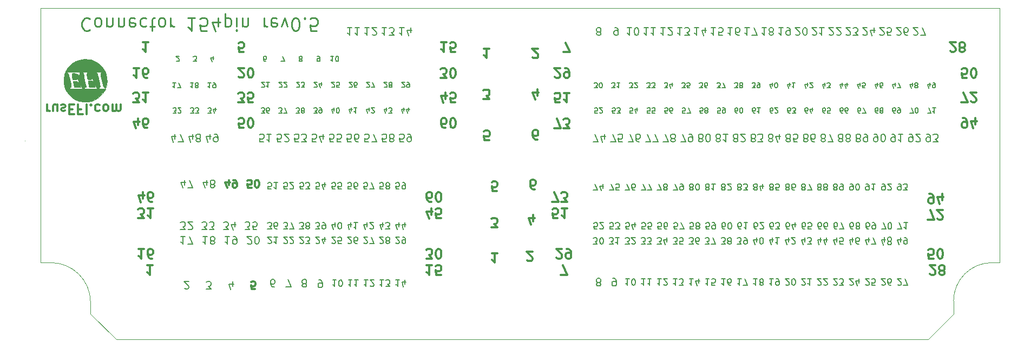
<source format=gbo>
G04 #@! TF.GenerationSoftware,KiCad,Pcbnew,7.0.1*
G04 #@! TF.CreationDate,2023-07-17T17:48:43+03:00*
G04 #@! TF.ProjectId,284617-1,32383436-3137-42d3-912e-6b696361645f,R0.4*
G04 #@! TF.SameCoordinates,PX47868c0PY8bfd670*
G04 #@! TF.FileFunction,Legend,Bot*
G04 #@! TF.FilePolarity,Positive*
%FSLAX46Y46*%
G04 Gerber Fmt 4.6, Leading zero omitted, Abs format (unit mm)*
G04 Created by KiCad (PCBNEW 7.0.1) date 2023-07-17 17:48:43*
%MOMM*%
%LPD*%
G01*
G04 APERTURE LIST*
%ADD10C,0.250000*%
%ADD11C,0.200000*%
%ADD12C,0.150000*%
%ADD13C,0.300000*%
%ADD14C,0.100000*%
%ADD15C,0.002540*%
G04 #@! TA.AperFunction,Profile*
%ADD16C,0.100000*%
G04 #@! TD*
G04 APERTURE END LIST*
D10*
X7679522Y50084762D02*
X7584284Y50180000D01*
X7584284Y50180000D02*
X7298570Y50275239D01*
X7298570Y50275239D02*
X7108094Y50275239D01*
X7108094Y50275239D02*
X6822379Y50180000D01*
X6822379Y50180000D02*
X6631903Y49989524D01*
X6631903Y49989524D02*
X6536665Y49799048D01*
X6536665Y49799048D02*
X6441427Y49418096D01*
X6441427Y49418096D02*
X6441427Y49132381D01*
X6441427Y49132381D02*
X6536665Y48751429D01*
X6536665Y48751429D02*
X6631903Y48560953D01*
X6631903Y48560953D02*
X6822379Y48370477D01*
X6822379Y48370477D02*
X7108094Y48275239D01*
X7108094Y48275239D02*
X7298570Y48275239D01*
X7298570Y48275239D02*
X7584284Y48370477D01*
X7584284Y48370477D02*
X7679522Y48465715D01*
X8822379Y50275239D02*
X8631903Y50180000D01*
X8631903Y50180000D02*
X8536665Y50084762D01*
X8536665Y50084762D02*
X8441427Y49894286D01*
X8441427Y49894286D02*
X8441427Y49322858D01*
X8441427Y49322858D02*
X8536665Y49132381D01*
X8536665Y49132381D02*
X8631903Y49037143D01*
X8631903Y49037143D02*
X8822379Y48941905D01*
X8822379Y48941905D02*
X9108094Y48941905D01*
X9108094Y48941905D02*
X9298570Y49037143D01*
X9298570Y49037143D02*
X9393808Y49132381D01*
X9393808Y49132381D02*
X9489046Y49322858D01*
X9489046Y49322858D02*
X9489046Y49894286D01*
X9489046Y49894286D02*
X9393808Y50084762D01*
X9393808Y50084762D02*
X9298570Y50180000D01*
X9298570Y50180000D02*
X9108094Y50275239D01*
X9108094Y50275239D02*
X8822379Y50275239D01*
X10346189Y48941905D02*
X10346189Y50275239D01*
X10346189Y49132381D02*
X10441427Y49037143D01*
X10441427Y49037143D02*
X10631903Y48941905D01*
X10631903Y48941905D02*
X10917618Y48941905D01*
X10917618Y48941905D02*
X11108094Y49037143D01*
X11108094Y49037143D02*
X11203332Y49227620D01*
X11203332Y49227620D02*
X11203332Y50275239D01*
X12155713Y48941905D02*
X12155713Y50275239D01*
X12155713Y49132381D02*
X12250951Y49037143D01*
X12250951Y49037143D02*
X12441427Y48941905D01*
X12441427Y48941905D02*
X12727142Y48941905D01*
X12727142Y48941905D02*
X12917618Y49037143D01*
X12917618Y49037143D02*
X13012856Y49227620D01*
X13012856Y49227620D02*
X13012856Y50275239D01*
X14727142Y50180000D02*
X14536666Y50275239D01*
X14536666Y50275239D02*
X14155713Y50275239D01*
X14155713Y50275239D02*
X13965237Y50180000D01*
X13965237Y50180000D02*
X13869999Y49989524D01*
X13869999Y49989524D02*
X13869999Y49227620D01*
X13869999Y49227620D02*
X13965237Y49037143D01*
X13965237Y49037143D02*
X14155713Y48941905D01*
X14155713Y48941905D02*
X14536666Y48941905D01*
X14536666Y48941905D02*
X14727142Y49037143D01*
X14727142Y49037143D02*
X14822380Y49227620D01*
X14822380Y49227620D02*
X14822380Y49418096D01*
X14822380Y49418096D02*
X13869999Y49608572D01*
X16536666Y50180000D02*
X16346190Y50275239D01*
X16346190Y50275239D02*
X15965237Y50275239D01*
X15965237Y50275239D02*
X15774761Y50180000D01*
X15774761Y50180000D02*
X15679523Y50084762D01*
X15679523Y50084762D02*
X15584285Y49894286D01*
X15584285Y49894286D02*
X15584285Y49322858D01*
X15584285Y49322858D02*
X15679523Y49132381D01*
X15679523Y49132381D02*
X15774761Y49037143D01*
X15774761Y49037143D02*
X15965237Y48941905D01*
X15965237Y48941905D02*
X16346190Y48941905D01*
X16346190Y48941905D02*
X16536666Y49037143D01*
X17108095Y48941905D02*
X17869999Y48941905D01*
X17393809Y48275239D02*
X17393809Y49989524D01*
X17393809Y49989524D02*
X17489047Y50180000D01*
X17489047Y50180000D02*
X17679523Y50275239D01*
X17679523Y50275239D02*
X17869999Y50275239D01*
X18822380Y50275239D02*
X18631904Y50180000D01*
X18631904Y50180000D02*
X18536666Y50084762D01*
X18536666Y50084762D02*
X18441428Y49894286D01*
X18441428Y49894286D02*
X18441428Y49322858D01*
X18441428Y49322858D02*
X18536666Y49132381D01*
X18536666Y49132381D02*
X18631904Y49037143D01*
X18631904Y49037143D02*
X18822380Y48941905D01*
X18822380Y48941905D02*
X19108095Y48941905D01*
X19108095Y48941905D02*
X19298571Y49037143D01*
X19298571Y49037143D02*
X19393809Y49132381D01*
X19393809Y49132381D02*
X19489047Y49322858D01*
X19489047Y49322858D02*
X19489047Y49894286D01*
X19489047Y49894286D02*
X19393809Y50084762D01*
X19393809Y50084762D02*
X19298571Y50180000D01*
X19298571Y50180000D02*
X19108095Y50275239D01*
X19108095Y50275239D02*
X18822380Y50275239D01*
X20346190Y50275239D02*
X20346190Y48941905D01*
X20346190Y49322858D02*
X20441428Y49132381D01*
X20441428Y49132381D02*
X20536666Y49037143D01*
X20536666Y49037143D02*
X20727142Y48941905D01*
X20727142Y48941905D02*
X20917619Y48941905D01*
X24155714Y50275239D02*
X23012857Y50275239D01*
X23584285Y50275239D02*
X23584285Y48275239D01*
X23584285Y48275239D02*
X23393809Y48560953D01*
X23393809Y48560953D02*
X23203333Y48751429D01*
X23203333Y48751429D02*
X23012857Y48846667D01*
X25965238Y48275239D02*
X25012857Y48275239D01*
X25012857Y48275239D02*
X24917619Y49227620D01*
X24917619Y49227620D02*
X25012857Y49132381D01*
X25012857Y49132381D02*
X25203333Y49037143D01*
X25203333Y49037143D02*
X25679524Y49037143D01*
X25679524Y49037143D02*
X25870000Y49132381D01*
X25870000Y49132381D02*
X25965238Y49227620D01*
X25965238Y49227620D02*
X26060476Y49418096D01*
X26060476Y49418096D02*
X26060476Y49894286D01*
X26060476Y49894286D02*
X25965238Y50084762D01*
X25965238Y50084762D02*
X25870000Y50180000D01*
X25870000Y50180000D02*
X25679524Y50275239D01*
X25679524Y50275239D02*
X25203333Y50275239D01*
X25203333Y50275239D02*
X25012857Y50180000D01*
X25012857Y50180000D02*
X24917619Y50084762D01*
X27774762Y48941905D02*
X27774762Y50275239D01*
X27298571Y48180000D02*
X26822381Y49608572D01*
X26822381Y49608572D02*
X28060476Y49608572D01*
X28822381Y48941905D02*
X28822381Y50941905D01*
X28822381Y49037143D02*
X29012857Y48941905D01*
X29012857Y48941905D02*
X29393810Y48941905D01*
X29393810Y48941905D02*
X29584286Y49037143D01*
X29584286Y49037143D02*
X29679524Y49132381D01*
X29679524Y49132381D02*
X29774762Y49322858D01*
X29774762Y49322858D02*
X29774762Y49894286D01*
X29774762Y49894286D02*
X29679524Y50084762D01*
X29679524Y50084762D02*
X29584286Y50180000D01*
X29584286Y50180000D02*
X29393810Y50275239D01*
X29393810Y50275239D02*
X29012857Y50275239D01*
X29012857Y50275239D02*
X28822381Y50180000D01*
X30631905Y50275239D02*
X30631905Y48941905D01*
X30631905Y48275239D02*
X30536667Y48370477D01*
X30536667Y48370477D02*
X30631905Y48465715D01*
X30631905Y48465715D02*
X30727143Y48370477D01*
X30727143Y48370477D02*
X30631905Y48275239D01*
X30631905Y48275239D02*
X30631905Y48465715D01*
X31584286Y48941905D02*
X31584286Y50275239D01*
X31584286Y49132381D02*
X31679524Y49037143D01*
X31679524Y49037143D02*
X31870000Y48941905D01*
X31870000Y48941905D02*
X32155715Y48941905D01*
X32155715Y48941905D02*
X32346191Y49037143D01*
X32346191Y49037143D02*
X32441429Y49227620D01*
X32441429Y49227620D02*
X32441429Y50275239D01*
X34917620Y50275239D02*
X34917620Y48941905D01*
X34917620Y49322858D02*
X35012858Y49132381D01*
X35012858Y49132381D02*
X35108096Y49037143D01*
X35108096Y49037143D02*
X35298572Y48941905D01*
X35298572Y48941905D02*
X35489049Y48941905D01*
X36917620Y50180000D02*
X36727144Y50275239D01*
X36727144Y50275239D02*
X36346191Y50275239D01*
X36346191Y50275239D02*
X36155715Y50180000D01*
X36155715Y50180000D02*
X36060477Y49989524D01*
X36060477Y49989524D02*
X36060477Y49227620D01*
X36060477Y49227620D02*
X36155715Y49037143D01*
X36155715Y49037143D02*
X36346191Y48941905D01*
X36346191Y48941905D02*
X36727144Y48941905D01*
X36727144Y48941905D02*
X36917620Y49037143D01*
X36917620Y49037143D02*
X37012858Y49227620D01*
X37012858Y49227620D02*
X37012858Y49418096D01*
X37012858Y49418096D02*
X36060477Y49608572D01*
X37679525Y48941905D02*
X38155715Y50275239D01*
X38155715Y50275239D02*
X38631906Y48941905D01*
X39774763Y48275239D02*
X39965240Y48275239D01*
X39965240Y48275239D02*
X40155716Y48370477D01*
X40155716Y48370477D02*
X40250954Y48465715D01*
X40250954Y48465715D02*
X40346192Y48656191D01*
X40346192Y48656191D02*
X40441430Y49037143D01*
X40441430Y49037143D02*
X40441430Y49513334D01*
X40441430Y49513334D02*
X40346192Y49894286D01*
X40346192Y49894286D02*
X40250954Y50084762D01*
X40250954Y50084762D02*
X40155716Y50180000D01*
X40155716Y50180000D02*
X39965240Y50275239D01*
X39965240Y50275239D02*
X39774763Y50275239D01*
X39774763Y50275239D02*
X39584287Y50180000D01*
X39584287Y50180000D02*
X39489049Y50084762D01*
X39489049Y50084762D02*
X39393811Y49894286D01*
X39393811Y49894286D02*
X39298573Y49513334D01*
X39298573Y49513334D02*
X39298573Y49037143D01*
X39298573Y49037143D02*
X39393811Y48656191D01*
X39393811Y48656191D02*
X39489049Y48465715D01*
X39489049Y48465715D02*
X39584287Y48370477D01*
X39584287Y48370477D02*
X39774763Y48275239D01*
X41298573Y50084762D02*
X41393811Y50180000D01*
X41393811Y50180000D02*
X41298573Y50275239D01*
X41298573Y50275239D02*
X41203335Y50180000D01*
X41203335Y50180000D02*
X41298573Y50084762D01*
X41298573Y50084762D02*
X41298573Y50275239D01*
X43203335Y48275239D02*
X42250954Y48275239D01*
X42250954Y48275239D02*
X42155716Y49227620D01*
X42155716Y49227620D02*
X42250954Y49132381D01*
X42250954Y49132381D02*
X42441430Y49037143D01*
X42441430Y49037143D02*
X42917621Y49037143D01*
X42917621Y49037143D02*
X43108097Y49132381D01*
X43108097Y49132381D02*
X43203335Y49227620D01*
X43203335Y49227620D02*
X43298573Y49418096D01*
X43298573Y49418096D02*
X43298573Y49894286D01*
X43298573Y49894286D02*
X43203335Y50084762D01*
X43203335Y50084762D02*
X43108097Y50180000D01*
X43108097Y50180000D02*
X42917621Y50275239D01*
X42917621Y50275239D02*
X42441430Y50275239D01*
X42441430Y50275239D02*
X42250954Y50180000D01*
X42250954Y50180000D02*
X42155716Y50084762D01*
D11*
X56841428Y48765143D02*
X56155714Y48765143D01*
X56498571Y48765143D02*
X56498571Y47565143D01*
X56498571Y47565143D02*
X56384285Y47736572D01*
X56384285Y47736572D02*
X56270000Y47850858D01*
X56270000Y47850858D02*
X56155714Y47908000D01*
X57870000Y47965143D02*
X57870000Y48765143D01*
X57584285Y47508000D02*
X57298571Y48365143D01*
X57298571Y48365143D02*
X58041428Y48365143D01*
X29555348Y16085143D02*
X28869634Y16085143D01*
X29212491Y16085143D02*
X29212491Y14885143D01*
X29212491Y14885143D02*
X29098205Y15056572D01*
X29098205Y15056572D02*
X28983920Y15170858D01*
X28983920Y15170858D02*
X28869634Y15228000D01*
X30126777Y16085143D02*
X30355348Y16085143D01*
X30355348Y16085143D02*
X30469634Y16028000D01*
X30469634Y16028000D02*
X30526777Y15970858D01*
X30526777Y15970858D02*
X30641062Y15799429D01*
X30641062Y15799429D02*
X30698205Y15570858D01*
X30698205Y15570858D02*
X30698205Y15113715D01*
X30698205Y15113715D02*
X30641062Y14999429D01*
X30641062Y14999429D02*
X30583920Y14942286D01*
X30583920Y14942286D02*
X30469634Y14885143D01*
X30469634Y14885143D02*
X30241062Y14885143D01*
X30241062Y14885143D02*
X30126777Y14942286D01*
X30126777Y14942286D02*
X30069634Y14999429D01*
X30069634Y14999429D02*
X30012491Y15113715D01*
X30012491Y15113715D02*
X30012491Y15399429D01*
X30012491Y15399429D02*
X30069634Y15513715D01*
X30069634Y15513715D02*
X30126777Y15570858D01*
X30126777Y15570858D02*
X30241062Y15628000D01*
X30241062Y15628000D02*
X30469634Y15628000D01*
X30469634Y15628000D02*
X30583920Y15570858D01*
X30583920Y15570858D02*
X30641062Y15513715D01*
X30641062Y15513715D02*
X30698205Y15399429D01*
D12*
X45827618Y44280096D02*
X45370475Y44280096D01*
X45599047Y44280096D02*
X45599047Y43480096D01*
X45599047Y43480096D02*
X45522856Y43594381D01*
X45522856Y43594381D02*
X45446666Y43670572D01*
X45446666Y43670572D02*
X45370475Y43708667D01*
X46322857Y43480096D02*
X46399047Y43480096D01*
X46399047Y43480096D02*
X46475238Y43518191D01*
X46475238Y43518191D02*
X46513333Y43556286D01*
X46513333Y43556286D02*
X46551428Y43632477D01*
X46551428Y43632477D02*
X46589523Y43784858D01*
X46589523Y43784858D02*
X46589523Y43975334D01*
X46589523Y43975334D02*
X46551428Y44127715D01*
X46551428Y44127715D02*
X46513333Y44203905D01*
X46513333Y44203905D02*
X46475238Y44242000D01*
X46475238Y44242000D02*
X46399047Y44280096D01*
X46399047Y44280096D02*
X46322857Y44280096D01*
X46322857Y44280096D02*
X46246666Y44242000D01*
X46246666Y44242000D02*
X46208571Y44203905D01*
X46208571Y44203905D02*
X46170476Y44127715D01*
X46170476Y44127715D02*
X46132380Y43975334D01*
X46132380Y43975334D02*
X46132380Y43784858D01*
X46132380Y43784858D02*
X46170476Y43632477D01*
X46170476Y43632477D02*
X46208571Y43556286D01*
X46208571Y43556286D02*
X46246666Y43518191D01*
X46246666Y43518191D02*
X46322857Y43480096D01*
D13*
X81345000Y10093929D02*
X82345000Y10093929D01*
X82345000Y10093929D02*
X81702143Y11593929D01*
D11*
X105587898Y48765143D02*
X104902184Y48765143D01*
X105245041Y48765143D02*
X105245041Y47565143D01*
X105245041Y47565143D02*
X105130755Y47736572D01*
X105130755Y47736572D02*
X105016470Y47850858D01*
X105016470Y47850858D02*
X104902184Y47908000D01*
X106673612Y47565143D02*
X106102184Y47565143D01*
X106102184Y47565143D02*
X106045041Y48136572D01*
X106045041Y48136572D02*
X106102184Y48079429D01*
X106102184Y48079429D02*
X106216470Y48022286D01*
X106216470Y48022286D02*
X106502184Y48022286D01*
X106502184Y48022286D02*
X106616470Y48079429D01*
X106616470Y48079429D02*
X106673612Y48136572D01*
X106673612Y48136572D02*
X106730755Y48250858D01*
X106730755Y48250858D02*
X106730755Y48536572D01*
X106730755Y48536572D02*
X106673612Y48650858D01*
X106673612Y48650858D02*
X106616470Y48708000D01*
X106616470Y48708000D02*
X106502184Y48765143D01*
X106502184Y48765143D02*
X106216470Y48765143D01*
X106216470Y48765143D02*
X106102184Y48708000D01*
X106102184Y48708000D02*
X106045041Y48650858D01*
X43090535Y30905143D02*
X42519107Y30905143D01*
X42519107Y30905143D02*
X42461964Y31476572D01*
X42461964Y31476572D02*
X42519107Y31419429D01*
X42519107Y31419429D02*
X42633393Y31362286D01*
X42633393Y31362286D02*
X42919107Y31362286D01*
X42919107Y31362286D02*
X43033393Y31419429D01*
X43033393Y31419429D02*
X43090535Y31476572D01*
X43090535Y31476572D02*
X43147678Y31590858D01*
X43147678Y31590858D02*
X43147678Y31876572D01*
X43147678Y31876572D02*
X43090535Y31990858D01*
X43090535Y31990858D02*
X43033393Y32048000D01*
X43033393Y32048000D02*
X42919107Y32105143D01*
X42919107Y32105143D02*
X42633393Y32105143D01*
X42633393Y32105143D02*
X42519107Y32048000D01*
X42519107Y32048000D02*
X42461964Y31990858D01*
X44176250Y31305143D02*
X44176250Y32105143D01*
X43890535Y30848000D02*
X43604821Y31705143D01*
X43604821Y31705143D02*
X44347678Y31705143D01*
X91445103Y14902620D02*
X92064150Y14902620D01*
X92064150Y14902620D02*
X91730817Y15283572D01*
X91730817Y15283572D02*
X91873674Y15283572D01*
X91873674Y15283572D02*
X91968912Y15331191D01*
X91968912Y15331191D02*
X92016531Y15378810D01*
X92016531Y15378810D02*
X92064150Y15474048D01*
X92064150Y15474048D02*
X92064150Y15712143D01*
X92064150Y15712143D02*
X92016531Y15807381D01*
X92016531Y15807381D02*
X91968912Y15855000D01*
X91968912Y15855000D02*
X91873674Y15902620D01*
X91873674Y15902620D02*
X91587960Y15902620D01*
X91587960Y15902620D02*
X91492722Y15855000D01*
X91492722Y15855000D02*
X91445103Y15807381D01*
X92445103Y14997858D02*
X92492722Y14950239D01*
X92492722Y14950239D02*
X92587960Y14902620D01*
X92587960Y14902620D02*
X92826055Y14902620D01*
X92826055Y14902620D02*
X92921293Y14950239D01*
X92921293Y14950239D02*
X92968912Y14997858D01*
X92968912Y14997858D02*
X93016531Y15093096D01*
X93016531Y15093096D02*
X93016531Y15188334D01*
X93016531Y15188334D02*
X92968912Y15331191D01*
X92968912Y15331191D02*
X92397484Y15902620D01*
X92397484Y15902620D02*
X93016531Y15902620D01*
D13*
X144025714Y37083929D02*
X145025714Y37083929D01*
X145025714Y37083929D02*
X144382857Y38583929D01*
X145525714Y37226786D02*
X145597142Y37155358D01*
X145597142Y37155358D02*
X145740000Y37083929D01*
X145740000Y37083929D02*
X146097142Y37083929D01*
X146097142Y37083929D02*
X146240000Y37155358D01*
X146240000Y37155358D02*
X146311428Y37226786D01*
X146311428Y37226786D02*
X146382857Y37369643D01*
X146382857Y37369643D02*
X146382857Y37512500D01*
X146382857Y37512500D02*
X146311428Y37726786D01*
X146311428Y37726786D02*
X145454285Y38583929D01*
X145454285Y38583929D02*
X146382857Y38583929D01*
D12*
X136379317Y39606762D02*
X136379317Y40140096D01*
X136188841Y39302000D02*
X135998364Y39873429D01*
X135998364Y39873429D02*
X136493603Y39873429D01*
X136912650Y39682953D02*
X136836460Y39644858D01*
X136836460Y39644858D02*
X136798365Y39606762D01*
X136798365Y39606762D02*
X136760269Y39530572D01*
X136760269Y39530572D02*
X136760269Y39492477D01*
X136760269Y39492477D02*
X136798365Y39416286D01*
X136798365Y39416286D02*
X136836460Y39378191D01*
X136836460Y39378191D02*
X136912650Y39340096D01*
X136912650Y39340096D02*
X137065031Y39340096D01*
X137065031Y39340096D02*
X137141222Y39378191D01*
X137141222Y39378191D02*
X137179317Y39416286D01*
X137179317Y39416286D02*
X137217412Y39492477D01*
X137217412Y39492477D02*
X137217412Y39530572D01*
X137217412Y39530572D02*
X137179317Y39606762D01*
X137179317Y39606762D02*
X137141222Y39644858D01*
X137141222Y39644858D02*
X137065031Y39682953D01*
X137065031Y39682953D02*
X136912650Y39682953D01*
X136912650Y39682953D02*
X136836460Y39721048D01*
X136836460Y39721048D02*
X136798365Y39759143D01*
X136798365Y39759143D02*
X136760269Y39835334D01*
X136760269Y39835334D02*
X136760269Y39987715D01*
X136760269Y39987715D02*
X136798365Y40063905D01*
X136798365Y40063905D02*
X136836460Y40102000D01*
X136836460Y40102000D02*
X136912650Y40140096D01*
X136912650Y40140096D02*
X137065031Y40140096D01*
X137065031Y40140096D02*
X137141222Y40102000D01*
X137141222Y40102000D02*
X137179317Y40063905D01*
X137179317Y40063905D02*
X137217412Y39987715D01*
X137217412Y39987715D02*
X137217412Y39835334D01*
X137217412Y39835334D02*
X137179317Y39759143D01*
X137179317Y39759143D02*
X137141222Y39721048D01*
X137141222Y39721048D02*
X137065031Y39682953D01*
X125440897Y35420096D02*
X125288516Y35420096D01*
X125288516Y35420096D02*
X125212325Y35458191D01*
X125212325Y35458191D02*
X125174230Y35496286D01*
X125174230Y35496286D02*
X125098040Y35610572D01*
X125098040Y35610572D02*
X125059944Y35762953D01*
X125059944Y35762953D02*
X125059944Y36067715D01*
X125059944Y36067715D02*
X125098040Y36143905D01*
X125098040Y36143905D02*
X125136135Y36182000D01*
X125136135Y36182000D02*
X125212325Y36220096D01*
X125212325Y36220096D02*
X125364706Y36220096D01*
X125364706Y36220096D02*
X125440897Y36182000D01*
X125440897Y36182000D02*
X125478992Y36143905D01*
X125478992Y36143905D02*
X125517087Y36067715D01*
X125517087Y36067715D02*
X125517087Y35877239D01*
X125517087Y35877239D02*
X125478992Y35801048D01*
X125478992Y35801048D02*
X125440897Y35762953D01*
X125440897Y35762953D02*
X125364706Y35724858D01*
X125364706Y35724858D02*
X125212325Y35724858D01*
X125212325Y35724858D02*
X125136135Y35762953D01*
X125136135Y35762953D02*
X125098040Y35801048D01*
X125098040Y35801048D02*
X125059944Y35877239D01*
X126202802Y35420096D02*
X126050421Y35420096D01*
X126050421Y35420096D02*
X125974230Y35458191D01*
X125974230Y35458191D02*
X125936135Y35496286D01*
X125936135Y35496286D02*
X125859945Y35610572D01*
X125859945Y35610572D02*
X125821849Y35762953D01*
X125821849Y35762953D02*
X125821849Y36067715D01*
X125821849Y36067715D02*
X125859945Y36143905D01*
X125859945Y36143905D02*
X125898040Y36182000D01*
X125898040Y36182000D02*
X125974230Y36220096D01*
X125974230Y36220096D02*
X126126611Y36220096D01*
X126126611Y36220096D02*
X126202802Y36182000D01*
X126202802Y36182000D02*
X126240897Y36143905D01*
X126240897Y36143905D02*
X126278992Y36067715D01*
X126278992Y36067715D02*
X126278992Y35877239D01*
X126278992Y35877239D02*
X126240897Y35801048D01*
X126240897Y35801048D02*
X126202802Y35762953D01*
X126202802Y35762953D02*
X126126611Y35724858D01*
X126126611Y35724858D02*
X125974230Y35724858D01*
X125974230Y35724858D02*
X125898040Y35762953D01*
X125898040Y35762953D02*
X125859945Y35801048D01*
X125859945Y35801048D02*
X125821849Y35877239D01*
D11*
X114541002Y17242620D02*
X114350526Y17242620D01*
X114350526Y17242620D02*
X114255288Y17290239D01*
X114255288Y17290239D02*
X114207669Y17337858D01*
X114207669Y17337858D02*
X114112431Y17480715D01*
X114112431Y17480715D02*
X114064812Y17671191D01*
X114064812Y17671191D02*
X114064812Y18052143D01*
X114064812Y18052143D02*
X114112431Y18147381D01*
X114112431Y18147381D02*
X114160050Y18195000D01*
X114160050Y18195000D02*
X114255288Y18242620D01*
X114255288Y18242620D02*
X114445764Y18242620D01*
X114445764Y18242620D02*
X114541002Y18195000D01*
X114541002Y18195000D02*
X114588621Y18147381D01*
X114588621Y18147381D02*
X114636240Y18052143D01*
X114636240Y18052143D02*
X114636240Y17814048D01*
X114636240Y17814048D02*
X114588621Y17718810D01*
X114588621Y17718810D02*
X114541002Y17671191D01*
X114541002Y17671191D02*
X114445764Y17623572D01*
X114445764Y17623572D02*
X114255288Y17623572D01*
X114255288Y17623572D02*
X114160050Y17671191D01*
X114160050Y17671191D02*
X114112431Y17718810D01*
X114112431Y17718810D02*
X114064812Y17814048D01*
X114969574Y17242620D02*
X115588621Y17242620D01*
X115588621Y17242620D02*
X115255288Y17623572D01*
X115255288Y17623572D02*
X115398145Y17623572D01*
X115398145Y17623572D02*
X115493383Y17671191D01*
X115493383Y17671191D02*
X115541002Y17718810D01*
X115541002Y17718810D02*
X115588621Y17814048D01*
X115588621Y17814048D02*
X115588621Y18052143D01*
X115588621Y18052143D02*
X115541002Y18147381D01*
X115541002Y18147381D02*
X115493383Y18195000D01*
X115493383Y18195000D02*
X115398145Y18242620D01*
X115398145Y18242620D02*
X115112431Y18242620D01*
X115112431Y18242620D02*
X115017193Y18195000D01*
X115017193Y18195000D02*
X114969574Y18147381D01*
X130404736Y32105143D02*
X130633307Y32105143D01*
X130633307Y32105143D02*
X130747593Y32048000D01*
X130747593Y32048000D02*
X130804736Y31990858D01*
X130804736Y31990858D02*
X130919021Y31819429D01*
X130919021Y31819429D02*
X130976164Y31590858D01*
X130976164Y31590858D02*
X130976164Y31133715D01*
X130976164Y31133715D02*
X130919021Y31019429D01*
X130919021Y31019429D02*
X130861879Y30962286D01*
X130861879Y30962286D02*
X130747593Y30905143D01*
X130747593Y30905143D02*
X130519021Y30905143D01*
X130519021Y30905143D02*
X130404736Y30962286D01*
X130404736Y30962286D02*
X130347593Y31019429D01*
X130347593Y31019429D02*
X130290450Y31133715D01*
X130290450Y31133715D02*
X130290450Y31419429D01*
X130290450Y31419429D02*
X130347593Y31533715D01*
X130347593Y31533715D02*
X130404736Y31590858D01*
X130404736Y31590858D02*
X130519021Y31648000D01*
X130519021Y31648000D02*
X130747593Y31648000D01*
X130747593Y31648000D02*
X130861879Y31590858D01*
X130861879Y31590858D02*
X130919021Y31533715D01*
X130919021Y31533715D02*
X130976164Y31419429D01*
X131719021Y30905143D02*
X131833307Y30905143D01*
X131833307Y30905143D02*
X131947593Y30962286D01*
X131947593Y30962286D02*
X132004736Y31019429D01*
X132004736Y31019429D02*
X132061878Y31133715D01*
X132061878Y31133715D02*
X132119021Y31362286D01*
X132119021Y31362286D02*
X132119021Y31648000D01*
X132119021Y31648000D02*
X132061878Y31876572D01*
X132061878Y31876572D02*
X132004736Y31990858D01*
X132004736Y31990858D02*
X131947593Y32048000D01*
X131947593Y32048000D02*
X131833307Y32105143D01*
X131833307Y32105143D02*
X131719021Y32105143D01*
X131719021Y32105143D02*
X131604736Y32048000D01*
X131604736Y32048000D02*
X131547593Y31990858D01*
X131547593Y31990858D02*
X131490450Y31876572D01*
X131490450Y31876572D02*
X131433307Y31648000D01*
X131433307Y31648000D02*
X131433307Y31362286D01*
X131433307Y31362286D02*
X131490450Y31133715D01*
X131490450Y31133715D02*
X131547593Y31019429D01*
X131547593Y31019429D02*
X131604736Y30962286D01*
X131604736Y30962286D02*
X131719021Y30905143D01*
D12*
X53731725Y39486286D02*
X53769821Y39448191D01*
X53769821Y39448191D02*
X53846011Y39410096D01*
X53846011Y39410096D02*
X54036487Y39410096D01*
X54036487Y39410096D02*
X54112678Y39448191D01*
X54112678Y39448191D02*
X54150773Y39486286D01*
X54150773Y39486286D02*
X54188868Y39562477D01*
X54188868Y39562477D02*
X54188868Y39638667D01*
X54188868Y39638667D02*
X54150773Y39752953D01*
X54150773Y39752953D02*
X53693630Y40210096D01*
X53693630Y40210096D02*
X54188868Y40210096D01*
X54646011Y39752953D02*
X54569821Y39714858D01*
X54569821Y39714858D02*
X54531726Y39676762D01*
X54531726Y39676762D02*
X54493630Y39600572D01*
X54493630Y39600572D02*
X54493630Y39562477D01*
X54493630Y39562477D02*
X54531726Y39486286D01*
X54531726Y39486286D02*
X54569821Y39448191D01*
X54569821Y39448191D02*
X54646011Y39410096D01*
X54646011Y39410096D02*
X54798392Y39410096D01*
X54798392Y39410096D02*
X54874583Y39448191D01*
X54874583Y39448191D02*
X54912678Y39486286D01*
X54912678Y39486286D02*
X54950773Y39562477D01*
X54950773Y39562477D02*
X54950773Y39600572D01*
X54950773Y39600572D02*
X54912678Y39676762D01*
X54912678Y39676762D02*
X54874583Y39714858D01*
X54874583Y39714858D02*
X54798392Y39752953D01*
X54798392Y39752953D02*
X54646011Y39752953D01*
X54646011Y39752953D02*
X54569821Y39791048D01*
X54569821Y39791048D02*
X54531726Y39829143D01*
X54531726Y39829143D02*
X54493630Y39905334D01*
X54493630Y39905334D02*
X54493630Y40057715D01*
X54493630Y40057715D02*
X54531726Y40133905D01*
X54531726Y40133905D02*
X54569821Y40172000D01*
X54569821Y40172000D02*
X54646011Y40210096D01*
X54646011Y40210096D02*
X54798392Y40210096D01*
X54798392Y40210096D02*
X54874583Y40172000D01*
X54874583Y40172000D02*
X54912678Y40133905D01*
X54912678Y40133905D02*
X54950773Y40057715D01*
X54950773Y40057715D02*
X54950773Y39905334D01*
X54950773Y39905334D02*
X54912678Y39829143D01*
X54912678Y39829143D02*
X54874583Y39791048D01*
X54874583Y39791048D02*
X54798392Y39752953D01*
X23432380Y35420096D02*
X23927618Y35420096D01*
X23927618Y35420096D02*
X23660952Y35724858D01*
X23660952Y35724858D02*
X23775237Y35724858D01*
X23775237Y35724858D02*
X23851428Y35762953D01*
X23851428Y35762953D02*
X23889523Y35801048D01*
X23889523Y35801048D02*
X23927618Y35877239D01*
X23927618Y35877239D02*
X23927618Y36067715D01*
X23927618Y36067715D02*
X23889523Y36143905D01*
X23889523Y36143905D02*
X23851428Y36182000D01*
X23851428Y36182000D02*
X23775237Y36220096D01*
X23775237Y36220096D02*
X23546666Y36220096D01*
X23546666Y36220096D02*
X23470475Y36182000D01*
X23470475Y36182000D02*
X23432380Y36143905D01*
X24194285Y35420096D02*
X24689523Y35420096D01*
X24689523Y35420096D02*
X24422857Y35724858D01*
X24422857Y35724858D02*
X24537142Y35724858D01*
X24537142Y35724858D02*
X24613333Y35762953D01*
X24613333Y35762953D02*
X24651428Y35801048D01*
X24651428Y35801048D02*
X24689523Y35877239D01*
X24689523Y35877239D02*
X24689523Y36067715D01*
X24689523Y36067715D02*
X24651428Y36143905D01*
X24651428Y36143905D02*
X24613333Y36182000D01*
X24613333Y36182000D02*
X24537142Y36220096D01*
X24537142Y36220096D02*
X24308571Y36220096D01*
X24308571Y36220096D02*
X24232380Y36182000D01*
X24232380Y36182000D02*
X24194285Y36143905D01*
D11*
X89791429Y48765143D02*
X90020000Y48765143D01*
X90020000Y48765143D02*
X90134286Y48708000D01*
X90134286Y48708000D02*
X90191429Y48650858D01*
X90191429Y48650858D02*
X90305714Y48479429D01*
X90305714Y48479429D02*
X90362857Y48250858D01*
X90362857Y48250858D02*
X90362857Y47793715D01*
X90362857Y47793715D02*
X90305714Y47679429D01*
X90305714Y47679429D02*
X90248572Y47622286D01*
X90248572Y47622286D02*
X90134286Y47565143D01*
X90134286Y47565143D02*
X89905714Y47565143D01*
X89905714Y47565143D02*
X89791429Y47622286D01*
X89791429Y47622286D02*
X89734286Y47679429D01*
X89734286Y47679429D02*
X89677143Y47793715D01*
X89677143Y47793715D02*
X89677143Y48079429D01*
X89677143Y48079429D02*
X89734286Y48193715D01*
X89734286Y48193715D02*
X89791429Y48250858D01*
X89791429Y48250858D02*
X89905714Y48308000D01*
X89905714Y48308000D02*
X90134286Y48308000D01*
X90134286Y48308000D02*
X90248572Y48250858D01*
X90248572Y48250858D02*
X90305714Y48193715D01*
X90305714Y48193715D02*
X90362857Y48079429D01*
D13*
X31757143Y44973929D02*
X31042857Y44973929D01*
X31042857Y44973929D02*
X30971429Y45688215D01*
X30971429Y45688215D02*
X31042857Y45616786D01*
X31042857Y45616786D02*
X31185715Y45545358D01*
X31185715Y45545358D02*
X31542857Y45545358D01*
X31542857Y45545358D02*
X31685715Y45616786D01*
X31685715Y45616786D02*
X31757143Y45688215D01*
X31757143Y45688215D02*
X31828572Y45831072D01*
X31828572Y45831072D02*
X31828572Y46188215D01*
X31828572Y46188215D02*
X31757143Y46331072D01*
X31757143Y46331072D02*
X31685715Y46402500D01*
X31685715Y46402500D02*
X31542857Y46473929D01*
X31542857Y46473929D02*
X31185715Y46473929D01*
X31185715Y46473929D02*
X31042857Y46402500D01*
X31042857Y46402500D02*
X30971429Y46331072D01*
D11*
X134058095Y8557858D02*
X134105714Y8510239D01*
X134105714Y8510239D02*
X134200952Y8462620D01*
X134200952Y8462620D02*
X134439047Y8462620D01*
X134439047Y8462620D02*
X134534285Y8510239D01*
X134534285Y8510239D02*
X134581904Y8557858D01*
X134581904Y8557858D02*
X134629523Y8653096D01*
X134629523Y8653096D02*
X134629523Y8748334D01*
X134629523Y8748334D02*
X134581904Y8891191D01*
X134581904Y8891191D02*
X134010476Y9462620D01*
X134010476Y9462620D02*
X134629523Y9462620D01*
X134962857Y8462620D02*
X135629523Y8462620D01*
X135629523Y8462620D02*
X135200952Y9462620D01*
X100317310Y48765143D02*
X99631596Y48765143D01*
X99974453Y48765143D02*
X99974453Y47565143D01*
X99974453Y47565143D02*
X99860167Y47736572D01*
X99860167Y47736572D02*
X99745882Y47850858D01*
X99745882Y47850858D02*
X99631596Y47908000D01*
X100717310Y47565143D02*
X101460167Y47565143D01*
X101460167Y47565143D02*
X101060167Y48022286D01*
X101060167Y48022286D02*
X101231596Y48022286D01*
X101231596Y48022286D02*
X101345882Y48079429D01*
X101345882Y48079429D02*
X101403024Y48136572D01*
X101403024Y48136572D02*
X101460167Y48250858D01*
X101460167Y48250858D02*
X101460167Y48536572D01*
X101460167Y48536572D02*
X101403024Y48650858D01*
X101403024Y48650858D02*
X101345882Y48708000D01*
X101345882Y48708000D02*
X101231596Y48765143D01*
X101231596Y48765143D02*
X100888739Y48765143D01*
X100888739Y48765143D02*
X100774453Y48708000D01*
X100774453Y48708000D02*
X100717310Y48650858D01*
X97067757Y9462620D02*
X96496329Y9462620D01*
X96782043Y9462620D02*
X96782043Y8462620D01*
X96782043Y8462620D02*
X96686805Y8605477D01*
X96686805Y8605477D02*
X96591567Y8700715D01*
X96591567Y8700715D02*
X96496329Y8748334D01*
X97448710Y8557858D02*
X97496329Y8510239D01*
X97496329Y8510239D02*
X97591567Y8462620D01*
X97591567Y8462620D02*
X97829662Y8462620D01*
X97829662Y8462620D02*
X97924900Y8510239D01*
X97924900Y8510239D02*
X97972519Y8557858D01*
X97972519Y8557858D02*
X98020138Y8653096D01*
X98020138Y8653096D02*
X98020138Y8748334D01*
X98020138Y8748334D02*
X97972519Y8891191D01*
X97972519Y8891191D02*
X97401091Y9462620D01*
X97401091Y9462620D02*
X98020138Y9462620D01*
X125984536Y47679429D02*
X126041679Y47622286D01*
X126041679Y47622286D02*
X126155965Y47565143D01*
X126155965Y47565143D02*
X126441679Y47565143D01*
X126441679Y47565143D02*
X126555965Y47622286D01*
X126555965Y47622286D02*
X126613107Y47679429D01*
X126613107Y47679429D02*
X126670250Y47793715D01*
X126670250Y47793715D02*
X126670250Y47908000D01*
X126670250Y47908000D02*
X126613107Y48079429D01*
X126613107Y48079429D02*
X125927393Y48765143D01*
X125927393Y48765143D02*
X126670250Y48765143D01*
X127070250Y47565143D02*
X127813107Y47565143D01*
X127813107Y47565143D02*
X127413107Y48022286D01*
X127413107Y48022286D02*
X127584536Y48022286D01*
X127584536Y48022286D02*
X127698822Y48079429D01*
X127698822Y48079429D02*
X127755964Y48136572D01*
X127755964Y48136572D02*
X127813107Y48250858D01*
X127813107Y48250858D02*
X127813107Y48536572D01*
X127813107Y48536572D02*
X127755964Y48650858D01*
X127755964Y48650858D02*
X127698822Y48708000D01*
X127698822Y48708000D02*
X127584536Y48765143D01*
X127584536Y48765143D02*
X127241679Y48765143D01*
X127241679Y48765143D02*
X127127393Y48708000D01*
X127127393Y48708000D02*
X127070250Y48650858D01*
X122053743Y17242620D02*
X121863267Y17242620D01*
X121863267Y17242620D02*
X121768029Y17290239D01*
X121768029Y17290239D02*
X121720410Y17337858D01*
X121720410Y17337858D02*
X121625172Y17480715D01*
X121625172Y17480715D02*
X121577553Y17671191D01*
X121577553Y17671191D02*
X121577553Y18052143D01*
X121577553Y18052143D02*
X121625172Y18147381D01*
X121625172Y18147381D02*
X121672791Y18195000D01*
X121672791Y18195000D02*
X121768029Y18242620D01*
X121768029Y18242620D02*
X121958505Y18242620D01*
X121958505Y18242620D02*
X122053743Y18195000D01*
X122053743Y18195000D02*
X122101362Y18147381D01*
X122101362Y18147381D02*
X122148981Y18052143D01*
X122148981Y18052143D02*
X122148981Y17814048D01*
X122148981Y17814048D02*
X122101362Y17718810D01*
X122101362Y17718810D02*
X122053743Y17671191D01*
X122053743Y17671191D02*
X121958505Y17623572D01*
X121958505Y17623572D02*
X121768029Y17623572D01*
X121768029Y17623572D02*
X121672791Y17671191D01*
X121672791Y17671191D02*
X121625172Y17718810D01*
X121625172Y17718810D02*
X121577553Y17814048D01*
X123006124Y17242620D02*
X122815648Y17242620D01*
X122815648Y17242620D02*
X122720410Y17290239D01*
X122720410Y17290239D02*
X122672791Y17337858D01*
X122672791Y17337858D02*
X122577553Y17480715D01*
X122577553Y17480715D02*
X122529934Y17671191D01*
X122529934Y17671191D02*
X122529934Y18052143D01*
X122529934Y18052143D02*
X122577553Y18147381D01*
X122577553Y18147381D02*
X122625172Y18195000D01*
X122625172Y18195000D02*
X122720410Y18242620D01*
X122720410Y18242620D02*
X122910886Y18242620D01*
X122910886Y18242620D02*
X123006124Y18195000D01*
X123006124Y18195000D02*
X123053743Y18147381D01*
X123053743Y18147381D02*
X123101362Y18052143D01*
X123101362Y18052143D02*
X123101362Y17814048D01*
X123101362Y17814048D02*
X123053743Y17718810D01*
X123053743Y17718810D02*
X123006124Y17671191D01*
X123006124Y17671191D02*
X122910886Y17623572D01*
X122910886Y17623572D02*
X122720410Y17623572D01*
X122720410Y17623572D02*
X122625172Y17671191D01*
X122625172Y17671191D02*
X122577553Y17718810D01*
X122577553Y17718810D02*
X122529934Y17814048D01*
D12*
X135990269Y35420096D02*
X136523603Y35420096D01*
X136523603Y35420096D02*
X136180745Y36220096D01*
X136980746Y35420096D02*
X137056936Y35420096D01*
X137056936Y35420096D02*
X137133127Y35458191D01*
X137133127Y35458191D02*
X137171222Y35496286D01*
X137171222Y35496286D02*
X137209317Y35572477D01*
X137209317Y35572477D02*
X137247412Y35724858D01*
X137247412Y35724858D02*
X137247412Y35915334D01*
X137247412Y35915334D02*
X137209317Y36067715D01*
X137209317Y36067715D02*
X137171222Y36143905D01*
X137171222Y36143905D02*
X137133127Y36182000D01*
X137133127Y36182000D02*
X137056936Y36220096D01*
X137056936Y36220096D02*
X136980746Y36220096D01*
X136980746Y36220096D02*
X136904555Y36182000D01*
X136904555Y36182000D02*
X136866460Y36143905D01*
X136866460Y36143905D02*
X136828365Y36067715D01*
X136828365Y36067715D02*
X136790269Y35915334D01*
X136790269Y35915334D02*
X136790269Y35724858D01*
X136790269Y35724858D02*
X136828365Y35572477D01*
X136828365Y35572477D02*
X136866460Y35496286D01*
X136866460Y35496286D02*
X136904555Y35458191D01*
X136904555Y35458191D02*
X136980746Y35420096D01*
D11*
X116529265Y8557858D02*
X116576884Y8510239D01*
X116576884Y8510239D02*
X116672122Y8462620D01*
X116672122Y8462620D02*
X116910217Y8462620D01*
X116910217Y8462620D02*
X117005455Y8510239D01*
X117005455Y8510239D02*
X117053074Y8557858D01*
X117053074Y8557858D02*
X117100693Y8653096D01*
X117100693Y8653096D02*
X117100693Y8748334D01*
X117100693Y8748334D02*
X117053074Y8891191D01*
X117053074Y8891191D02*
X116481646Y9462620D01*
X116481646Y9462620D02*
X117100693Y9462620D01*
X117719741Y8462620D02*
X117814979Y8462620D01*
X117814979Y8462620D02*
X117910217Y8510239D01*
X117910217Y8510239D02*
X117957836Y8557858D01*
X117957836Y8557858D02*
X118005455Y8653096D01*
X118005455Y8653096D02*
X118053074Y8843572D01*
X118053074Y8843572D02*
X118053074Y9081667D01*
X118053074Y9081667D02*
X118005455Y9272143D01*
X118005455Y9272143D02*
X117957836Y9367381D01*
X117957836Y9367381D02*
X117910217Y9415000D01*
X117910217Y9415000D02*
X117814979Y9462620D01*
X117814979Y9462620D02*
X117719741Y9462620D01*
X117719741Y9462620D02*
X117624503Y9415000D01*
X117624503Y9415000D02*
X117576884Y9367381D01*
X117576884Y9367381D02*
X117529265Y9272143D01*
X117529265Y9272143D02*
X117481646Y9081667D01*
X117481646Y9081667D02*
X117481646Y8843572D01*
X117481646Y8843572D02*
X117529265Y8653096D01*
X117529265Y8653096D02*
X117576884Y8557858D01*
X117576884Y8557858D02*
X117624503Y8510239D01*
X117624503Y8510239D02*
X117719741Y8462620D01*
X99571874Y9462620D02*
X99000446Y9462620D01*
X99286160Y9462620D02*
X99286160Y8462620D01*
X99286160Y8462620D02*
X99190922Y8605477D01*
X99190922Y8605477D02*
X99095684Y8700715D01*
X99095684Y8700715D02*
X99000446Y8748334D01*
X99905208Y8462620D02*
X100524255Y8462620D01*
X100524255Y8462620D02*
X100190922Y8843572D01*
X100190922Y8843572D02*
X100333779Y8843572D01*
X100333779Y8843572D02*
X100429017Y8891191D01*
X100429017Y8891191D02*
X100476636Y8938810D01*
X100476636Y8938810D02*
X100524255Y9034048D01*
X100524255Y9034048D02*
X100524255Y9272143D01*
X100524255Y9272143D02*
X100476636Y9367381D01*
X100476636Y9367381D02*
X100429017Y9415000D01*
X100429017Y9415000D02*
X100333779Y9462620D01*
X100333779Y9462620D02*
X100048065Y9462620D01*
X100048065Y9462620D02*
X99952827Y9415000D01*
X99952827Y9415000D02*
X99905208Y9367381D01*
X112036755Y17242620D02*
X111846279Y17242620D01*
X111846279Y17242620D02*
X111751041Y17290239D01*
X111751041Y17290239D02*
X111703422Y17337858D01*
X111703422Y17337858D02*
X111608184Y17480715D01*
X111608184Y17480715D02*
X111560565Y17671191D01*
X111560565Y17671191D02*
X111560565Y18052143D01*
X111560565Y18052143D02*
X111608184Y18147381D01*
X111608184Y18147381D02*
X111655803Y18195000D01*
X111655803Y18195000D02*
X111751041Y18242620D01*
X111751041Y18242620D02*
X111941517Y18242620D01*
X111941517Y18242620D02*
X112036755Y18195000D01*
X112036755Y18195000D02*
X112084374Y18147381D01*
X112084374Y18147381D02*
X112131993Y18052143D01*
X112131993Y18052143D02*
X112131993Y17814048D01*
X112131993Y17814048D02*
X112084374Y17718810D01*
X112084374Y17718810D02*
X112036755Y17671191D01*
X112036755Y17671191D02*
X111941517Y17623572D01*
X111941517Y17623572D02*
X111751041Y17623572D01*
X111751041Y17623572D02*
X111655803Y17671191D01*
X111655803Y17671191D02*
X111608184Y17718810D01*
X111608184Y17718810D02*
X111560565Y17814048D01*
X112512946Y17337858D02*
X112560565Y17290239D01*
X112560565Y17290239D02*
X112655803Y17242620D01*
X112655803Y17242620D02*
X112893898Y17242620D01*
X112893898Y17242620D02*
X112989136Y17290239D01*
X112989136Y17290239D02*
X113036755Y17337858D01*
X113036755Y17337858D02*
X113084374Y17433096D01*
X113084374Y17433096D02*
X113084374Y17528334D01*
X113084374Y17528334D02*
X113036755Y17671191D01*
X113036755Y17671191D02*
X112465327Y18242620D01*
X112465327Y18242620D02*
X113084374Y18242620D01*
D12*
X20692380Y35420096D02*
X21187618Y35420096D01*
X21187618Y35420096D02*
X20920952Y35724858D01*
X20920952Y35724858D02*
X21035237Y35724858D01*
X21035237Y35724858D02*
X21111428Y35762953D01*
X21111428Y35762953D02*
X21149523Y35801048D01*
X21149523Y35801048D02*
X21187618Y35877239D01*
X21187618Y35877239D02*
X21187618Y36067715D01*
X21187618Y36067715D02*
X21149523Y36143905D01*
X21149523Y36143905D02*
X21111428Y36182000D01*
X21111428Y36182000D02*
X21035237Y36220096D01*
X21035237Y36220096D02*
X20806666Y36220096D01*
X20806666Y36220096D02*
X20730475Y36182000D01*
X20730475Y36182000D02*
X20692380Y36143905D01*
X21492380Y35496286D02*
X21530476Y35458191D01*
X21530476Y35458191D02*
X21606666Y35420096D01*
X21606666Y35420096D02*
X21797142Y35420096D01*
X21797142Y35420096D02*
X21873333Y35458191D01*
X21873333Y35458191D02*
X21911428Y35496286D01*
X21911428Y35496286D02*
X21949523Y35572477D01*
X21949523Y35572477D02*
X21949523Y35648667D01*
X21949523Y35648667D02*
X21911428Y35762953D01*
X21911428Y35762953D02*
X21454285Y36220096D01*
X21454285Y36220096D02*
X21949523Y36220096D01*
X114442477Y39606762D02*
X114442477Y40140096D01*
X114252001Y39302000D02*
X114061524Y39873429D01*
X114061524Y39873429D02*
X114556763Y39873429D01*
X115013906Y39340096D02*
X115090096Y39340096D01*
X115090096Y39340096D02*
X115166287Y39378191D01*
X115166287Y39378191D02*
X115204382Y39416286D01*
X115204382Y39416286D02*
X115242477Y39492477D01*
X115242477Y39492477D02*
X115280572Y39644858D01*
X115280572Y39644858D02*
X115280572Y39835334D01*
X115280572Y39835334D02*
X115242477Y39987715D01*
X115242477Y39987715D02*
X115204382Y40063905D01*
X115204382Y40063905D02*
X115166287Y40102000D01*
X115166287Y40102000D02*
X115090096Y40140096D01*
X115090096Y40140096D02*
X115013906Y40140096D01*
X115013906Y40140096D02*
X114937715Y40102000D01*
X114937715Y40102000D02*
X114899620Y40063905D01*
X114899620Y40063905D02*
X114861525Y39987715D01*
X114861525Y39987715D02*
X114823429Y39835334D01*
X114823429Y39835334D02*
X114823429Y39644858D01*
X114823429Y39644858D02*
X114861525Y39492477D01*
X114861525Y39492477D02*
X114899620Y39416286D01*
X114899620Y39416286D02*
X114937715Y39378191D01*
X114937715Y39378191D02*
X115013906Y39340096D01*
D11*
X105873232Y31419429D02*
X105758947Y31362286D01*
X105758947Y31362286D02*
X105701804Y31305143D01*
X105701804Y31305143D02*
X105644661Y31190858D01*
X105644661Y31190858D02*
X105644661Y31133715D01*
X105644661Y31133715D02*
X105701804Y31019429D01*
X105701804Y31019429D02*
X105758947Y30962286D01*
X105758947Y30962286D02*
X105873232Y30905143D01*
X105873232Y30905143D02*
X106101804Y30905143D01*
X106101804Y30905143D02*
X106216090Y30962286D01*
X106216090Y30962286D02*
X106273232Y31019429D01*
X106273232Y31019429D02*
X106330375Y31133715D01*
X106330375Y31133715D02*
X106330375Y31190858D01*
X106330375Y31190858D02*
X106273232Y31305143D01*
X106273232Y31305143D02*
X106216090Y31362286D01*
X106216090Y31362286D02*
X106101804Y31419429D01*
X106101804Y31419429D02*
X105873232Y31419429D01*
X105873232Y31419429D02*
X105758947Y31476572D01*
X105758947Y31476572D02*
X105701804Y31533715D01*
X105701804Y31533715D02*
X105644661Y31648000D01*
X105644661Y31648000D02*
X105644661Y31876572D01*
X105644661Y31876572D02*
X105701804Y31990858D01*
X105701804Y31990858D02*
X105758947Y32048000D01*
X105758947Y32048000D02*
X105873232Y32105143D01*
X105873232Y32105143D02*
X106101804Y32105143D01*
X106101804Y32105143D02*
X106216090Y32048000D01*
X106216090Y32048000D02*
X106273232Y31990858D01*
X106273232Y31990858D02*
X106330375Y31876572D01*
X106330375Y31876572D02*
X106330375Y31648000D01*
X106330375Y31648000D02*
X106273232Y31533715D01*
X106273232Y31533715D02*
X106216090Y31476572D01*
X106216090Y31476572D02*
X106101804Y31419429D01*
X107473232Y32105143D02*
X106787518Y32105143D01*
X107130375Y32105143D02*
X107130375Y30905143D01*
X107130375Y30905143D02*
X107016089Y31076572D01*
X107016089Y31076572D02*
X106901804Y31190858D01*
X106901804Y31190858D02*
X106787518Y31248000D01*
D12*
X37299225Y39486286D02*
X37337321Y39448191D01*
X37337321Y39448191D02*
X37413511Y39410096D01*
X37413511Y39410096D02*
X37603987Y39410096D01*
X37603987Y39410096D02*
X37680178Y39448191D01*
X37680178Y39448191D02*
X37718273Y39486286D01*
X37718273Y39486286D02*
X37756368Y39562477D01*
X37756368Y39562477D02*
X37756368Y39638667D01*
X37756368Y39638667D02*
X37718273Y39752953D01*
X37718273Y39752953D02*
X37261130Y40210096D01*
X37261130Y40210096D02*
X37756368Y40210096D01*
X38061130Y39486286D02*
X38099226Y39448191D01*
X38099226Y39448191D02*
X38175416Y39410096D01*
X38175416Y39410096D02*
X38365892Y39410096D01*
X38365892Y39410096D02*
X38442083Y39448191D01*
X38442083Y39448191D02*
X38480178Y39486286D01*
X38480178Y39486286D02*
X38518273Y39562477D01*
X38518273Y39562477D02*
X38518273Y39638667D01*
X38518273Y39638667D02*
X38480178Y39752953D01*
X38480178Y39752953D02*
X38023035Y40210096D01*
X38023035Y40210096D02*
X38518273Y40210096D01*
X130895107Y39606762D02*
X130895107Y40140096D01*
X130704631Y39302000D02*
X130514154Y39873429D01*
X130514154Y39873429D02*
X131009393Y39873429D01*
X131657012Y39340096D02*
X131504631Y39340096D01*
X131504631Y39340096D02*
X131428440Y39378191D01*
X131428440Y39378191D02*
X131390345Y39416286D01*
X131390345Y39416286D02*
X131314155Y39530572D01*
X131314155Y39530572D02*
X131276059Y39682953D01*
X131276059Y39682953D02*
X131276059Y39987715D01*
X131276059Y39987715D02*
X131314155Y40063905D01*
X131314155Y40063905D02*
X131352250Y40102000D01*
X131352250Y40102000D02*
X131428440Y40140096D01*
X131428440Y40140096D02*
X131580821Y40140096D01*
X131580821Y40140096D02*
X131657012Y40102000D01*
X131657012Y40102000D02*
X131695107Y40063905D01*
X131695107Y40063905D02*
X131733202Y39987715D01*
X131733202Y39987715D02*
X131733202Y39797239D01*
X131733202Y39797239D02*
X131695107Y39721048D01*
X131695107Y39721048D02*
X131657012Y39682953D01*
X131657012Y39682953D02*
X131580821Y39644858D01*
X131580821Y39644858D02*
X131428440Y39644858D01*
X131428440Y39644858D02*
X131352250Y39682953D01*
X131352250Y39682953D02*
X131314155Y39721048D01*
X131314155Y39721048D02*
X131276059Y39797239D01*
D13*
X70147143Y31143929D02*
X69432857Y31143929D01*
X69432857Y31143929D02*
X69361429Y31858215D01*
X69361429Y31858215D02*
X69432857Y31786786D01*
X69432857Y31786786D02*
X69575715Y31715358D01*
X69575715Y31715358D02*
X69932857Y31715358D01*
X69932857Y31715358D02*
X70075715Y31786786D01*
X70075715Y31786786D02*
X70147143Y31858215D01*
X70147143Y31858215D02*
X70218572Y32001072D01*
X70218572Y32001072D02*
X70218572Y32358215D01*
X70218572Y32358215D02*
X70147143Y32501072D01*
X70147143Y32501072D02*
X70075715Y32572500D01*
X70075715Y32572500D02*
X69932857Y32643929D01*
X69932857Y32643929D02*
X69575715Y32643929D01*
X69575715Y32643929D02*
X69432857Y32572500D01*
X69432857Y32572500D02*
X69361429Y32501072D01*
D11*
X118078654Y47679429D02*
X118135797Y47622286D01*
X118135797Y47622286D02*
X118250083Y47565143D01*
X118250083Y47565143D02*
X118535797Y47565143D01*
X118535797Y47565143D02*
X118650083Y47622286D01*
X118650083Y47622286D02*
X118707225Y47679429D01*
X118707225Y47679429D02*
X118764368Y47793715D01*
X118764368Y47793715D02*
X118764368Y47908000D01*
X118764368Y47908000D02*
X118707225Y48079429D01*
X118707225Y48079429D02*
X118021511Y48765143D01*
X118021511Y48765143D02*
X118764368Y48765143D01*
X119507225Y47565143D02*
X119621511Y47565143D01*
X119621511Y47565143D02*
X119735797Y47622286D01*
X119735797Y47622286D02*
X119792940Y47679429D01*
X119792940Y47679429D02*
X119850082Y47793715D01*
X119850082Y47793715D02*
X119907225Y48022286D01*
X119907225Y48022286D02*
X119907225Y48308000D01*
X119907225Y48308000D02*
X119850082Y48536572D01*
X119850082Y48536572D02*
X119792940Y48650858D01*
X119792940Y48650858D02*
X119735797Y48708000D01*
X119735797Y48708000D02*
X119621511Y48765143D01*
X119621511Y48765143D02*
X119507225Y48765143D01*
X119507225Y48765143D02*
X119392940Y48708000D01*
X119392940Y48708000D02*
X119335797Y48650858D01*
X119335797Y48650858D02*
X119278654Y48536572D01*
X119278654Y48536572D02*
X119221511Y48308000D01*
X119221511Y48308000D02*
X119221511Y48022286D01*
X119221511Y48022286D02*
X119278654Y47793715D01*
X119278654Y47793715D02*
X119335797Y47679429D01*
X119335797Y47679429D02*
X119392940Y47622286D01*
X119392940Y47622286D02*
X119507225Y47565143D01*
X124503609Y15235953D02*
X124503609Y15902620D01*
X124265514Y14855000D02*
X124027419Y15569286D01*
X124027419Y15569286D02*
X124646466Y15569286D01*
X125503609Y14902620D02*
X125027419Y14902620D01*
X125027419Y14902620D02*
X124979800Y15378810D01*
X124979800Y15378810D02*
X125027419Y15331191D01*
X125027419Y15331191D02*
X125122657Y15283572D01*
X125122657Y15283572D02*
X125360752Y15283572D01*
X125360752Y15283572D02*
X125455990Y15331191D01*
X125455990Y15331191D02*
X125503609Y15378810D01*
X125503609Y15378810D02*
X125551228Y15474048D01*
X125551228Y15474048D02*
X125551228Y15712143D01*
X125551228Y15712143D02*
X125503609Y15807381D01*
X125503609Y15807381D02*
X125455990Y15855000D01*
X125455990Y15855000D02*
X125360752Y15902620D01*
X125360752Y15902620D02*
X125122657Y15902620D01*
X125122657Y15902620D02*
X125027419Y15855000D01*
X125027419Y15855000D02*
X124979800Y15807381D01*
X40351785Y30905143D02*
X39780357Y30905143D01*
X39780357Y30905143D02*
X39723214Y31476572D01*
X39723214Y31476572D02*
X39780357Y31419429D01*
X39780357Y31419429D02*
X39894643Y31362286D01*
X39894643Y31362286D02*
X40180357Y31362286D01*
X40180357Y31362286D02*
X40294643Y31419429D01*
X40294643Y31419429D02*
X40351785Y31476572D01*
X40351785Y31476572D02*
X40408928Y31590858D01*
X40408928Y31590858D02*
X40408928Y31876572D01*
X40408928Y31876572D02*
X40351785Y31990858D01*
X40351785Y31990858D02*
X40294643Y32048000D01*
X40294643Y32048000D02*
X40180357Y32105143D01*
X40180357Y32105143D02*
X39894643Y32105143D01*
X39894643Y32105143D02*
X39780357Y32048000D01*
X39780357Y32048000D02*
X39723214Y31990858D01*
X40808928Y30905143D02*
X41551785Y30905143D01*
X41551785Y30905143D02*
X41151785Y31362286D01*
X41151785Y31362286D02*
X41323214Y31362286D01*
X41323214Y31362286D02*
X41437500Y31419429D01*
X41437500Y31419429D02*
X41494642Y31476572D01*
X41494642Y31476572D02*
X41551785Y31590858D01*
X41551785Y31590858D02*
X41551785Y31876572D01*
X41551785Y31876572D02*
X41494642Y31990858D01*
X41494642Y31990858D02*
X41437500Y32048000D01*
X41437500Y32048000D02*
X41323214Y32105143D01*
X41323214Y32105143D02*
X40980357Y32105143D01*
X40980357Y32105143D02*
X40866071Y32048000D01*
X40866071Y32048000D02*
X40808928Y31990858D01*
X92411428Y48765143D02*
X91725714Y48765143D01*
X92068571Y48765143D02*
X92068571Y47565143D01*
X92068571Y47565143D02*
X91954285Y47736572D01*
X91954285Y47736572D02*
X91840000Y47850858D01*
X91840000Y47850858D02*
X91725714Y47908000D01*
X93154285Y47565143D02*
X93268571Y47565143D01*
X93268571Y47565143D02*
X93382857Y47622286D01*
X93382857Y47622286D02*
X93440000Y47679429D01*
X93440000Y47679429D02*
X93497142Y47793715D01*
X93497142Y47793715D02*
X93554285Y48022286D01*
X93554285Y48022286D02*
X93554285Y48308000D01*
X93554285Y48308000D02*
X93497142Y48536572D01*
X93497142Y48536572D02*
X93440000Y48650858D01*
X93440000Y48650858D02*
X93382857Y48708000D01*
X93382857Y48708000D02*
X93268571Y48765143D01*
X93268571Y48765143D02*
X93154285Y48765143D01*
X93154285Y48765143D02*
X93040000Y48708000D01*
X93040000Y48708000D02*
X92982857Y48650858D01*
X92982857Y48650858D02*
X92925714Y48536572D01*
X92925714Y48536572D02*
X92868571Y48308000D01*
X92868571Y48308000D02*
X92868571Y48022286D01*
X92868571Y48022286D02*
X92925714Y47793715D01*
X92925714Y47793715D02*
X92982857Y47679429D01*
X92982857Y47679429D02*
X93040000Y47622286D01*
X93040000Y47622286D02*
X93154285Y47565143D01*
X108963786Y14902620D02*
X109582833Y14902620D01*
X109582833Y14902620D02*
X109249500Y15283572D01*
X109249500Y15283572D02*
X109392357Y15283572D01*
X109392357Y15283572D02*
X109487595Y15331191D01*
X109487595Y15331191D02*
X109535214Y15378810D01*
X109535214Y15378810D02*
X109582833Y15474048D01*
X109582833Y15474048D02*
X109582833Y15712143D01*
X109582833Y15712143D02*
X109535214Y15807381D01*
X109535214Y15807381D02*
X109487595Y15855000D01*
X109487595Y15855000D02*
X109392357Y15902620D01*
X109392357Y15902620D02*
X109106643Y15902620D01*
X109106643Y15902620D02*
X109011405Y15855000D01*
X109011405Y15855000D02*
X108963786Y15807381D01*
X110059024Y15902620D02*
X110249500Y15902620D01*
X110249500Y15902620D02*
X110344738Y15855000D01*
X110344738Y15855000D02*
X110392357Y15807381D01*
X110392357Y15807381D02*
X110487595Y15664524D01*
X110487595Y15664524D02*
X110535214Y15474048D01*
X110535214Y15474048D02*
X110535214Y15093096D01*
X110535214Y15093096D02*
X110487595Y14997858D01*
X110487595Y14997858D02*
X110439976Y14950239D01*
X110439976Y14950239D02*
X110344738Y14902620D01*
X110344738Y14902620D02*
X110154262Y14902620D01*
X110154262Y14902620D02*
X110059024Y14950239D01*
X110059024Y14950239D02*
X110011405Y14997858D01*
X110011405Y14997858D02*
X109963786Y15093096D01*
X109963786Y15093096D02*
X109963786Y15331191D01*
X109963786Y15331191D02*
X110011405Y15426429D01*
X110011405Y15426429D02*
X110059024Y15474048D01*
X110059024Y15474048D02*
X110154262Y15521667D01*
X110154262Y15521667D02*
X110344738Y15521667D01*
X110344738Y15521667D02*
X110439976Y15474048D01*
X110439976Y15474048D02*
X110487595Y15426429D01*
X110487595Y15426429D02*
X110535214Y15331191D01*
X103958448Y14902620D02*
X104577495Y14902620D01*
X104577495Y14902620D02*
X104244162Y15283572D01*
X104244162Y15283572D02*
X104387019Y15283572D01*
X104387019Y15283572D02*
X104482257Y15331191D01*
X104482257Y15331191D02*
X104529876Y15378810D01*
X104529876Y15378810D02*
X104577495Y15474048D01*
X104577495Y15474048D02*
X104577495Y15712143D01*
X104577495Y15712143D02*
X104529876Y15807381D01*
X104529876Y15807381D02*
X104482257Y15855000D01*
X104482257Y15855000D02*
X104387019Y15902620D01*
X104387019Y15902620D02*
X104101305Y15902620D01*
X104101305Y15902620D02*
X104006067Y15855000D01*
X104006067Y15855000D02*
X103958448Y15807381D01*
X104910829Y14902620D02*
X105577495Y14902620D01*
X105577495Y14902620D02*
X105148924Y15902620D01*
X104207254Y23751191D02*
X104112016Y23703572D01*
X104112016Y23703572D02*
X104064397Y23655953D01*
X104064397Y23655953D02*
X104016778Y23560715D01*
X104016778Y23560715D02*
X104016778Y23513096D01*
X104016778Y23513096D02*
X104064397Y23417858D01*
X104064397Y23417858D02*
X104112016Y23370239D01*
X104112016Y23370239D02*
X104207254Y23322620D01*
X104207254Y23322620D02*
X104397730Y23322620D01*
X104397730Y23322620D02*
X104492968Y23370239D01*
X104492968Y23370239D02*
X104540587Y23417858D01*
X104540587Y23417858D02*
X104588206Y23513096D01*
X104588206Y23513096D02*
X104588206Y23560715D01*
X104588206Y23560715D02*
X104540587Y23655953D01*
X104540587Y23655953D02*
X104492968Y23703572D01*
X104492968Y23703572D02*
X104397730Y23751191D01*
X104397730Y23751191D02*
X104207254Y23751191D01*
X104207254Y23751191D02*
X104112016Y23798810D01*
X104112016Y23798810D02*
X104064397Y23846429D01*
X104064397Y23846429D02*
X104016778Y23941667D01*
X104016778Y23941667D02*
X104016778Y24132143D01*
X104016778Y24132143D02*
X104064397Y24227381D01*
X104064397Y24227381D02*
X104112016Y24275000D01*
X104112016Y24275000D02*
X104207254Y24322620D01*
X104207254Y24322620D02*
X104397730Y24322620D01*
X104397730Y24322620D02*
X104492968Y24275000D01*
X104492968Y24275000D02*
X104540587Y24227381D01*
X104540587Y24227381D02*
X104588206Y24132143D01*
X104588206Y24132143D02*
X104588206Y23941667D01*
X104588206Y23941667D02*
X104540587Y23846429D01*
X104540587Y23846429D02*
X104492968Y23798810D01*
X104492968Y23798810D02*
X104397730Y23751191D01*
X105540587Y24322620D02*
X104969159Y24322620D01*
X105254873Y24322620D02*
X105254873Y23322620D01*
X105254873Y23322620D02*
X105159635Y23465477D01*
X105159635Y23465477D02*
X105064397Y23560715D01*
X105064397Y23560715D02*
X104969159Y23608334D01*
X134051187Y17242620D02*
X134717853Y17242620D01*
X134717853Y17242620D02*
X134289282Y18242620D01*
X135622615Y18242620D02*
X135051187Y18242620D01*
X135336901Y18242620D02*
X135336901Y17242620D01*
X135336901Y17242620D02*
X135241663Y17385477D01*
X135241663Y17385477D02*
X135146425Y17480715D01*
X135146425Y17480715D02*
X135051187Y17528334D01*
X120713948Y47679429D02*
X120771091Y47622286D01*
X120771091Y47622286D02*
X120885377Y47565143D01*
X120885377Y47565143D02*
X121171091Y47565143D01*
X121171091Y47565143D02*
X121285377Y47622286D01*
X121285377Y47622286D02*
X121342519Y47679429D01*
X121342519Y47679429D02*
X121399662Y47793715D01*
X121399662Y47793715D02*
X121399662Y47908000D01*
X121399662Y47908000D02*
X121342519Y48079429D01*
X121342519Y48079429D02*
X120656805Y48765143D01*
X120656805Y48765143D02*
X121399662Y48765143D01*
X122542519Y48765143D02*
X121856805Y48765143D01*
X122199662Y48765143D02*
X122199662Y47565143D01*
X122199662Y47565143D02*
X122085376Y47736572D01*
X122085376Y47736572D02*
X121971091Y47850858D01*
X121971091Y47850858D02*
X121856805Y47908000D01*
X114492933Y15235953D02*
X114492933Y15902620D01*
X114254838Y14855000D02*
X114016743Y15569286D01*
X114016743Y15569286D02*
X114635790Y15569286D01*
X115540552Y15902620D02*
X114969124Y15902620D01*
X115254838Y15902620D02*
X115254838Y14902620D01*
X115254838Y14902620D02*
X115159600Y15045477D01*
X115159600Y15045477D02*
X115064362Y15140715D01*
X115064362Y15140715D02*
X114969124Y15188334D01*
X48520535Y17605953D02*
X48520535Y18272620D01*
X48282440Y17225000D02*
X48044345Y17939286D01*
X48044345Y17939286D02*
X48663392Y17939286D01*
X49568154Y18272620D02*
X48996726Y18272620D01*
X49282440Y18272620D02*
X49282440Y17272620D01*
X49282440Y17272620D02*
X49187202Y17415477D01*
X49187202Y17415477D02*
X49091964Y17510715D01*
X49091964Y17510715D02*
X48996726Y17558334D01*
X26083388Y16085143D02*
X25397674Y16085143D01*
X25740531Y16085143D02*
X25740531Y14885143D01*
X25740531Y14885143D02*
X25626245Y15056572D01*
X25626245Y15056572D02*
X25511960Y15170858D01*
X25511960Y15170858D02*
X25397674Y15228000D01*
X26769102Y15399429D02*
X26654817Y15342286D01*
X26654817Y15342286D02*
X26597674Y15285143D01*
X26597674Y15285143D02*
X26540531Y15170858D01*
X26540531Y15170858D02*
X26540531Y15113715D01*
X26540531Y15113715D02*
X26597674Y14999429D01*
X26597674Y14999429D02*
X26654817Y14942286D01*
X26654817Y14942286D02*
X26769102Y14885143D01*
X26769102Y14885143D02*
X26997674Y14885143D01*
X26997674Y14885143D02*
X27111960Y14942286D01*
X27111960Y14942286D02*
X27169102Y14999429D01*
X27169102Y14999429D02*
X27226245Y15113715D01*
X27226245Y15113715D02*
X27226245Y15170858D01*
X27226245Y15170858D02*
X27169102Y15285143D01*
X27169102Y15285143D02*
X27111960Y15342286D01*
X27111960Y15342286D02*
X26997674Y15399429D01*
X26997674Y15399429D02*
X26769102Y15399429D01*
X26769102Y15399429D02*
X26654817Y15456572D01*
X26654817Y15456572D02*
X26597674Y15513715D01*
X26597674Y15513715D02*
X26540531Y15628000D01*
X26540531Y15628000D02*
X26540531Y15856572D01*
X26540531Y15856572D02*
X26597674Y15970858D01*
X26597674Y15970858D02*
X26654817Y16028000D01*
X26654817Y16028000D02*
X26769102Y16085143D01*
X26769102Y16085143D02*
X26997674Y16085143D01*
X26997674Y16085143D02*
X27111960Y16028000D01*
X27111960Y16028000D02*
X27169102Y15970858D01*
X27169102Y15970858D02*
X27226245Y15856572D01*
X27226245Y15856572D02*
X27226245Y15628000D01*
X27226245Y15628000D02*
X27169102Y15513715D01*
X27169102Y15513715D02*
X27111960Y15456572D01*
X27111960Y15456572D02*
X26997674Y15399429D01*
X92059523Y9462620D02*
X91488095Y9462620D01*
X91773809Y9462620D02*
X91773809Y8462620D01*
X91773809Y8462620D02*
X91678571Y8605477D01*
X91678571Y8605477D02*
X91583333Y8700715D01*
X91583333Y8700715D02*
X91488095Y8748334D01*
X92678571Y8462620D02*
X92773809Y8462620D01*
X92773809Y8462620D02*
X92869047Y8510239D01*
X92869047Y8510239D02*
X92916666Y8557858D01*
X92916666Y8557858D02*
X92964285Y8653096D01*
X92964285Y8653096D02*
X93011904Y8843572D01*
X93011904Y8843572D02*
X93011904Y9081667D01*
X93011904Y9081667D02*
X92964285Y9272143D01*
X92964285Y9272143D02*
X92916666Y9367381D01*
X92916666Y9367381D02*
X92869047Y9415000D01*
X92869047Y9415000D02*
X92773809Y9462620D01*
X92773809Y9462620D02*
X92678571Y9462620D01*
X92678571Y9462620D02*
X92583333Y9415000D01*
X92583333Y9415000D02*
X92535714Y9367381D01*
X92535714Y9367381D02*
X92488095Y9272143D01*
X92488095Y9272143D02*
X92440476Y9081667D01*
X92440476Y9081667D02*
X92440476Y8843572D01*
X92440476Y8843572D02*
X92488095Y8653096D01*
X92488095Y8653096D02*
X92535714Y8557858D01*
X92535714Y8557858D02*
X92583333Y8510239D01*
X92583333Y8510239D02*
X92678571Y8462620D01*
D12*
X122698792Y35420096D02*
X122546411Y35420096D01*
X122546411Y35420096D02*
X122470220Y35458191D01*
X122470220Y35458191D02*
X122432125Y35496286D01*
X122432125Y35496286D02*
X122355935Y35610572D01*
X122355935Y35610572D02*
X122317839Y35762953D01*
X122317839Y35762953D02*
X122317839Y36067715D01*
X122317839Y36067715D02*
X122355935Y36143905D01*
X122355935Y36143905D02*
X122394030Y36182000D01*
X122394030Y36182000D02*
X122470220Y36220096D01*
X122470220Y36220096D02*
X122622601Y36220096D01*
X122622601Y36220096D02*
X122698792Y36182000D01*
X122698792Y36182000D02*
X122736887Y36143905D01*
X122736887Y36143905D02*
X122774982Y36067715D01*
X122774982Y36067715D02*
X122774982Y35877239D01*
X122774982Y35877239D02*
X122736887Y35801048D01*
X122736887Y35801048D02*
X122698792Y35762953D01*
X122698792Y35762953D02*
X122622601Y35724858D01*
X122622601Y35724858D02*
X122470220Y35724858D01*
X122470220Y35724858D02*
X122394030Y35762953D01*
X122394030Y35762953D02*
X122355935Y35801048D01*
X122355935Y35801048D02*
X122317839Y35877239D01*
X123498792Y35420096D02*
X123117840Y35420096D01*
X123117840Y35420096D02*
X123079744Y35801048D01*
X123079744Y35801048D02*
X123117840Y35762953D01*
X123117840Y35762953D02*
X123194030Y35724858D01*
X123194030Y35724858D02*
X123384506Y35724858D01*
X123384506Y35724858D02*
X123460697Y35762953D01*
X123460697Y35762953D02*
X123498792Y35801048D01*
X123498792Y35801048D02*
X123536887Y35877239D01*
X123536887Y35877239D02*
X123536887Y36067715D01*
X123536887Y36067715D02*
X123498792Y36143905D01*
X123498792Y36143905D02*
X123460697Y36182000D01*
X123460697Y36182000D02*
X123384506Y36220096D01*
X123384506Y36220096D02*
X123194030Y36220096D01*
X123194030Y36220096D02*
X123117840Y36182000D01*
X123117840Y36182000D02*
X123079744Y36143905D01*
D11*
X38563154Y23512620D02*
X38086964Y23512620D01*
X38086964Y23512620D02*
X38039345Y23988810D01*
X38039345Y23988810D02*
X38086964Y23941191D01*
X38086964Y23941191D02*
X38182202Y23893572D01*
X38182202Y23893572D02*
X38420297Y23893572D01*
X38420297Y23893572D02*
X38515535Y23941191D01*
X38515535Y23941191D02*
X38563154Y23988810D01*
X38563154Y23988810D02*
X38610773Y24084048D01*
X38610773Y24084048D02*
X38610773Y24322143D01*
X38610773Y24322143D02*
X38563154Y24417381D01*
X38563154Y24417381D02*
X38515535Y24465000D01*
X38515535Y24465000D02*
X38420297Y24512620D01*
X38420297Y24512620D02*
X38182202Y24512620D01*
X38182202Y24512620D02*
X38086964Y24465000D01*
X38086964Y24465000D02*
X38039345Y24417381D01*
X38991726Y23607858D02*
X39039345Y23560239D01*
X39039345Y23560239D02*
X39134583Y23512620D01*
X39134583Y23512620D02*
X39372678Y23512620D01*
X39372678Y23512620D02*
X39467916Y23560239D01*
X39467916Y23560239D02*
X39515535Y23607858D01*
X39515535Y23607858D02*
X39563154Y23703096D01*
X39563154Y23703096D02*
X39563154Y23798334D01*
X39563154Y23798334D02*
X39515535Y23941191D01*
X39515535Y23941191D02*
X38944107Y24512620D01*
X38944107Y24512620D02*
X39563154Y24512620D01*
X127006278Y15235953D02*
X127006278Y15902620D01*
X126768183Y14855000D02*
X126530088Y15569286D01*
X126530088Y15569286D02*
X127149135Y15569286D01*
X127958659Y14902620D02*
X127768183Y14902620D01*
X127768183Y14902620D02*
X127672945Y14950239D01*
X127672945Y14950239D02*
X127625326Y14997858D01*
X127625326Y14997858D02*
X127530088Y15140715D01*
X127530088Y15140715D02*
X127482469Y15331191D01*
X127482469Y15331191D02*
X127482469Y15712143D01*
X127482469Y15712143D02*
X127530088Y15807381D01*
X127530088Y15807381D02*
X127577707Y15855000D01*
X127577707Y15855000D02*
X127672945Y15902620D01*
X127672945Y15902620D02*
X127863421Y15902620D01*
X127863421Y15902620D02*
X127958659Y15855000D01*
X127958659Y15855000D02*
X128006278Y15807381D01*
X128006278Y15807381D02*
X128053897Y15712143D01*
X128053897Y15712143D02*
X128053897Y15474048D01*
X128053897Y15474048D02*
X128006278Y15378810D01*
X128006278Y15378810D02*
X127958659Y15331191D01*
X127958659Y15331191D02*
X127863421Y15283572D01*
X127863421Y15283572D02*
X127672945Y15283572D01*
X127672945Y15283572D02*
X127577707Y15331191D01*
X127577707Y15331191D02*
X127530088Y15378810D01*
X127530088Y15378810D02*
X127482469Y15474048D01*
X31963571Y17165143D02*
X32706428Y17165143D01*
X32706428Y17165143D02*
X32306428Y17622286D01*
X32306428Y17622286D02*
X32477857Y17622286D01*
X32477857Y17622286D02*
X32592143Y17679429D01*
X32592143Y17679429D02*
X32649285Y17736572D01*
X32649285Y17736572D02*
X32706428Y17850858D01*
X32706428Y17850858D02*
X32706428Y18136572D01*
X32706428Y18136572D02*
X32649285Y18250858D01*
X32649285Y18250858D02*
X32592143Y18308000D01*
X32592143Y18308000D02*
X32477857Y18365143D01*
X32477857Y18365143D02*
X32135000Y18365143D01*
X32135000Y18365143D02*
X32020714Y18308000D01*
X32020714Y18308000D02*
X31963571Y18250858D01*
X33792142Y17165143D02*
X33220714Y17165143D01*
X33220714Y17165143D02*
X33163571Y17736572D01*
X33163571Y17736572D02*
X33220714Y17679429D01*
X33220714Y17679429D02*
X33335000Y17622286D01*
X33335000Y17622286D02*
X33620714Y17622286D01*
X33620714Y17622286D02*
X33735000Y17679429D01*
X33735000Y17679429D02*
X33792142Y17736572D01*
X33792142Y17736572D02*
X33849285Y17850858D01*
X33849285Y17850858D02*
X33849285Y18136572D01*
X33849285Y18136572D02*
X33792142Y18250858D01*
X33792142Y18250858D02*
X33735000Y18308000D01*
X33735000Y18308000D02*
X33620714Y18365143D01*
X33620714Y18365143D02*
X33335000Y18365143D01*
X33335000Y18365143D02*
X33220714Y18308000D01*
X33220714Y18308000D02*
X33163571Y18250858D01*
X36061904Y23512620D02*
X35585714Y23512620D01*
X35585714Y23512620D02*
X35538095Y23988810D01*
X35538095Y23988810D02*
X35585714Y23941191D01*
X35585714Y23941191D02*
X35680952Y23893572D01*
X35680952Y23893572D02*
X35919047Y23893572D01*
X35919047Y23893572D02*
X36014285Y23941191D01*
X36014285Y23941191D02*
X36061904Y23988810D01*
X36061904Y23988810D02*
X36109523Y24084048D01*
X36109523Y24084048D02*
X36109523Y24322143D01*
X36109523Y24322143D02*
X36061904Y24417381D01*
X36061904Y24417381D02*
X36014285Y24465000D01*
X36014285Y24465000D02*
X35919047Y24512620D01*
X35919047Y24512620D02*
X35680952Y24512620D01*
X35680952Y24512620D02*
X35585714Y24465000D01*
X35585714Y24465000D02*
X35538095Y24417381D01*
X37061904Y24512620D02*
X36490476Y24512620D01*
X36776190Y24512620D02*
X36776190Y23512620D01*
X36776190Y23512620D02*
X36680952Y23655477D01*
X36680952Y23655477D02*
X36585714Y23750715D01*
X36585714Y23750715D02*
X36490476Y23798334D01*
D12*
X39979880Y35420096D02*
X40475118Y35420096D01*
X40475118Y35420096D02*
X40208452Y35724858D01*
X40208452Y35724858D02*
X40322737Y35724858D01*
X40322737Y35724858D02*
X40398928Y35762953D01*
X40398928Y35762953D02*
X40437023Y35801048D01*
X40437023Y35801048D02*
X40475118Y35877239D01*
X40475118Y35877239D02*
X40475118Y36067715D01*
X40475118Y36067715D02*
X40437023Y36143905D01*
X40437023Y36143905D02*
X40398928Y36182000D01*
X40398928Y36182000D02*
X40322737Y36220096D01*
X40322737Y36220096D02*
X40094166Y36220096D01*
X40094166Y36220096D02*
X40017975Y36182000D01*
X40017975Y36182000D02*
X39979880Y36143905D01*
X40932261Y35762953D02*
X40856071Y35724858D01*
X40856071Y35724858D02*
X40817976Y35686762D01*
X40817976Y35686762D02*
X40779880Y35610572D01*
X40779880Y35610572D02*
X40779880Y35572477D01*
X40779880Y35572477D02*
X40817976Y35496286D01*
X40817976Y35496286D02*
X40856071Y35458191D01*
X40856071Y35458191D02*
X40932261Y35420096D01*
X40932261Y35420096D02*
X41084642Y35420096D01*
X41084642Y35420096D02*
X41160833Y35458191D01*
X41160833Y35458191D02*
X41198928Y35496286D01*
X41198928Y35496286D02*
X41237023Y35572477D01*
X41237023Y35572477D02*
X41237023Y35610572D01*
X41237023Y35610572D02*
X41198928Y35686762D01*
X41198928Y35686762D02*
X41160833Y35724858D01*
X41160833Y35724858D02*
X41084642Y35762953D01*
X41084642Y35762953D02*
X40932261Y35762953D01*
X40932261Y35762953D02*
X40856071Y35801048D01*
X40856071Y35801048D02*
X40817976Y35839143D01*
X40817976Y35839143D02*
X40779880Y35915334D01*
X40779880Y35915334D02*
X40779880Y36067715D01*
X40779880Y36067715D02*
X40817976Y36143905D01*
X40817976Y36143905D02*
X40856071Y36182000D01*
X40856071Y36182000D02*
X40932261Y36220096D01*
X40932261Y36220096D02*
X41084642Y36220096D01*
X41084642Y36220096D02*
X41160833Y36182000D01*
X41160833Y36182000D02*
X41198928Y36143905D01*
X41198928Y36143905D02*
X41237023Y36067715D01*
X41237023Y36067715D02*
X41237023Y35915334D01*
X41237023Y35915334D02*
X41198928Y35839143D01*
X41198928Y35839143D02*
X41160833Y35801048D01*
X41160833Y35801048D02*
X41084642Y35762953D01*
X86602379Y39340096D02*
X87097617Y39340096D01*
X87097617Y39340096D02*
X86830951Y39644858D01*
X86830951Y39644858D02*
X86945236Y39644858D01*
X86945236Y39644858D02*
X87021427Y39682953D01*
X87021427Y39682953D02*
X87059522Y39721048D01*
X87059522Y39721048D02*
X87097617Y39797239D01*
X87097617Y39797239D02*
X87097617Y39987715D01*
X87097617Y39987715D02*
X87059522Y40063905D01*
X87059522Y40063905D02*
X87021427Y40102000D01*
X87021427Y40102000D02*
X86945236Y40140096D01*
X86945236Y40140096D02*
X86716665Y40140096D01*
X86716665Y40140096D02*
X86640474Y40102000D01*
X86640474Y40102000D02*
X86602379Y40063905D01*
X87592856Y39340096D02*
X87669046Y39340096D01*
X87669046Y39340096D02*
X87745237Y39378191D01*
X87745237Y39378191D02*
X87783332Y39416286D01*
X87783332Y39416286D02*
X87821427Y39492477D01*
X87821427Y39492477D02*
X87859522Y39644858D01*
X87859522Y39644858D02*
X87859522Y39835334D01*
X87859522Y39835334D02*
X87821427Y39987715D01*
X87821427Y39987715D02*
X87783332Y40063905D01*
X87783332Y40063905D02*
X87745237Y40102000D01*
X87745237Y40102000D02*
X87669046Y40140096D01*
X87669046Y40140096D02*
X87592856Y40140096D01*
X87592856Y40140096D02*
X87516665Y40102000D01*
X87516665Y40102000D02*
X87478570Y40063905D01*
X87478570Y40063905D02*
X87440475Y39987715D01*
X87440475Y39987715D02*
X87402379Y39835334D01*
X87402379Y39835334D02*
X87402379Y39644858D01*
X87402379Y39644858D02*
X87440475Y39492477D01*
X87440475Y39492477D02*
X87478570Y39416286D01*
X87478570Y39416286D02*
X87516665Y39378191D01*
X87516665Y39378191D02*
X87592856Y39340096D01*
X56470475Y39486286D02*
X56508571Y39448191D01*
X56508571Y39448191D02*
X56584761Y39410096D01*
X56584761Y39410096D02*
X56775237Y39410096D01*
X56775237Y39410096D02*
X56851428Y39448191D01*
X56851428Y39448191D02*
X56889523Y39486286D01*
X56889523Y39486286D02*
X56927618Y39562477D01*
X56927618Y39562477D02*
X56927618Y39638667D01*
X56927618Y39638667D02*
X56889523Y39752953D01*
X56889523Y39752953D02*
X56432380Y40210096D01*
X56432380Y40210096D02*
X56927618Y40210096D01*
X57308571Y40210096D02*
X57460952Y40210096D01*
X57460952Y40210096D02*
X57537142Y40172000D01*
X57537142Y40172000D02*
X57575238Y40133905D01*
X57575238Y40133905D02*
X57651428Y40019620D01*
X57651428Y40019620D02*
X57689523Y39867239D01*
X57689523Y39867239D02*
X57689523Y39562477D01*
X57689523Y39562477D02*
X57651428Y39486286D01*
X57651428Y39486286D02*
X57613333Y39448191D01*
X57613333Y39448191D02*
X57537142Y39410096D01*
X57537142Y39410096D02*
X57384761Y39410096D01*
X57384761Y39410096D02*
X57308571Y39448191D01*
X57308571Y39448191D02*
X57270476Y39486286D01*
X57270476Y39486286D02*
X57232380Y39562477D01*
X57232380Y39562477D02*
X57232380Y39752953D01*
X57232380Y39752953D02*
X57270476Y39829143D01*
X57270476Y39829143D02*
X57308571Y39867239D01*
X57308571Y39867239D02*
X57384761Y39905334D01*
X57384761Y39905334D02*
X57537142Y39905334D01*
X57537142Y39905334D02*
X57613333Y39867239D01*
X57613333Y39867239D02*
X57651428Y39829143D01*
X57651428Y39829143D02*
X57689523Y39752953D01*
X54092678Y35686762D02*
X54092678Y36220096D01*
X53902202Y35382000D02*
X53711725Y35953429D01*
X53711725Y35953429D02*
X54206964Y35953429D01*
X54435535Y35420096D02*
X54930773Y35420096D01*
X54930773Y35420096D02*
X54664107Y35724858D01*
X54664107Y35724858D02*
X54778392Y35724858D01*
X54778392Y35724858D02*
X54854583Y35762953D01*
X54854583Y35762953D02*
X54892678Y35801048D01*
X54892678Y35801048D02*
X54930773Y35877239D01*
X54930773Y35877239D02*
X54930773Y36067715D01*
X54930773Y36067715D02*
X54892678Y36143905D01*
X54892678Y36143905D02*
X54854583Y36182000D01*
X54854583Y36182000D02*
X54778392Y36220096D01*
X54778392Y36220096D02*
X54549821Y36220096D01*
X54549821Y36220096D02*
X54473630Y36182000D01*
X54473630Y36182000D02*
X54435535Y36143905D01*
D11*
X102075991Y9462620D02*
X101504563Y9462620D01*
X101790277Y9462620D02*
X101790277Y8462620D01*
X101790277Y8462620D02*
X101695039Y8605477D01*
X101695039Y8605477D02*
X101599801Y8700715D01*
X101599801Y8700715D02*
X101504563Y8748334D01*
X102933134Y8795953D02*
X102933134Y9462620D01*
X102695039Y8415000D02*
X102456944Y9129286D01*
X102456944Y9129286D02*
X103075991Y9129286D01*
D12*
X37241130Y35420096D02*
X37736368Y35420096D01*
X37736368Y35420096D02*
X37469702Y35724858D01*
X37469702Y35724858D02*
X37583987Y35724858D01*
X37583987Y35724858D02*
X37660178Y35762953D01*
X37660178Y35762953D02*
X37698273Y35801048D01*
X37698273Y35801048D02*
X37736368Y35877239D01*
X37736368Y35877239D02*
X37736368Y36067715D01*
X37736368Y36067715D02*
X37698273Y36143905D01*
X37698273Y36143905D02*
X37660178Y36182000D01*
X37660178Y36182000D02*
X37583987Y36220096D01*
X37583987Y36220096D02*
X37355416Y36220096D01*
X37355416Y36220096D02*
X37279225Y36182000D01*
X37279225Y36182000D02*
X37241130Y36143905D01*
X38003035Y35420096D02*
X38536369Y35420096D01*
X38536369Y35420096D02*
X38193511Y36220096D01*
D11*
X51021785Y17605953D02*
X51021785Y18272620D01*
X50783690Y17225000D02*
X50545595Y17939286D01*
X50545595Y17939286D02*
X51164642Y17939286D01*
X51497976Y17367858D02*
X51545595Y17320239D01*
X51545595Y17320239D02*
X51640833Y17272620D01*
X51640833Y17272620D02*
X51878928Y17272620D01*
X51878928Y17272620D02*
X51974166Y17320239D01*
X51974166Y17320239D02*
X52021785Y17367858D01*
X52021785Y17367858D02*
X52069404Y17463096D01*
X52069404Y17463096D02*
X52069404Y17558334D01*
X52069404Y17558334D02*
X52021785Y17701191D01*
X52021785Y17701191D02*
X51450357Y18272620D01*
X51450357Y18272620D02*
X52069404Y18272620D01*
X25969104Y24121643D02*
X25969104Y24921643D01*
X25683389Y23664500D02*
X25397675Y24521643D01*
X25397675Y24521643D02*
X26140532Y24521643D01*
X26769103Y24235929D02*
X26654818Y24178786D01*
X26654818Y24178786D02*
X26597675Y24121643D01*
X26597675Y24121643D02*
X26540532Y24007358D01*
X26540532Y24007358D02*
X26540532Y23950215D01*
X26540532Y23950215D02*
X26597675Y23835929D01*
X26597675Y23835929D02*
X26654818Y23778786D01*
X26654818Y23778786D02*
X26769103Y23721643D01*
X26769103Y23721643D02*
X26997675Y23721643D01*
X26997675Y23721643D02*
X27111961Y23778786D01*
X27111961Y23778786D02*
X27169103Y23835929D01*
X27169103Y23835929D02*
X27226246Y23950215D01*
X27226246Y23950215D02*
X27226246Y24007358D01*
X27226246Y24007358D02*
X27169103Y24121643D01*
X27169103Y24121643D02*
X27111961Y24178786D01*
X27111961Y24178786D02*
X26997675Y24235929D01*
X26997675Y24235929D02*
X26769103Y24235929D01*
X26769103Y24235929D02*
X26654818Y24293072D01*
X26654818Y24293072D02*
X26597675Y24350215D01*
X26597675Y24350215D02*
X26540532Y24464500D01*
X26540532Y24464500D02*
X26540532Y24693072D01*
X26540532Y24693072D02*
X26597675Y24807358D01*
X26597675Y24807358D02*
X26654818Y24864500D01*
X26654818Y24864500D02*
X26769103Y24921643D01*
X26769103Y24921643D02*
X26997675Y24921643D01*
X26997675Y24921643D02*
X27111961Y24864500D01*
X27111961Y24864500D02*
X27169103Y24807358D01*
X27169103Y24807358D02*
X27226246Y24693072D01*
X27226246Y24693072D02*
X27226246Y24464500D01*
X27226246Y24464500D02*
X27169103Y24350215D01*
X27169103Y24350215D02*
X27111961Y24293072D01*
X27111961Y24293072D02*
X26997675Y24235929D01*
D13*
X16011429Y22023929D02*
X16011429Y23023929D01*
X15654286Y21452500D02*
X15297143Y22523929D01*
X15297143Y22523929D02*
X16225714Y22523929D01*
X17440000Y21523929D02*
X17154285Y21523929D01*
X17154285Y21523929D02*
X17011428Y21595358D01*
X17011428Y21595358D02*
X16940000Y21666786D01*
X16940000Y21666786D02*
X16797142Y21881072D01*
X16797142Y21881072D02*
X16725714Y22166786D01*
X16725714Y22166786D02*
X16725714Y22738215D01*
X16725714Y22738215D02*
X16797142Y22881072D01*
X16797142Y22881072D02*
X16868571Y22952500D01*
X16868571Y22952500D02*
X17011428Y23023929D01*
X17011428Y23023929D02*
X17297142Y23023929D01*
X17297142Y23023929D02*
X17440000Y22952500D01*
X17440000Y22952500D02*
X17511428Y22881072D01*
X17511428Y22881072D02*
X17582857Y22738215D01*
X17582857Y22738215D02*
X17582857Y22381072D01*
X17582857Y22381072D02*
X17511428Y22238215D01*
X17511428Y22238215D02*
X17440000Y22166786D01*
X17440000Y22166786D02*
X17297142Y22095358D01*
X17297142Y22095358D02*
X17011428Y22095358D01*
X17011428Y22095358D02*
X16868571Y22166786D01*
X16868571Y22166786D02*
X16797142Y22238215D01*
X16797142Y22238215D02*
X16725714Y22381072D01*
D11*
X37613035Y30905143D02*
X37041607Y30905143D01*
X37041607Y30905143D02*
X36984464Y31476572D01*
X36984464Y31476572D02*
X37041607Y31419429D01*
X37041607Y31419429D02*
X37155893Y31362286D01*
X37155893Y31362286D02*
X37441607Y31362286D01*
X37441607Y31362286D02*
X37555893Y31419429D01*
X37555893Y31419429D02*
X37613035Y31476572D01*
X37613035Y31476572D02*
X37670178Y31590858D01*
X37670178Y31590858D02*
X37670178Y31876572D01*
X37670178Y31876572D02*
X37613035Y31990858D01*
X37613035Y31990858D02*
X37555893Y32048000D01*
X37555893Y32048000D02*
X37441607Y32105143D01*
X37441607Y32105143D02*
X37155893Y32105143D01*
X37155893Y32105143D02*
X37041607Y32048000D01*
X37041607Y32048000D02*
X36984464Y31990858D01*
X38127321Y31019429D02*
X38184464Y30962286D01*
X38184464Y30962286D02*
X38298750Y30905143D01*
X38298750Y30905143D02*
X38584464Y30905143D01*
X38584464Y30905143D02*
X38698750Y30962286D01*
X38698750Y30962286D02*
X38755892Y31019429D01*
X38755892Y31019429D02*
X38813035Y31133715D01*
X38813035Y31133715D02*
X38813035Y31248000D01*
X38813035Y31248000D02*
X38755892Y31419429D01*
X38755892Y31419429D02*
X38070178Y32105143D01*
X38070178Y32105143D02*
X38813035Y32105143D01*
X119498271Y15235953D02*
X119498271Y15902620D01*
X119260176Y14855000D02*
X119022081Y15569286D01*
X119022081Y15569286D02*
X119641128Y15569286D01*
X119926843Y14902620D02*
X120545890Y14902620D01*
X120545890Y14902620D02*
X120212557Y15283572D01*
X120212557Y15283572D02*
X120355414Y15283572D01*
X120355414Y15283572D02*
X120450652Y15331191D01*
X120450652Y15331191D02*
X120498271Y15378810D01*
X120498271Y15378810D02*
X120545890Y15474048D01*
X120545890Y15474048D02*
X120545890Y15712143D01*
X120545890Y15712143D02*
X120498271Y15807381D01*
X120498271Y15807381D02*
X120450652Y15855000D01*
X120450652Y15855000D02*
X120355414Y15902620D01*
X120355414Y15902620D02*
X120069700Y15902620D01*
X120069700Y15902620D02*
X119974462Y15855000D01*
X119974462Y15855000D02*
X119926843Y15807381D01*
X123349242Y47679429D02*
X123406385Y47622286D01*
X123406385Y47622286D02*
X123520671Y47565143D01*
X123520671Y47565143D02*
X123806385Y47565143D01*
X123806385Y47565143D02*
X123920671Y47622286D01*
X123920671Y47622286D02*
X123977813Y47679429D01*
X123977813Y47679429D02*
X124034956Y47793715D01*
X124034956Y47793715D02*
X124034956Y47908000D01*
X124034956Y47908000D02*
X123977813Y48079429D01*
X123977813Y48079429D02*
X123292099Y48765143D01*
X123292099Y48765143D02*
X124034956Y48765143D01*
X124492099Y47679429D02*
X124549242Y47622286D01*
X124549242Y47622286D02*
X124663528Y47565143D01*
X124663528Y47565143D02*
X124949242Y47565143D01*
X124949242Y47565143D02*
X125063528Y47622286D01*
X125063528Y47622286D02*
X125120670Y47679429D01*
X125120670Y47679429D02*
X125177813Y47793715D01*
X125177813Y47793715D02*
X125177813Y47908000D01*
X125177813Y47908000D02*
X125120670Y48079429D01*
X125120670Y48079429D02*
X124434956Y48765143D01*
X124434956Y48765143D02*
X125177813Y48765143D01*
D12*
X48254225Y39486286D02*
X48292321Y39448191D01*
X48292321Y39448191D02*
X48368511Y39410096D01*
X48368511Y39410096D02*
X48558987Y39410096D01*
X48558987Y39410096D02*
X48635178Y39448191D01*
X48635178Y39448191D02*
X48673273Y39486286D01*
X48673273Y39486286D02*
X48711368Y39562477D01*
X48711368Y39562477D02*
X48711368Y39638667D01*
X48711368Y39638667D02*
X48673273Y39752953D01*
X48673273Y39752953D02*
X48216130Y40210096D01*
X48216130Y40210096D02*
X48711368Y40210096D01*
X49397083Y39410096D02*
X49244702Y39410096D01*
X49244702Y39410096D02*
X49168511Y39448191D01*
X49168511Y39448191D02*
X49130416Y39486286D01*
X49130416Y39486286D02*
X49054226Y39600572D01*
X49054226Y39600572D02*
X49016130Y39752953D01*
X49016130Y39752953D02*
X49016130Y40057715D01*
X49016130Y40057715D02*
X49054226Y40133905D01*
X49054226Y40133905D02*
X49092321Y40172000D01*
X49092321Y40172000D02*
X49168511Y40210096D01*
X49168511Y40210096D02*
X49320892Y40210096D01*
X49320892Y40210096D02*
X49397083Y40172000D01*
X49397083Y40172000D02*
X49435178Y40133905D01*
X49435178Y40133905D02*
X49473273Y40057715D01*
X49473273Y40057715D02*
X49473273Y39867239D01*
X49473273Y39867239D02*
X49435178Y39791048D01*
X49435178Y39791048D02*
X49397083Y39752953D01*
X49397083Y39752953D02*
X49320892Y39714858D01*
X49320892Y39714858D02*
X49168511Y39714858D01*
X49168511Y39714858D02*
X49092321Y39752953D01*
X49092321Y39752953D02*
X49054226Y39791048D01*
X49054226Y39791048D02*
X49016130Y39867239D01*
D11*
X100110676Y30905143D02*
X100910676Y30905143D01*
X100910676Y30905143D02*
X100396390Y32105143D01*
X101424962Y32105143D02*
X101653533Y32105143D01*
X101653533Y32105143D02*
X101767819Y32048000D01*
X101767819Y32048000D02*
X101824962Y31990858D01*
X101824962Y31990858D02*
X101939247Y31819429D01*
X101939247Y31819429D02*
X101996390Y31590858D01*
X101996390Y31590858D02*
X101996390Y31133715D01*
X101996390Y31133715D02*
X101939247Y31019429D01*
X101939247Y31019429D02*
X101882105Y30962286D01*
X101882105Y30962286D02*
X101767819Y30905143D01*
X101767819Y30905143D02*
X101539247Y30905143D01*
X101539247Y30905143D02*
X101424962Y30962286D01*
X101424962Y30962286D02*
X101367819Y31019429D01*
X101367819Y31019429D02*
X101310676Y31133715D01*
X101310676Y31133715D02*
X101310676Y31419429D01*
X101310676Y31419429D02*
X101367819Y31533715D01*
X101367819Y31533715D02*
X101424962Y31590858D01*
X101424962Y31590858D02*
X101539247Y31648000D01*
X101539247Y31648000D02*
X101767819Y31648000D01*
X101767819Y31648000D02*
X101882105Y31590858D01*
X101882105Y31590858D02*
X101939247Y31533715D01*
X101939247Y31533715D02*
X101996390Y31419429D01*
X128619830Y47679429D02*
X128676973Y47622286D01*
X128676973Y47622286D02*
X128791259Y47565143D01*
X128791259Y47565143D02*
X129076973Y47565143D01*
X129076973Y47565143D02*
X129191259Y47622286D01*
X129191259Y47622286D02*
X129248401Y47679429D01*
X129248401Y47679429D02*
X129305544Y47793715D01*
X129305544Y47793715D02*
X129305544Y47908000D01*
X129305544Y47908000D02*
X129248401Y48079429D01*
X129248401Y48079429D02*
X128562687Y48765143D01*
X128562687Y48765143D02*
X129305544Y48765143D01*
X130334116Y47965143D02*
X130334116Y48765143D01*
X130048401Y47508000D02*
X129762687Y48365143D01*
X129762687Y48365143D02*
X130505544Y48365143D01*
X126636037Y24322620D02*
X126826513Y24322620D01*
X126826513Y24322620D02*
X126921751Y24275000D01*
X126921751Y24275000D02*
X126969370Y24227381D01*
X126969370Y24227381D02*
X127064608Y24084524D01*
X127064608Y24084524D02*
X127112227Y23894048D01*
X127112227Y23894048D02*
X127112227Y23513096D01*
X127112227Y23513096D02*
X127064608Y23417858D01*
X127064608Y23417858D02*
X127016989Y23370239D01*
X127016989Y23370239D02*
X126921751Y23322620D01*
X126921751Y23322620D02*
X126731275Y23322620D01*
X126731275Y23322620D02*
X126636037Y23370239D01*
X126636037Y23370239D02*
X126588418Y23417858D01*
X126588418Y23417858D02*
X126540799Y23513096D01*
X126540799Y23513096D02*
X126540799Y23751191D01*
X126540799Y23751191D02*
X126588418Y23846429D01*
X126588418Y23846429D02*
X126636037Y23894048D01*
X126636037Y23894048D02*
X126731275Y23941667D01*
X126731275Y23941667D02*
X126921751Y23941667D01*
X126921751Y23941667D02*
X127016989Y23894048D01*
X127016989Y23894048D02*
X127064608Y23846429D01*
X127064608Y23846429D02*
X127112227Y23751191D01*
X127731275Y23322620D02*
X127826513Y23322620D01*
X127826513Y23322620D02*
X127921751Y23370239D01*
X127921751Y23370239D02*
X127969370Y23417858D01*
X127969370Y23417858D02*
X128016989Y23513096D01*
X128016989Y23513096D02*
X128064608Y23703572D01*
X128064608Y23703572D02*
X128064608Y23941667D01*
X128064608Y23941667D02*
X128016989Y24132143D01*
X128016989Y24132143D02*
X127969370Y24227381D01*
X127969370Y24227381D02*
X127921751Y24275000D01*
X127921751Y24275000D02*
X127826513Y24322620D01*
X127826513Y24322620D02*
X127731275Y24322620D01*
X127731275Y24322620D02*
X127636037Y24275000D01*
X127636037Y24275000D02*
X127588418Y24227381D01*
X127588418Y24227381D02*
X127540799Y24132143D01*
X127540799Y24132143D02*
X127493180Y23941667D01*
X127493180Y23941667D02*
X127493180Y23703572D01*
X127493180Y23703572D02*
X127540799Y23513096D01*
X127540799Y23513096D02*
X127588418Y23417858D01*
X127588418Y23417858D02*
X127636037Y23370239D01*
X127636037Y23370239D02*
X127731275Y23322620D01*
X25911961Y7858643D02*
X26654818Y7858643D01*
X26654818Y7858643D02*
X26254818Y8315786D01*
X26254818Y8315786D02*
X26426247Y8315786D01*
X26426247Y8315786D02*
X26540533Y8372929D01*
X26540533Y8372929D02*
X26597675Y8430072D01*
X26597675Y8430072D02*
X26654818Y8544358D01*
X26654818Y8544358D02*
X26654818Y8830072D01*
X26654818Y8830072D02*
X26597675Y8944358D01*
X26597675Y8944358D02*
X26540533Y9001500D01*
X26540533Y9001500D02*
X26426247Y9058643D01*
X26426247Y9058643D02*
X26083390Y9058643D01*
X26083390Y9058643D02*
X25969104Y9001500D01*
X25969104Y9001500D02*
X25911961Y8944358D01*
X93947772Y14902620D02*
X94566819Y14902620D01*
X94566819Y14902620D02*
X94233486Y15283572D01*
X94233486Y15283572D02*
X94376343Y15283572D01*
X94376343Y15283572D02*
X94471581Y15331191D01*
X94471581Y15331191D02*
X94519200Y15378810D01*
X94519200Y15378810D02*
X94566819Y15474048D01*
X94566819Y15474048D02*
X94566819Y15712143D01*
X94566819Y15712143D02*
X94519200Y15807381D01*
X94519200Y15807381D02*
X94471581Y15855000D01*
X94471581Y15855000D02*
X94376343Y15902620D01*
X94376343Y15902620D02*
X94090629Y15902620D01*
X94090629Y15902620D02*
X93995391Y15855000D01*
X93995391Y15855000D02*
X93947772Y15807381D01*
X94900153Y14902620D02*
X95519200Y14902620D01*
X95519200Y14902620D02*
X95185867Y15283572D01*
X95185867Y15283572D02*
X95328724Y15283572D01*
X95328724Y15283572D02*
X95423962Y15331191D01*
X95423962Y15331191D02*
X95471581Y15378810D01*
X95471581Y15378810D02*
X95519200Y15474048D01*
X95519200Y15474048D02*
X95519200Y15712143D01*
X95519200Y15712143D02*
X95471581Y15807381D01*
X95471581Y15807381D02*
X95423962Y15855000D01*
X95423962Y15855000D02*
X95328724Y15902620D01*
X95328724Y15902620D02*
X95043010Y15902620D01*
X95043010Y15902620D02*
X94947772Y15855000D01*
X94947772Y15855000D02*
X94900153Y15807381D01*
D12*
X138732380Y35420096D02*
X139265714Y35420096D01*
X139265714Y35420096D02*
X138922856Y36220096D01*
X139989523Y36220096D02*
X139532380Y36220096D01*
X139760952Y36220096D02*
X139760952Y35420096D01*
X139760952Y35420096D02*
X139684761Y35534381D01*
X139684761Y35534381D02*
X139608571Y35610572D01*
X139608571Y35610572D02*
X139532380Y35648667D01*
D11*
X56119523Y9282620D02*
X55548095Y9282620D01*
X55833809Y9282620D02*
X55833809Y8282620D01*
X55833809Y8282620D02*
X55738571Y8425477D01*
X55738571Y8425477D02*
X55643333Y8520715D01*
X55643333Y8520715D02*
X55548095Y8568334D01*
X56976666Y8615953D02*
X56976666Y9282620D01*
X56738571Y8235000D02*
X56500476Y8949286D01*
X56500476Y8949286D02*
X57119523Y8949286D01*
D12*
X125410897Y39606762D02*
X125410897Y40140096D01*
X125220421Y39302000D02*
X125029944Y39873429D01*
X125029944Y39873429D02*
X125525183Y39873429D01*
X126172802Y39606762D02*
X126172802Y40140096D01*
X125982326Y39302000D02*
X125791849Y39873429D01*
X125791849Y39873429D02*
X126287088Y39873429D01*
D13*
X70178572Y45483929D02*
X69321429Y45483929D01*
X69750000Y45483929D02*
X69750000Y43983929D01*
X69750000Y43983929D02*
X69607143Y44198215D01*
X69607143Y44198215D02*
X69464286Y44341072D01*
X69464286Y44341072D02*
X69321429Y44412500D01*
D12*
X139121428Y39606762D02*
X139121428Y40140096D01*
X138930952Y39302000D02*
X138740475Y39873429D01*
X138740475Y39873429D02*
X139235714Y39873429D01*
X139578571Y40140096D02*
X139730952Y40140096D01*
X139730952Y40140096D02*
X139807142Y40102000D01*
X139807142Y40102000D02*
X139845238Y40063905D01*
X139845238Y40063905D02*
X139921428Y39949620D01*
X139921428Y39949620D02*
X139959523Y39797239D01*
X139959523Y39797239D02*
X139959523Y39492477D01*
X139959523Y39492477D02*
X139921428Y39416286D01*
X139921428Y39416286D02*
X139883333Y39378191D01*
X139883333Y39378191D02*
X139807142Y39340096D01*
X139807142Y39340096D02*
X139654761Y39340096D01*
X139654761Y39340096D02*
X139578571Y39378191D01*
X139578571Y39378191D02*
X139540476Y39416286D01*
X139540476Y39416286D02*
X139502380Y39492477D01*
X139502380Y39492477D02*
X139502380Y39682953D01*
X139502380Y39682953D02*
X139540476Y39759143D01*
X139540476Y39759143D02*
X139578571Y39797239D01*
X139578571Y39797239D02*
X139654761Y39835334D01*
X139654761Y39835334D02*
X139807142Y39835334D01*
X139807142Y39835334D02*
X139883333Y39797239D01*
X139883333Y39797239D02*
X139921428Y39759143D01*
X139921428Y39759143D02*
X139959523Y39682953D01*
X89831627Y35420096D02*
X89450675Y35420096D01*
X89450675Y35420096D02*
X89412579Y35801048D01*
X89412579Y35801048D02*
X89450675Y35762953D01*
X89450675Y35762953D02*
X89526865Y35724858D01*
X89526865Y35724858D02*
X89717341Y35724858D01*
X89717341Y35724858D02*
X89793532Y35762953D01*
X89793532Y35762953D02*
X89831627Y35801048D01*
X89831627Y35801048D02*
X89869722Y35877239D01*
X89869722Y35877239D02*
X89869722Y36067715D01*
X89869722Y36067715D02*
X89831627Y36143905D01*
X89831627Y36143905D02*
X89793532Y36182000D01*
X89793532Y36182000D02*
X89717341Y36220096D01*
X89717341Y36220096D02*
X89526865Y36220096D01*
X89526865Y36220096D02*
X89450675Y36182000D01*
X89450675Y36182000D02*
X89412579Y36143905D01*
X90136389Y35420096D02*
X90631627Y35420096D01*
X90631627Y35420096D02*
X90364961Y35724858D01*
X90364961Y35724858D02*
X90479246Y35724858D01*
X90479246Y35724858D02*
X90555437Y35762953D01*
X90555437Y35762953D02*
X90593532Y35801048D01*
X90593532Y35801048D02*
X90631627Y35877239D01*
X90631627Y35877239D02*
X90631627Y36067715D01*
X90631627Y36067715D02*
X90593532Y36143905D01*
X90593532Y36143905D02*
X90555437Y36182000D01*
X90555437Y36182000D02*
X90479246Y36220096D01*
X90479246Y36220096D02*
X90250675Y36220096D01*
X90250675Y36220096D02*
X90174484Y36182000D01*
X90174484Y36182000D02*
X90136389Y36143905D01*
D11*
X131553967Y8557858D02*
X131601586Y8510239D01*
X131601586Y8510239D02*
X131696824Y8462620D01*
X131696824Y8462620D02*
X131934919Y8462620D01*
X131934919Y8462620D02*
X132030157Y8510239D01*
X132030157Y8510239D02*
X132077776Y8557858D01*
X132077776Y8557858D02*
X132125395Y8653096D01*
X132125395Y8653096D02*
X132125395Y8748334D01*
X132125395Y8748334D02*
X132077776Y8891191D01*
X132077776Y8891191D02*
X131506348Y9462620D01*
X131506348Y9462620D02*
X132125395Y9462620D01*
X132982538Y8462620D02*
X132792062Y8462620D01*
X132792062Y8462620D02*
X132696824Y8510239D01*
X132696824Y8510239D02*
X132649205Y8557858D01*
X132649205Y8557858D02*
X132553967Y8700715D01*
X132553967Y8700715D02*
X132506348Y8891191D01*
X132506348Y8891191D02*
X132506348Y9272143D01*
X132506348Y9272143D02*
X132553967Y9367381D01*
X132553967Y9367381D02*
X132601586Y9415000D01*
X132601586Y9415000D02*
X132696824Y9462620D01*
X132696824Y9462620D02*
X132887300Y9462620D01*
X132887300Y9462620D02*
X132982538Y9415000D01*
X132982538Y9415000D02*
X133030157Y9367381D01*
X133030157Y9367381D02*
X133077776Y9272143D01*
X133077776Y9272143D02*
X133077776Y9034048D01*
X133077776Y9034048D02*
X133030157Y8938810D01*
X133030157Y8938810D02*
X132982538Y8891191D01*
X132982538Y8891191D02*
X132887300Y8843572D01*
X132887300Y8843572D02*
X132696824Y8843572D01*
X132696824Y8843572D02*
X132601586Y8891191D01*
X132601586Y8891191D02*
X132553967Y8938810D01*
X132553967Y8938810D02*
X132506348Y9034048D01*
D12*
X114472477Y35420096D02*
X114320096Y35420096D01*
X114320096Y35420096D02*
X114243905Y35458191D01*
X114243905Y35458191D02*
X114205810Y35496286D01*
X114205810Y35496286D02*
X114129620Y35610572D01*
X114129620Y35610572D02*
X114091524Y35762953D01*
X114091524Y35762953D02*
X114091524Y36067715D01*
X114091524Y36067715D02*
X114129620Y36143905D01*
X114129620Y36143905D02*
X114167715Y36182000D01*
X114167715Y36182000D02*
X114243905Y36220096D01*
X114243905Y36220096D02*
X114396286Y36220096D01*
X114396286Y36220096D02*
X114472477Y36182000D01*
X114472477Y36182000D02*
X114510572Y36143905D01*
X114510572Y36143905D02*
X114548667Y36067715D01*
X114548667Y36067715D02*
X114548667Y35877239D01*
X114548667Y35877239D02*
X114510572Y35801048D01*
X114510572Y35801048D02*
X114472477Y35762953D01*
X114472477Y35762953D02*
X114396286Y35724858D01*
X114396286Y35724858D02*
X114243905Y35724858D01*
X114243905Y35724858D02*
X114167715Y35762953D01*
X114167715Y35762953D02*
X114129620Y35801048D01*
X114129620Y35801048D02*
X114091524Y35877239D01*
X114853429Y35496286D02*
X114891525Y35458191D01*
X114891525Y35458191D02*
X114967715Y35420096D01*
X114967715Y35420096D02*
X115158191Y35420096D01*
X115158191Y35420096D02*
X115234382Y35458191D01*
X115234382Y35458191D02*
X115272477Y35496286D01*
X115272477Y35496286D02*
X115310572Y35572477D01*
X115310572Y35572477D02*
X115310572Y35648667D01*
X115310572Y35648667D02*
X115272477Y35762953D01*
X115272477Y35762953D02*
X114815334Y36220096D01*
X114815334Y36220096D02*
X115310572Y36220096D01*
X45515475Y39486286D02*
X45553571Y39448191D01*
X45553571Y39448191D02*
X45629761Y39410096D01*
X45629761Y39410096D02*
X45820237Y39410096D01*
X45820237Y39410096D02*
X45896428Y39448191D01*
X45896428Y39448191D02*
X45934523Y39486286D01*
X45934523Y39486286D02*
X45972618Y39562477D01*
X45972618Y39562477D02*
X45972618Y39638667D01*
X45972618Y39638667D02*
X45934523Y39752953D01*
X45934523Y39752953D02*
X45477380Y40210096D01*
X45477380Y40210096D02*
X45972618Y40210096D01*
X46696428Y39410096D02*
X46315476Y39410096D01*
X46315476Y39410096D02*
X46277380Y39791048D01*
X46277380Y39791048D02*
X46315476Y39752953D01*
X46315476Y39752953D02*
X46391666Y39714858D01*
X46391666Y39714858D02*
X46582142Y39714858D01*
X46582142Y39714858D02*
X46658333Y39752953D01*
X46658333Y39752953D02*
X46696428Y39791048D01*
X46696428Y39791048D02*
X46734523Y39867239D01*
X46734523Y39867239D02*
X46734523Y40057715D01*
X46734523Y40057715D02*
X46696428Y40133905D01*
X46696428Y40133905D02*
X46658333Y40172000D01*
X46658333Y40172000D02*
X46582142Y40210096D01*
X46582142Y40210096D02*
X46391666Y40210096D01*
X46391666Y40210096D02*
X46315476Y40172000D01*
X46315476Y40172000D02*
X46277380Y40133905D01*
D11*
X23733809Y31305143D02*
X23733809Y32105143D01*
X23448094Y30848000D02*
X23162380Y31705143D01*
X23162380Y31705143D02*
X23905237Y31705143D01*
X24533808Y31419429D02*
X24419523Y31362286D01*
X24419523Y31362286D02*
X24362380Y31305143D01*
X24362380Y31305143D02*
X24305237Y31190858D01*
X24305237Y31190858D02*
X24305237Y31133715D01*
X24305237Y31133715D02*
X24362380Y31019429D01*
X24362380Y31019429D02*
X24419523Y30962286D01*
X24419523Y30962286D02*
X24533808Y30905143D01*
X24533808Y30905143D02*
X24762380Y30905143D01*
X24762380Y30905143D02*
X24876666Y30962286D01*
X24876666Y30962286D02*
X24933808Y31019429D01*
X24933808Y31019429D02*
X24990951Y31133715D01*
X24990951Y31133715D02*
X24990951Y31190858D01*
X24990951Y31190858D02*
X24933808Y31305143D01*
X24933808Y31305143D02*
X24876666Y31362286D01*
X24876666Y31362286D02*
X24762380Y31419429D01*
X24762380Y31419429D02*
X24533808Y31419429D01*
X24533808Y31419429D02*
X24419523Y31476572D01*
X24419523Y31476572D02*
X24362380Y31533715D01*
X24362380Y31533715D02*
X24305237Y31648000D01*
X24305237Y31648000D02*
X24305237Y31876572D01*
X24305237Y31876572D02*
X24362380Y31990858D01*
X24362380Y31990858D02*
X24419523Y32048000D01*
X24419523Y32048000D02*
X24533808Y32105143D01*
X24533808Y32105143D02*
X24762380Y32105143D01*
X24762380Y32105143D02*
X24876666Y32048000D01*
X24876666Y32048000D02*
X24933808Y31990858D01*
X24933808Y31990858D02*
X24990951Y31876572D01*
X24990951Y31876572D02*
X24990951Y31648000D01*
X24990951Y31648000D02*
X24933808Y31533715D01*
X24933808Y31533715D02*
X24876666Y31476572D01*
X24876666Y31476572D02*
X24762380Y31419429D01*
X56784285Y30905143D02*
X56212857Y30905143D01*
X56212857Y30905143D02*
X56155714Y31476572D01*
X56155714Y31476572D02*
X56212857Y31419429D01*
X56212857Y31419429D02*
X56327143Y31362286D01*
X56327143Y31362286D02*
X56612857Y31362286D01*
X56612857Y31362286D02*
X56727143Y31419429D01*
X56727143Y31419429D02*
X56784285Y31476572D01*
X56784285Y31476572D02*
X56841428Y31590858D01*
X56841428Y31590858D02*
X56841428Y31876572D01*
X56841428Y31876572D02*
X56784285Y31990858D01*
X56784285Y31990858D02*
X56727143Y32048000D01*
X56727143Y32048000D02*
X56612857Y32105143D01*
X56612857Y32105143D02*
X56327143Y32105143D01*
X56327143Y32105143D02*
X56212857Y32048000D01*
X56212857Y32048000D02*
X56155714Y31990858D01*
X57412857Y32105143D02*
X57641428Y32105143D01*
X57641428Y32105143D02*
X57755714Y32048000D01*
X57755714Y32048000D02*
X57812857Y31990858D01*
X57812857Y31990858D02*
X57927142Y31819429D01*
X57927142Y31819429D02*
X57984285Y31590858D01*
X57984285Y31590858D02*
X57984285Y31133715D01*
X57984285Y31133715D02*
X57927142Y31019429D01*
X57927142Y31019429D02*
X57870000Y30962286D01*
X57870000Y30962286D02*
X57755714Y30905143D01*
X57755714Y30905143D02*
X57527142Y30905143D01*
X57527142Y30905143D02*
X57412857Y30962286D01*
X57412857Y30962286D02*
X57355714Y31019429D01*
X57355714Y31019429D02*
X57298571Y31133715D01*
X57298571Y31133715D02*
X57298571Y31419429D01*
X57298571Y31419429D02*
X57355714Y31533715D01*
X57355714Y31533715D02*
X57412857Y31590858D01*
X57412857Y31590858D02*
X57527142Y31648000D01*
X57527142Y31648000D02*
X57755714Y31648000D01*
X57755714Y31648000D02*
X57870000Y31590858D01*
X57870000Y31590858D02*
X57927142Y31533715D01*
X57927142Y31533715D02*
X57984285Y31419429D01*
D12*
X92573732Y35420096D02*
X92192780Y35420096D01*
X92192780Y35420096D02*
X92154684Y35801048D01*
X92154684Y35801048D02*
X92192780Y35762953D01*
X92192780Y35762953D02*
X92268970Y35724858D01*
X92268970Y35724858D02*
X92459446Y35724858D01*
X92459446Y35724858D02*
X92535637Y35762953D01*
X92535637Y35762953D02*
X92573732Y35801048D01*
X92573732Y35801048D02*
X92611827Y35877239D01*
X92611827Y35877239D02*
X92611827Y36067715D01*
X92611827Y36067715D02*
X92573732Y36143905D01*
X92573732Y36143905D02*
X92535637Y36182000D01*
X92535637Y36182000D02*
X92459446Y36220096D01*
X92459446Y36220096D02*
X92268970Y36220096D01*
X92268970Y36220096D02*
X92192780Y36182000D01*
X92192780Y36182000D02*
X92154684Y36143905D01*
X93297542Y35686762D02*
X93297542Y36220096D01*
X93107066Y35382000D02*
X92916589Y35953429D01*
X92916589Y35953429D02*
X93411828Y35953429D01*
X51353928Y35686762D02*
X51353928Y36220096D01*
X51163452Y35382000D02*
X50972975Y35953429D01*
X50972975Y35953429D02*
X51468214Y35953429D01*
X51734880Y35496286D02*
X51772976Y35458191D01*
X51772976Y35458191D02*
X51849166Y35420096D01*
X51849166Y35420096D02*
X52039642Y35420096D01*
X52039642Y35420096D02*
X52115833Y35458191D01*
X52115833Y35458191D02*
X52153928Y35496286D01*
X52153928Y35496286D02*
X52192023Y35572477D01*
X52192023Y35572477D02*
X52192023Y35648667D01*
X52192023Y35648667D02*
X52153928Y35762953D01*
X52153928Y35762953D02*
X51696785Y36220096D01*
X51696785Y36220096D02*
X52192023Y36220096D01*
D11*
X108611653Y31419429D02*
X108497368Y31362286D01*
X108497368Y31362286D02*
X108440225Y31305143D01*
X108440225Y31305143D02*
X108383082Y31190858D01*
X108383082Y31190858D02*
X108383082Y31133715D01*
X108383082Y31133715D02*
X108440225Y31019429D01*
X108440225Y31019429D02*
X108497368Y30962286D01*
X108497368Y30962286D02*
X108611653Y30905143D01*
X108611653Y30905143D02*
X108840225Y30905143D01*
X108840225Y30905143D02*
X108954511Y30962286D01*
X108954511Y30962286D02*
X109011653Y31019429D01*
X109011653Y31019429D02*
X109068796Y31133715D01*
X109068796Y31133715D02*
X109068796Y31190858D01*
X109068796Y31190858D02*
X109011653Y31305143D01*
X109011653Y31305143D02*
X108954511Y31362286D01*
X108954511Y31362286D02*
X108840225Y31419429D01*
X108840225Y31419429D02*
X108611653Y31419429D01*
X108611653Y31419429D02*
X108497368Y31476572D01*
X108497368Y31476572D02*
X108440225Y31533715D01*
X108440225Y31533715D02*
X108383082Y31648000D01*
X108383082Y31648000D02*
X108383082Y31876572D01*
X108383082Y31876572D02*
X108440225Y31990858D01*
X108440225Y31990858D02*
X108497368Y32048000D01*
X108497368Y32048000D02*
X108611653Y32105143D01*
X108611653Y32105143D02*
X108840225Y32105143D01*
X108840225Y32105143D02*
X108954511Y32048000D01*
X108954511Y32048000D02*
X109011653Y31990858D01*
X109011653Y31990858D02*
X109068796Y31876572D01*
X109068796Y31876572D02*
X109068796Y31648000D01*
X109068796Y31648000D02*
X109011653Y31533715D01*
X109011653Y31533715D02*
X108954511Y31476572D01*
X108954511Y31476572D02*
X108840225Y31419429D01*
X109525939Y31019429D02*
X109583082Y30962286D01*
X109583082Y30962286D02*
X109697368Y30905143D01*
X109697368Y30905143D02*
X109983082Y30905143D01*
X109983082Y30905143D02*
X110097368Y30962286D01*
X110097368Y30962286D02*
X110154510Y31019429D01*
X110154510Y31019429D02*
X110211653Y31133715D01*
X110211653Y31133715D02*
X110211653Y31248000D01*
X110211653Y31248000D02*
X110154510Y31419429D01*
X110154510Y31419429D02*
X109468796Y32105143D01*
X109468796Y32105143D02*
X110211653Y32105143D01*
X109588342Y9462620D02*
X109016914Y9462620D01*
X109302628Y9462620D02*
X109302628Y8462620D01*
X109302628Y8462620D02*
X109207390Y8605477D01*
X109207390Y8605477D02*
X109112152Y8700715D01*
X109112152Y8700715D02*
X109016914Y8748334D01*
X109921676Y8462620D02*
X110588342Y8462620D01*
X110588342Y8462620D02*
X110159771Y9462620D01*
X46019285Y17605953D02*
X46019285Y18272620D01*
X45781190Y17225000D02*
X45543095Y17939286D01*
X45543095Y17939286D02*
X46162142Y17939286D01*
X46733571Y17272620D02*
X46828809Y17272620D01*
X46828809Y17272620D02*
X46924047Y17320239D01*
X46924047Y17320239D02*
X46971666Y17367858D01*
X46971666Y17367858D02*
X47019285Y17463096D01*
X47019285Y17463096D02*
X47066904Y17653572D01*
X47066904Y17653572D02*
X47066904Y17891667D01*
X47066904Y17891667D02*
X47019285Y18082143D01*
X47019285Y18082143D02*
X46971666Y18177381D01*
X46971666Y18177381D02*
X46924047Y18225000D01*
X46924047Y18225000D02*
X46828809Y18272620D01*
X46828809Y18272620D02*
X46733571Y18272620D01*
X46733571Y18272620D02*
X46638333Y18225000D01*
X46638333Y18225000D02*
X46590714Y18177381D01*
X46590714Y18177381D02*
X46543095Y18082143D01*
X46543095Y18082143D02*
X46495476Y17891667D01*
X46495476Y17891667D02*
X46495476Y17653572D01*
X46495476Y17653572D02*
X46543095Y17463096D01*
X46543095Y17463096D02*
X46590714Y17367858D01*
X46590714Y17367858D02*
X46638333Y17320239D01*
X46638333Y17320239D02*
X46733571Y17272620D01*
X98963821Y23322620D02*
X99630487Y23322620D01*
X99630487Y23322620D02*
X99201916Y24322620D01*
X100059059Y24322620D02*
X100249535Y24322620D01*
X100249535Y24322620D02*
X100344773Y24275000D01*
X100344773Y24275000D02*
X100392392Y24227381D01*
X100392392Y24227381D02*
X100487630Y24084524D01*
X100487630Y24084524D02*
X100535249Y23894048D01*
X100535249Y23894048D02*
X100535249Y23513096D01*
X100535249Y23513096D02*
X100487630Y23417858D01*
X100487630Y23417858D02*
X100440011Y23370239D01*
X100440011Y23370239D02*
X100344773Y23322620D01*
X100344773Y23322620D02*
X100154297Y23322620D01*
X100154297Y23322620D02*
X100059059Y23370239D01*
X100059059Y23370239D02*
X100011440Y23417858D01*
X100011440Y23417858D02*
X99963821Y23513096D01*
X99963821Y23513096D02*
X99963821Y23751191D01*
X99963821Y23751191D02*
X100011440Y23846429D01*
X100011440Y23846429D02*
X100059059Y23894048D01*
X100059059Y23894048D02*
X100154297Y23941667D01*
X100154297Y23941667D02*
X100344773Y23941667D01*
X100344773Y23941667D02*
X100440011Y23894048D01*
X100440011Y23894048D02*
X100487630Y23846429D01*
X100487630Y23846429D02*
X100535249Y23751191D01*
D13*
X142282143Y45106786D02*
X142353571Y45035358D01*
X142353571Y45035358D02*
X142496429Y44963929D01*
X142496429Y44963929D02*
X142853571Y44963929D01*
X142853571Y44963929D02*
X142996429Y45035358D01*
X142996429Y45035358D02*
X143067857Y45106786D01*
X143067857Y45106786D02*
X143139286Y45249643D01*
X143139286Y45249643D02*
X143139286Y45392500D01*
X143139286Y45392500D02*
X143067857Y45606786D01*
X143067857Y45606786D02*
X142210714Y46463929D01*
X142210714Y46463929D02*
X143139286Y46463929D01*
X143996428Y45606786D02*
X143853571Y45535358D01*
X143853571Y45535358D02*
X143782142Y45463929D01*
X143782142Y45463929D02*
X143710714Y45321072D01*
X143710714Y45321072D02*
X143710714Y45249643D01*
X143710714Y45249643D02*
X143782142Y45106786D01*
X143782142Y45106786D02*
X143853571Y45035358D01*
X143853571Y45035358D02*
X143996428Y44963929D01*
X143996428Y44963929D02*
X144282142Y44963929D01*
X144282142Y44963929D02*
X144425000Y45035358D01*
X144425000Y45035358D02*
X144496428Y45106786D01*
X144496428Y45106786D02*
X144567857Y45249643D01*
X144567857Y45249643D02*
X144567857Y45321072D01*
X144567857Y45321072D02*
X144496428Y45463929D01*
X144496428Y45463929D02*
X144425000Y45535358D01*
X144425000Y45535358D02*
X144282142Y45606786D01*
X144282142Y45606786D02*
X143996428Y45606786D01*
X143996428Y45606786D02*
X143853571Y45678215D01*
X143853571Y45678215D02*
X143782142Y45749643D01*
X143782142Y45749643D02*
X143710714Y45892500D01*
X143710714Y45892500D02*
X143710714Y46178215D01*
X143710714Y46178215D02*
X143782142Y46321072D01*
X143782142Y46321072D02*
X143853571Y46392500D01*
X143853571Y46392500D02*
X143996428Y46463929D01*
X143996428Y46463929D02*
X144282142Y46463929D01*
X144282142Y46463929D02*
X144425000Y46392500D01*
X144425000Y46392500D02*
X144496428Y46321072D01*
X144496428Y46321072D02*
X144567857Y46178215D01*
X144567857Y46178215D02*
X144567857Y45892500D01*
X144567857Y45892500D02*
X144496428Y45749643D01*
X144496428Y45749643D02*
X144425000Y45678215D01*
X144425000Y45678215D02*
X144282142Y45606786D01*
D11*
X94554645Y17242620D02*
X94078455Y17242620D01*
X94078455Y17242620D02*
X94030836Y17718810D01*
X94030836Y17718810D02*
X94078455Y17671191D01*
X94078455Y17671191D02*
X94173693Y17623572D01*
X94173693Y17623572D02*
X94411788Y17623572D01*
X94411788Y17623572D02*
X94507026Y17671191D01*
X94507026Y17671191D02*
X94554645Y17718810D01*
X94554645Y17718810D02*
X94602264Y17814048D01*
X94602264Y17814048D02*
X94602264Y18052143D01*
X94602264Y18052143D02*
X94554645Y18147381D01*
X94554645Y18147381D02*
X94507026Y18195000D01*
X94507026Y18195000D02*
X94411788Y18242620D01*
X94411788Y18242620D02*
X94173693Y18242620D01*
X94173693Y18242620D02*
X94078455Y18195000D01*
X94078455Y18195000D02*
X94030836Y18147381D01*
X95507026Y17242620D02*
X95030836Y17242620D01*
X95030836Y17242620D02*
X94983217Y17718810D01*
X94983217Y17718810D02*
X95030836Y17671191D01*
X95030836Y17671191D02*
X95126074Y17623572D01*
X95126074Y17623572D02*
X95364169Y17623572D01*
X95364169Y17623572D02*
X95459407Y17671191D01*
X95459407Y17671191D02*
X95507026Y17718810D01*
X95507026Y17718810D02*
X95554645Y17814048D01*
X95554645Y17814048D02*
X95554645Y18052143D01*
X95554645Y18052143D02*
X95507026Y18147381D01*
X95507026Y18147381D02*
X95459407Y18195000D01*
X95459407Y18195000D02*
X95364169Y18242620D01*
X95364169Y18242620D02*
X95126074Y18242620D01*
X95126074Y18242620D02*
X95030836Y18195000D01*
X95030836Y18195000D02*
X94983217Y18147381D01*
X129138706Y24322620D02*
X129329182Y24322620D01*
X129329182Y24322620D02*
X129424420Y24275000D01*
X129424420Y24275000D02*
X129472039Y24227381D01*
X129472039Y24227381D02*
X129567277Y24084524D01*
X129567277Y24084524D02*
X129614896Y23894048D01*
X129614896Y23894048D02*
X129614896Y23513096D01*
X129614896Y23513096D02*
X129567277Y23417858D01*
X129567277Y23417858D02*
X129519658Y23370239D01*
X129519658Y23370239D02*
X129424420Y23322620D01*
X129424420Y23322620D02*
X129233944Y23322620D01*
X129233944Y23322620D02*
X129138706Y23370239D01*
X129138706Y23370239D02*
X129091087Y23417858D01*
X129091087Y23417858D02*
X129043468Y23513096D01*
X129043468Y23513096D02*
X129043468Y23751191D01*
X129043468Y23751191D02*
X129091087Y23846429D01*
X129091087Y23846429D02*
X129138706Y23894048D01*
X129138706Y23894048D02*
X129233944Y23941667D01*
X129233944Y23941667D02*
X129424420Y23941667D01*
X129424420Y23941667D02*
X129519658Y23894048D01*
X129519658Y23894048D02*
X129567277Y23846429D01*
X129567277Y23846429D02*
X129614896Y23751191D01*
X130567277Y24322620D02*
X129995849Y24322620D01*
X130281563Y24322620D02*
X130281563Y23322620D01*
X130281563Y23322620D02*
X130186325Y23465477D01*
X130186325Y23465477D02*
X130091087Y23560715D01*
X130091087Y23560715D02*
X129995849Y23608334D01*
D13*
X16154286Y14133929D02*
X15297143Y14133929D01*
X15725714Y14133929D02*
X15725714Y12633929D01*
X15725714Y12633929D02*
X15582857Y12848215D01*
X15582857Y12848215D02*
X15440000Y12991072D01*
X15440000Y12991072D02*
X15297143Y13062500D01*
X17440000Y12633929D02*
X17154285Y12633929D01*
X17154285Y12633929D02*
X17011428Y12705358D01*
X17011428Y12705358D02*
X16940000Y12776786D01*
X16940000Y12776786D02*
X16797142Y12991072D01*
X16797142Y12991072D02*
X16725714Y13276786D01*
X16725714Y13276786D02*
X16725714Y13848215D01*
X16725714Y13848215D02*
X16797142Y13991072D01*
X16797142Y13991072D02*
X16868571Y14062500D01*
X16868571Y14062500D02*
X17011428Y14133929D01*
X17011428Y14133929D02*
X17297142Y14133929D01*
X17297142Y14133929D02*
X17440000Y14062500D01*
X17440000Y14062500D02*
X17511428Y13991072D01*
X17511428Y13991072D02*
X17582857Y13848215D01*
X17582857Y13848215D02*
X17582857Y13491072D01*
X17582857Y13491072D02*
X17511428Y13348215D01*
X17511428Y13348215D02*
X17440000Y13276786D01*
X17440000Y13276786D02*
X17297142Y13205358D01*
X17297142Y13205358D02*
X17011428Y13205358D01*
X17011428Y13205358D02*
X16868571Y13276786D01*
X16868571Y13276786D02*
X16797142Y13348215D01*
X16797142Y13348215D02*
X16725714Y13491072D01*
D11*
X46066904Y23512620D02*
X45590714Y23512620D01*
X45590714Y23512620D02*
X45543095Y23988810D01*
X45543095Y23988810D02*
X45590714Y23941191D01*
X45590714Y23941191D02*
X45685952Y23893572D01*
X45685952Y23893572D02*
X45924047Y23893572D01*
X45924047Y23893572D02*
X46019285Y23941191D01*
X46019285Y23941191D02*
X46066904Y23988810D01*
X46066904Y23988810D02*
X46114523Y24084048D01*
X46114523Y24084048D02*
X46114523Y24322143D01*
X46114523Y24322143D02*
X46066904Y24417381D01*
X46066904Y24417381D02*
X46019285Y24465000D01*
X46019285Y24465000D02*
X45924047Y24512620D01*
X45924047Y24512620D02*
X45685952Y24512620D01*
X45685952Y24512620D02*
X45590714Y24465000D01*
X45590714Y24465000D02*
X45543095Y24417381D01*
X47019285Y23512620D02*
X46543095Y23512620D01*
X46543095Y23512620D02*
X46495476Y23988810D01*
X46495476Y23988810D02*
X46543095Y23941191D01*
X46543095Y23941191D02*
X46638333Y23893572D01*
X46638333Y23893572D02*
X46876428Y23893572D01*
X46876428Y23893572D02*
X46971666Y23941191D01*
X46971666Y23941191D02*
X47019285Y23988810D01*
X47019285Y23988810D02*
X47066904Y24084048D01*
X47066904Y24084048D02*
X47066904Y24322143D01*
X47066904Y24322143D02*
X47019285Y24417381D01*
X47019285Y24417381D02*
X46971666Y24465000D01*
X46971666Y24465000D02*
X46876428Y24512620D01*
X46876428Y24512620D02*
X46638333Y24512620D01*
X46638333Y24512620D02*
X46543095Y24465000D01*
X46543095Y24465000D02*
X46495476Y24417381D01*
X110858486Y48765143D02*
X110172772Y48765143D01*
X110515629Y48765143D02*
X110515629Y47565143D01*
X110515629Y47565143D02*
X110401343Y47736572D01*
X110401343Y47736572D02*
X110287058Y47850858D01*
X110287058Y47850858D02*
X110172772Y47908000D01*
X111258486Y47565143D02*
X112058486Y47565143D01*
X112058486Y47565143D02*
X111544200Y48765143D01*
X26460475Y31305143D02*
X26460475Y32105143D01*
X26174760Y30848000D02*
X25889046Y31705143D01*
X25889046Y31705143D02*
X26631903Y31705143D01*
X27146189Y32105143D02*
X27374760Y32105143D01*
X27374760Y32105143D02*
X27489046Y32048000D01*
X27489046Y32048000D02*
X27546189Y31990858D01*
X27546189Y31990858D02*
X27660474Y31819429D01*
X27660474Y31819429D02*
X27717617Y31590858D01*
X27717617Y31590858D02*
X27717617Y31133715D01*
X27717617Y31133715D02*
X27660474Y31019429D01*
X27660474Y31019429D02*
X27603332Y30962286D01*
X27603332Y30962286D02*
X27489046Y30905143D01*
X27489046Y30905143D02*
X27260474Y30905143D01*
X27260474Y30905143D02*
X27146189Y30962286D01*
X27146189Y30962286D02*
X27089046Y31019429D01*
X27089046Y31019429D02*
X27031903Y31133715D01*
X27031903Y31133715D02*
X27031903Y31419429D01*
X27031903Y31419429D02*
X27089046Y31533715D01*
X27089046Y31533715D02*
X27146189Y31590858D01*
X27146189Y31590858D02*
X27260474Y31648000D01*
X27260474Y31648000D02*
X27489046Y31648000D01*
X27489046Y31648000D02*
X27603332Y31590858D01*
X27603332Y31590858D02*
X27660474Y31533715D01*
X27660474Y31533715D02*
X27717617Y31419429D01*
D12*
X42776725Y39486286D02*
X42814821Y39448191D01*
X42814821Y39448191D02*
X42891011Y39410096D01*
X42891011Y39410096D02*
X43081487Y39410096D01*
X43081487Y39410096D02*
X43157678Y39448191D01*
X43157678Y39448191D02*
X43195773Y39486286D01*
X43195773Y39486286D02*
X43233868Y39562477D01*
X43233868Y39562477D02*
X43233868Y39638667D01*
X43233868Y39638667D02*
X43195773Y39752953D01*
X43195773Y39752953D02*
X42738630Y40210096D01*
X42738630Y40210096D02*
X43233868Y40210096D01*
X43919583Y39676762D02*
X43919583Y40210096D01*
X43729107Y39372000D02*
X43538630Y39943429D01*
X43538630Y39943429D02*
X44033869Y39943429D01*
D11*
X40540595Y15087858D02*
X40588214Y15040239D01*
X40588214Y15040239D02*
X40683452Y14992620D01*
X40683452Y14992620D02*
X40921547Y14992620D01*
X40921547Y14992620D02*
X41016785Y15040239D01*
X41016785Y15040239D02*
X41064404Y15087858D01*
X41064404Y15087858D02*
X41112023Y15183096D01*
X41112023Y15183096D02*
X41112023Y15278334D01*
X41112023Y15278334D02*
X41064404Y15421191D01*
X41064404Y15421191D02*
X40492976Y15992620D01*
X40492976Y15992620D02*
X41112023Y15992620D01*
X41445357Y14992620D02*
X42064404Y14992620D01*
X42064404Y14992620D02*
X41731071Y15373572D01*
X41731071Y15373572D02*
X41873928Y15373572D01*
X41873928Y15373572D02*
X41969166Y15421191D01*
X41969166Y15421191D02*
X42016785Y15468810D01*
X42016785Y15468810D02*
X42064404Y15564048D01*
X42064404Y15564048D02*
X42064404Y15802143D01*
X42064404Y15802143D02*
X42016785Y15897381D01*
X42016785Y15897381D02*
X41969166Y15945000D01*
X41969166Y15945000D02*
X41873928Y15992620D01*
X41873928Y15992620D02*
X41588214Y15992620D01*
X41588214Y15992620D02*
X41492976Y15945000D01*
X41492976Y15945000D02*
X41445357Y15897381D01*
X135881578Y32105143D02*
X136110149Y32105143D01*
X136110149Y32105143D02*
X136224435Y32048000D01*
X136224435Y32048000D02*
X136281578Y31990858D01*
X136281578Y31990858D02*
X136395863Y31819429D01*
X136395863Y31819429D02*
X136453006Y31590858D01*
X136453006Y31590858D02*
X136453006Y31133715D01*
X136453006Y31133715D02*
X136395863Y31019429D01*
X136395863Y31019429D02*
X136338721Y30962286D01*
X136338721Y30962286D02*
X136224435Y30905143D01*
X136224435Y30905143D02*
X135995863Y30905143D01*
X135995863Y30905143D02*
X135881578Y30962286D01*
X135881578Y30962286D02*
X135824435Y31019429D01*
X135824435Y31019429D02*
X135767292Y31133715D01*
X135767292Y31133715D02*
X135767292Y31419429D01*
X135767292Y31419429D02*
X135824435Y31533715D01*
X135824435Y31533715D02*
X135881578Y31590858D01*
X135881578Y31590858D02*
X135995863Y31648000D01*
X135995863Y31648000D02*
X136224435Y31648000D01*
X136224435Y31648000D02*
X136338721Y31590858D01*
X136338721Y31590858D02*
X136395863Y31533715D01*
X136395863Y31533715D02*
X136453006Y31419429D01*
X136910149Y31019429D02*
X136967292Y30962286D01*
X136967292Y30962286D02*
X137081578Y30905143D01*
X137081578Y30905143D02*
X137367292Y30905143D01*
X137367292Y30905143D02*
X137481578Y30962286D01*
X137481578Y30962286D02*
X137538720Y31019429D01*
X137538720Y31019429D02*
X137595863Y31133715D01*
X137595863Y31133715D02*
X137595863Y31248000D01*
X137595863Y31248000D02*
X137538720Y31419429D01*
X137538720Y31419429D02*
X136853006Y32105143D01*
X136853006Y32105143D02*
X137595863Y32105143D01*
X45829285Y30905143D02*
X45257857Y30905143D01*
X45257857Y30905143D02*
X45200714Y31476572D01*
X45200714Y31476572D02*
X45257857Y31419429D01*
X45257857Y31419429D02*
X45372143Y31362286D01*
X45372143Y31362286D02*
X45657857Y31362286D01*
X45657857Y31362286D02*
X45772143Y31419429D01*
X45772143Y31419429D02*
X45829285Y31476572D01*
X45829285Y31476572D02*
X45886428Y31590858D01*
X45886428Y31590858D02*
X45886428Y31876572D01*
X45886428Y31876572D02*
X45829285Y31990858D01*
X45829285Y31990858D02*
X45772143Y32048000D01*
X45772143Y32048000D02*
X45657857Y32105143D01*
X45657857Y32105143D02*
X45372143Y32105143D01*
X45372143Y32105143D02*
X45257857Y32048000D01*
X45257857Y32048000D02*
X45200714Y31990858D01*
X46972142Y30905143D02*
X46400714Y30905143D01*
X46400714Y30905143D02*
X46343571Y31476572D01*
X46343571Y31476572D02*
X46400714Y31419429D01*
X46400714Y31419429D02*
X46515000Y31362286D01*
X46515000Y31362286D02*
X46800714Y31362286D01*
X46800714Y31362286D02*
X46915000Y31419429D01*
X46915000Y31419429D02*
X46972142Y31476572D01*
X46972142Y31476572D02*
X47029285Y31590858D01*
X47029285Y31590858D02*
X47029285Y31876572D01*
X47029285Y31876572D02*
X46972142Y31990858D01*
X46972142Y31990858D02*
X46915000Y32048000D01*
X46915000Y32048000D02*
X46800714Y32105143D01*
X46800714Y32105143D02*
X46515000Y32105143D01*
X46515000Y32105143D02*
X46400714Y32048000D01*
X46400714Y32048000D02*
X46343571Y31990858D01*
D13*
X63341429Y37583929D02*
X63341429Y38583929D01*
X62984286Y37012500D02*
X62627143Y38083929D01*
X62627143Y38083929D02*
X63555714Y38083929D01*
X64841428Y37083929D02*
X64127142Y37083929D01*
X64127142Y37083929D02*
X64055714Y37798215D01*
X64055714Y37798215D02*
X64127142Y37726786D01*
X64127142Y37726786D02*
X64270000Y37655358D01*
X64270000Y37655358D02*
X64627142Y37655358D01*
X64627142Y37655358D02*
X64770000Y37726786D01*
X64770000Y37726786D02*
X64841428Y37798215D01*
X64841428Y37798215D02*
X64912857Y37941072D01*
X64912857Y37941072D02*
X64912857Y38298215D01*
X64912857Y38298215D02*
X64841428Y38441072D01*
X64841428Y38441072D02*
X64770000Y38512500D01*
X64770000Y38512500D02*
X64627142Y38583929D01*
X64627142Y38583929D02*
X64270000Y38583929D01*
X64270000Y38583929D02*
X64127142Y38512500D01*
X64127142Y38512500D02*
X64055714Y38441072D01*
D11*
X111990264Y15235953D02*
X111990264Y15902620D01*
X111752169Y14855000D02*
X111514074Y15569286D01*
X111514074Y15569286D02*
X112133121Y15569286D01*
X112704550Y14902620D02*
X112799788Y14902620D01*
X112799788Y14902620D02*
X112895026Y14950239D01*
X112895026Y14950239D02*
X112942645Y14997858D01*
X112942645Y14997858D02*
X112990264Y15093096D01*
X112990264Y15093096D02*
X113037883Y15283572D01*
X113037883Y15283572D02*
X113037883Y15521667D01*
X113037883Y15521667D02*
X112990264Y15712143D01*
X112990264Y15712143D02*
X112942645Y15807381D01*
X112942645Y15807381D02*
X112895026Y15855000D01*
X112895026Y15855000D02*
X112799788Y15902620D01*
X112799788Y15902620D02*
X112704550Y15902620D01*
X112704550Y15902620D02*
X112609312Y15855000D01*
X112609312Y15855000D02*
X112561693Y15807381D01*
X112561693Y15807381D02*
X112514074Y15712143D01*
X112514074Y15712143D02*
X112466455Y15521667D01*
X112466455Y15521667D02*
X112466455Y15283572D01*
X112466455Y15283572D02*
X112514074Y15093096D01*
X112514074Y15093096D02*
X112561693Y14997858D01*
X112561693Y14997858D02*
X112609312Y14950239D01*
X112609312Y14950239D02*
X112704550Y14902620D01*
D13*
X71357143Y23233929D02*
X70642857Y23233929D01*
X70642857Y23233929D02*
X70571429Y23948215D01*
X70571429Y23948215D02*
X70642857Y23876786D01*
X70642857Y23876786D02*
X70785715Y23805358D01*
X70785715Y23805358D02*
X71142857Y23805358D01*
X71142857Y23805358D02*
X71285715Y23876786D01*
X71285715Y23876786D02*
X71357143Y23948215D01*
X71357143Y23948215D02*
X71428572Y24091072D01*
X71428572Y24091072D02*
X71428572Y24448215D01*
X71428572Y24448215D02*
X71357143Y24591072D01*
X71357143Y24591072D02*
X71285715Y24662500D01*
X71285715Y24662500D02*
X71142857Y24733929D01*
X71142857Y24733929D02*
X70785715Y24733929D01*
X70785715Y24733929D02*
X70642857Y24662500D01*
X70642857Y24662500D02*
X70571429Y24591072D01*
X77685715Y31233929D02*
X77400000Y31233929D01*
X77400000Y31233929D02*
X77257143Y31305358D01*
X77257143Y31305358D02*
X77185715Y31376786D01*
X77185715Y31376786D02*
X77042857Y31591072D01*
X77042857Y31591072D02*
X76971429Y31876786D01*
X76971429Y31876786D02*
X76971429Y32448215D01*
X76971429Y32448215D02*
X77042857Y32591072D01*
X77042857Y32591072D02*
X77114286Y32662500D01*
X77114286Y32662500D02*
X77257143Y32733929D01*
X77257143Y32733929D02*
X77542857Y32733929D01*
X77542857Y32733929D02*
X77685715Y32662500D01*
X77685715Y32662500D02*
X77757143Y32591072D01*
X77757143Y32591072D02*
X77828572Y32448215D01*
X77828572Y32448215D02*
X77828572Y32091072D01*
X77828572Y32091072D02*
X77757143Y31948215D01*
X77757143Y31948215D02*
X77685715Y31876786D01*
X77685715Y31876786D02*
X77542857Y31805358D01*
X77542857Y31805358D02*
X77257143Y31805358D01*
X77257143Y31805358D02*
X77114286Y31876786D01*
X77114286Y31876786D02*
X77042857Y31948215D01*
X77042857Y31948215D02*
X76971429Y32091072D01*
D11*
X41064404Y23512620D02*
X40588214Y23512620D01*
X40588214Y23512620D02*
X40540595Y23988810D01*
X40540595Y23988810D02*
X40588214Y23941191D01*
X40588214Y23941191D02*
X40683452Y23893572D01*
X40683452Y23893572D02*
X40921547Y23893572D01*
X40921547Y23893572D02*
X41016785Y23941191D01*
X41016785Y23941191D02*
X41064404Y23988810D01*
X41064404Y23988810D02*
X41112023Y24084048D01*
X41112023Y24084048D02*
X41112023Y24322143D01*
X41112023Y24322143D02*
X41064404Y24417381D01*
X41064404Y24417381D02*
X41016785Y24465000D01*
X41016785Y24465000D02*
X40921547Y24512620D01*
X40921547Y24512620D02*
X40683452Y24512620D01*
X40683452Y24512620D02*
X40588214Y24465000D01*
X40588214Y24465000D02*
X40540595Y24417381D01*
X41445357Y23512620D02*
X42064404Y23512620D01*
X42064404Y23512620D02*
X41731071Y23893572D01*
X41731071Y23893572D02*
X41873928Y23893572D01*
X41873928Y23893572D02*
X41969166Y23941191D01*
X41969166Y23941191D02*
X42016785Y23988810D01*
X42016785Y23988810D02*
X42064404Y24084048D01*
X42064404Y24084048D02*
X42064404Y24322143D01*
X42064404Y24322143D02*
X42016785Y24417381D01*
X42016785Y24417381D02*
X41969166Y24465000D01*
X41969166Y24465000D02*
X41873928Y24512620D01*
X41873928Y24512620D02*
X41588214Y24512620D01*
X41588214Y24512620D02*
X41492976Y24465000D01*
X41492976Y24465000D02*
X41445357Y24417381D01*
D13*
X139642857Y12633929D02*
X138928571Y12633929D01*
X138928571Y12633929D02*
X138857143Y13348215D01*
X138857143Y13348215D02*
X138928571Y13276786D01*
X138928571Y13276786D02*
X139071429Y13205358D01*
X139071429Y13205358D02*
X139428571Y13205358D01*
X139428571Y13205358D02*
X139571429Y13276786D01*
X139571429Y13276786D02*
X139642857Y13348215D01*
X139642857Y13348215D02*
X139714286Y13491072D01*
X139714286Y13491072D02*
X139714286Y13848215D01*
X139714286Y13848215D02*
X139642857Y13991072D01*
X139642857Y13991072D02*
X139571429Y14062500D01*
X139571429Y14062500D02*
X139428571Y14133929D01*
X139428571Y14133929D02*
X139071429Y14133929D01*
X139071429Y14133929D02*
X138928571Y14062500D01*
X138928571Y14062500D02*
X138857143Y13991072D01*
X140642857Y12633929D02*
X140785714Y12633929D01*
X140785714Y12633929D02*
X140928571Y12705358D01*
X140928571Y12705358D02*
X141000000Y12776786D01*
X141000000Y12776786D02*
X141071428Y12919643D01*
X141071428Y12919643D02*
X141142857Y13205358D01*
X141142857Y13205358D02*
X141142857Y13562500D01*
X141142857Y13562500D02*
X141071428Y13848215D01*
X141071428Y13848215D02*
X141000000Y13991072D01*
X141000000Y13991072D02*
X140928571Y14062500D01*
X140928571Y14062500D02*
X140785714Y14133929D01*
X140785714Y14133929D02*
X140642857Y14133929D01*
X140642857Y14133929D02*
X140500000Y14062500D01*
X140500000Y14062500D02*
X140428571Y13991072D01*
X140428571Y13991072D02*
X140357142Y13848215D01*
X140357142Y13848215D02*
X140285714Y13562500D01*
X140285714Y13562500D02*
X140285714Y13205358D01*
X140285714Y13205358D02*
X140357142Y12919643D01*
X140357142Y12919643D02*
X140428571Y12776786D01*
X140428571Y12776786D02*
X140500000Y12705358D01*
X140500000Y12705358D02*
X140642857Y12633929D01*
X139000000Y22733929D02*
X139285714Y22733929D01*
X139285714Y22733929D02*
X139428571Y22662500D01*
X139428571Y22662500D02*
X139500000Y22591072D01*
X139500000Y22591072D02*
X139642857Y22376786D01*
X139642857Y22376786D02*
X139714286Y22091072D01*
X139714286Y22091072D02*
X139714286Y21519643D01*
X139714286Y21519643D02*
X139642857Y21376786D01*
X139642857Y21376786D02*
X139571429Y21305358D01*
X139571429Y21305358D02*
X139428571Y21233929D01*
X139428571Y21233929D02*
X139142857Y21233929D01*
X139142857Y21233929D02*
X139000000Y21305358D01*
X139000000Y21305358D02*
X138928571Y21376786D01*
X138928571Y21376786D02*
X138857143Y21519643D01*
X138857143Y21519643D02*
X138857143Y21876786D01*
X138857143Y21876786D02*
X138928571Y22019643D01*
X138928571Y22019643D02*
X139000000Y22091072D01*
X139000000Y22091072D02*
X139142857Y22162500D01*
X139142857Y22162500D02*
X139428571Y22162500D01*
X139428571Y22162500D02*
X139571429Y22091072D01*
X139571429Y22091072D02*
X139642857Y22019643D01*
X139642857Y22019643D02*
X139714286Y21876786D01*
X141000000Y21733929D02*
X141000000Y22733929D01*
X140642857Y21162500D02*
X140285714Y22233929D01*
X140285714Y22233929D02*
X141214285Y22233929D01*
D11*
X93958483Y23322620D02*
X94625149Y23322620D01*
X94625149Y23322620D02*
X94196578Y24322620D01*
X94910864Y23322620D02*
X95577530Y23322620D01*
X95577530Y23322620D02*
X95148959Y24322620D01*
D12*
X103542152Y35420096D02*
X103161200Y35420096D01*
X103161200Y35420096D02*
X103123104Y35801048D01*
X103123104Y35801048D02*
X103161200Y35762953D01*
X103161200Y35762953D02*
X103237390Y35724858D01*
X103237390Y35724858D02*
X103427866Y35724858D01*
X103427866Y35724858D02*
X103504057Y35762953D01*
X103504057Y35762953D02*
X103542152Y35801048D01*
X103542152Y35801048D02*
X103580247Y35877239D01*
X103580247Y35877239D02*
X103580247Y36067715D01*
X103580247Y36067715D02*
X103542152Y36143905D01*
X103542152Y36143905D02*
X103504057Y36182000D01*
X103504057Y36182000D02*
X103427866Y36220096D01*
X103427866Y36220096D02*
X103237390Y36220096D01*
X103237390Y36220096D02*
X103161200Y36182000D01*
X103161200Y36182000D02*
X103123104Y36143905D01*
X104037390Y35762953D02*
X103961200Y35724858D01*
X103961200Y35724858D02*
X103923105Y35686762D01*
X103923105Y35686762D02*
X103885009Y35610572D01*
X103885009Y35610572D02*
X103885009Y35572477D01*
X103885009Y35572477D02*
X103923105Y35496286D01*
X103923105Y35496286D02*
X103961200Y35458191D01*
X103961200Y35458191D02*
X104037390Y35420096D01*
X104037390Y35420096D02*
X104189771Y35420096D01*
X104189771Y35420096D02*
X104265962Y35458191D01*
X104265962Y35458191D02*
X104304057Y35496286D01*
X104304057Y35496286D02*
X104342152Y35572477D01*
X104342152Y35572477D02*
X104342152Y35610572D01*
X104342152Y35610572D02*
X104304057Y35686762D01*
X104304057Y35686762D02*
X104265962Y35724858D01*
X104265962Y35724858D02*
X104189771Y35762953D01*
X104189771Y35762953D02*
X104037390Y35762953D01*
X104037390Y35762953D02*
X103961200Y35801048D01*
X103961200Y35801048D02*
X103923105Y35839143D01*
X103923105Y35839143D02*
X103885009Y35915334D01*
X103885009Y35915334D02*
X103885009Y36067715D01*
X103885009Y36067715D02*
X103923105Y36143905D01*
X103923105Y36143905D02*
X103961200Y36182000D01*
X103961200Y36182000D02*
X104037390Y36220096D01*
X104037390Y36220096D02*
X104189771Y36220096D01*
X104189771Y36220096D02*
X104265962Y36182000D01*
X104265962Y36182000D02*
X104304057Y36143905D01*
X104304057Y36143905D02*
X104342152Y36067715D01*
X104342152Y36067715D02*
X104342152Y35915334D01*
X104342152Y35915334D02*
X104304057Y35839143D01*
X104304057Y35839143D02*
X104265962Y35801048D01*
X104265962Y35801048D02*
X104189771Y35762953D01*
D11*
X117045249Y17242620D02*
X116854773Y17242620D01*
X116854773Y17242620D02*
X116759535Y17290239D01*
X116759535Y17290239D02*
X116711916Y17337858D01*
X116711916Y17337858D02*
X116616678Y17480715D01*
X116616678Y17480715D02*
X116569059Y17671191D01*
X116569059Y17671191D02*
X116569059Y18052143D01*
X116569059Y18052143D02*
X116616678Y18147381D01*
X116616678Y18147381D02*
X116664297Y18195000D01*
X116664297Y18195000D02*
X116759535Y18242620D01*
X116759535Y18242620D02*
X116950011Y18242620D01*
X116950011Y18242620D02*
X117045249Y18195000D01*
X117045249Y18195000D02*
X117092868Y18147381D01*
X117092868Y18147381D02*
X117140487Y18052143D01*
X117140487Y18052143D02*
X117140487Y17814048D01*
X117140487Y17814048D02*
X117092868Y17718810D01*
X117092868Y17718810D02*
X117045249Y17671191D01*
X117045249Y17671191D02*
X116950011Y17623572D01*
X116950011Y17623572D02*
X116759535Y17623572D01*
X116759535Y17623572D02*
X116664297Y17671191D01*
X116664297Y17671191D02*
X116616678Y17718810D01*
X116616678Y17718810D02*
X116569059Y17814048D01*
X117997630Y17575953D02*
X117997630Y18242620D01*
X117759535Y17195000D02*
X117521440Y17909286D01*
X117521440Y17909286D02*
X118140487Y17909286D01*
D12*
X100312904Y39340096D02*
X100808142Y39340096D01*
X100808142Y39340096D02*
X100541476Y39644858D01*
X100541476Y39644858D02*
X100655761Y39644858D01*
X100655761Y39644858D02*
X100731952Y39682953D01*
X100731952Y39682953D02*
X100770047Y39721048D01*
X100770047Y39721048D02*
X100808142Y39797239D01*
X100808142Y39797239D02*
X100808142Y39987715D01*
X100808142Y39987715D02*
X100770047Y40063905D01*
X100770047Y40063905D02*
X100731952Y40102000D01*
X100731952Y40102000D02*
X100655761Y40140096D01*
X100655761Y40140096D02*
X100427190Y40140096D01*
X100427190Y40140096D02*
X100350999Y40102000D01*
X100350999Y40102000D02*
X100312904Y40063905D01*
X101531952Y39340096D02*
X101151000Y39340096D01*
X101151000Y39340096D02*
X101112904Y39721048D01*
X101112904Y39721048D02*
X101151000Y39682953D01*
X101151000Y39682953D02*
X101227190Y39644858D01*
X101227190Y39644858D02*
X101417666Y39644858D01*
X101417666Y39644858D02*
X101493857Y39682953D01*
X101493857Y39682953D02*
X101531952Y39721048D01*
X101531952Y39721048D02*
X101570047Y39797239D01*
X101570047Y39797239D02*
X101570047Y39987715D01*
X101570047Y39987715D02*
X101531952Y40063905D01*
X101531952Y40063905D02*
X101493857Y40102000D01*
X101493857Y40102000D02*
X101417666Y40140096D01*
X101417666Y40140096D02*
X101227190Y40140096D01*
X101227190Y40140096D02*
X101151000Y40102000D01*
X101151000Y40102000D02*
X101112904Y40063905D01*
D11*
X35490476Y17272620D02*
X36109523Y17272620D01*
X36109523Y17272620D02*
X35776190Y17653572D01*
X35776190Y17653572D02*
X35919047Y17653572D01*
X35919047Y17653572D02*
X36014285Y17701191D01*
X36014285Y17701191D02*
X36061904Y17748810D01*
X36061904Y17748810D02*
X36109523Y17844048D01*
X36109523Y17844048D02*
X36109523Y18082143D01*
X36109523Y18082143D02*
X36061904Y18177381D01*
X36061904Y18177381D02*
X36014285Y18225000D01*
X36014285Y18225000D02*
X35919047Y18272620D01*
X35919047Y18272620D02*
X35633333Y18272620D01*
X35633333Y18272620D02*
X35538095Y18225000D01*
X35538095Y18225000D02*
X35490476Y18177381D01*
X36966666Y17272620D02*
X36776190Y17272620D01*
X36776190Y17272620D02*
X36680952Y17320239D01*
X36680952Y17320239D02*
X36633333Y17367858D01*
X36633333Y17367858D02*
X36538095Y17510715D01*
X36538095Y17510715D02*
X36490476Y17701191D01*
X36490476Y17701191D02*
X36490476Y18082143D01*
X36490476Y18082143D02*
X36538095Y18177381D01*
X36538095Y18177381D02*
X36585714Y18225000D01*
X36585714Y18225000D02*
X36680952Y18272620D01*
X36680952Y18272620D02*
X36871428Y18272620D01*
X36871428Y18272620D02*
X36966666Y18225000D01*
X36966666Y18225000D02*
X37014285Y18177381D01*
X37014285Y18177381D02*
X37061904Y18082143D01*
X37061904Y18082143D02*
X37061904Y17844048D01*
X37061904Y17844048D02*
X37014285Y17748810D01*
X37014285Y17748810D02*
X36966666Y17701191D01*
X36966666Y17701191D02*
X36871428Y17653572D01*
X36871428Y17653572D02*
X36680952Y17653572D01*
X36680952Y17653572D02*
X36585714Y17701191D01*
X36585714Y17701191D02*
X36538095Y17748810D01*
X36538095Y17748810D02*
X36490476Y17844048D01*
X134144044Y24322620D02*
X134334520Y24322620D01*
X134334520Y24322620D02*
X134429758Y24275000D01*
X134429758Y24275000D02*
X134477377Y24227381D01*
X134477377Y24227381D02*
X134572615Y24084524D01*
X134572615Y24084524D02*
X134620234Y23894048D01*
X134620234Y23894048D02*
X134620234Y23513096D01*
X134620234Y23513096D02*
X134572615Y23417858D01*
X134572615Y23417858D02*
X134524996Y23370239D01*
X134524996Y23370239D02*
X134429758Y23322620D01*
X134429758Y23322620D02*
X134239282Y23322620D01*
X134239282Y23322620D02*
X134144044Y23370239D01*
X134144044Y23370239D02*
X134096425Y23417858D01*
X134096425Y23417858D02*
X134048806Y23513096D01*
X134048806Y23513096D02*
X134048806Y23751191D01*
X134048806Y23751191D02*
X134096425Y23846429D01*
X134096425Y23846429D02*
X134144044Y23894048D01*
X134144044Y23894048D02*
X134239282Y23941667D01*
X134239282Y23941667D02*
X134429758Y23941667D01*
X134429758Y23941667D02*
X134524996Y23894048D01*
X134524996Y23894048D02*
X134572615Y23846429D01*
X134572615Y23846429D02*
X134620234Y23751191D01*
X134953568Y23322620D02*
X135572615Y23322620D01*
X135572615Y23322620D02*
X135239282Y23703572D01*
X135239282Y23703572D02*
X135382139Y23703572D01*
X135382139Y23703572D02*
X135477377Y23751191D01*
X135477377Y23751191D02*
X135524996Y23798810D01*
X135524996Y23798810D02*
X135572615Y23894048D01*
X135572615Y23894048D02*
X135572615Y24132143D01*
X135572615Y24132143D02*
X135524996Y24227381D01*
X135524996Y24227381D02*
X135477377Y24275000D01*
X135477377Y24275000D02*
X135382139Y24322620D01*
X135382139Y24322620D02*
X135096425Y24322620D01*
X135096425Y24322620D02*
X135001187Y24275000D01*
X135001187Y24275000D02*
X134953568Y24227381D01*
D13*
X69280000Y37563929D02*
X70208572Y37563929D01*
X70208572Y37563929D02*
X69708572Y38135358D01*
X69708572Y38135358D02*
X69922857Y38135358D01*
X69922857Y38135358D02*
X70065715Y38206786D01*
X70065715Y38206786D02*
X70137143Y38278215D01*
X70137143Y38278215D02*
X70208572Y38421072D01*
X70208572Y38421072D02*
X70208572Y38778215D01*
X70208572Y38778215D02*
X70137143Y38921072D01*
X70137143Y38921072D02*
X70065715Y38992500D01*
X70065715Y38992500D02*
X69922857Y39063929D01*
X69922857Y39063929D02*
X69494286Y39063929D01*
X69494286Y39063929D02*
X69351429Y38992500D01*
X69351429Y38992500D02*
X69280000Y38921072D01*
D11*
X121537499Y8557858D02*
X121585118Y8510239D01*
X121585118Y8510239D02*
X121680356Y8462620D01*
X121680356Y8462620D02*
X121918451Y8462620D01*
X121918451Y8462620D02*
X122013689Y8510239D01*
X122013689Y8510239D02*
X122061308Y8557858D01*
X122061308Y8557858D02*
X122108927Y8653096D01*
X122108927Y8653096D02*
X122108927Y8748334D01*
X122108927Y8748334D02*
X122061308Y8891191D01*
X122061308Y8891191D02*
X121489880Y9462620D01*
X121489880Y9462620D02*
X122108927Y9462620D01*
X122489880Y8557858D02*
X122537499Y8510239D01*
X122537499Y8510239D02*
X122632737Y8462620D01*
X122632737Y8462620D02*
X122870832Y8462620D01*
X122870832Y8462620D02*
X122966070Y8510239D01*
X122966070Y8510239D02*
X123013689Y8557858D01*
X123013689Y8557858D02*
X123061308Y8653096D01*
X123061308Y8653096D02*
X123061308Y8748334D01*
X123061308Y8748334D02*
X123013689Y8891191D01*
X123013689Y8891191D02*
X122442261Y9462620D01*
X122442261Y9462620D02*
X123061308Y9462620D01*
X101704585Y23751191D02*
X101609347Y23703572D01*
X101609347Y23703572D02*
X101561728Y23655953D01*
X101561728Y23655953D02*
X101514109Y23560715D01*
X101514109Y23560715D02*
X101514109Y23513096D01*
X101514109Y23513096D02*
X101561728Y23417858D01*
X101561728Y23417858D02*
X101609347Y23370239D01*
X101609347Y23370239D02*
X101704585Y23322620D01*
X101704585Y23322620D02*
X101895061Y23322620D01*
X101895061Y23322620D02*
X101990299Y23370239D01*
X101990299Y23370239D02*
X102037918Y23417858D01*
X102037918Y23417858D02*
X102085537Y23513096D01*
X102085537Y23513096D02*
X102085537Y23560715D01*
X102085537Y23560715D02*
X102037918Y23655953D01*
X102037918Y23655953D02*
X101990299Y23703572D01*
X101990299Y23703572D02*
X101895061Y23751191D01*
X101895061Y23751191D02*
X101704585Y23751191D01*
X101704585Y23751191D02*
X101609347Y23798810D01*
X101609347Y23798810D02*
X101561728Y23846429D01*
X101561728Y23846429D02*
X101514109Y23941667D01*
X101514109Y23941667D02*
X101514109Y24132143D01*
X101514109Y24132143D02*
X101561728Y24227381D01*
X101561728Y24227381D02*
X101609347Y24275000D01*
X101609347Y24275000D02*
X101704585Y24322620D01*
X101704585Y24322620D02*
X101895061Y24322620D01*
X101895061Y24322620D02*
X101990299Y24275000D01*
X101990299Y24275000D02*
X102037918Y24227381D01*
X102037918Y24227381D02*
X102085537Y24132143D01*
X102085537Y24132143D02*
X102085537Y23941667D01*
X102085537Y23941667D02*
X102037918Y23846429D01*
X102037918Y23846429D02*
X101990299Y23798810D01*
X101990299Y23798810D02*
X101895061Y23751191D01*
X102704585Y23322620D02*
X102799823Y23322620D01*
X102799823Y23322620D02*
X102895061Y23370239D01*
X102895061Y23370239D02*
X102942680Y23417858D01*
X102942680Y23417858D02*
X102990299Y23513096D01*
X102990299Y23513096D02*
X103037918Y23703572D01*
X103037918Y23703572D02*
X103037918Y23941667D01*
X103037918Y23941667D02*
X102990299Y24132143D01*
X102990299Y24132143D02*
X102942680Y24227381D01*
X102942680Y24227381D02*
X102895061Y24275000D01*
X102895061Y24275000D02*
X102799823Y24322620D01*
X102799823Y24322620D02*
X102704585Y24322620D01*
X102704585Y24322620D02*
X102609347Y24275000D01*
X102609347Y24275000D02*
X102561728Y24227381D01*
X102561728Y24227381D02*
X102514109Y24132143D01*
X102514109Y24132143D02*
X102466490Y23941667D01*
X102466490Y23941667D02*
X102466490Y23703572D01*
X102466490Y23703572D02*
X102514109Y23513096D01*
X102514109Y23513096D02*
X102561728Y23417858D01*
X102561728Y23417858D02*
X102609347Y23370239D01*
X102609347Y23370239D02*
X102704585Y23322620D01*
X28598571Y17165143D02*
X29341428Y17165143D01*
X29341428Y17165143D02*
X28941428Y17622286D01*
X28941428Y17622286D02*
X29112857Y17622286D01*
X29112857Y17622286D02*
X29227143Y17679429D01*
X29227143Y17679429D02*
X29284285Y17736572D01*
X29284285Y17736572D02*
X29341428Y17850858D01*
X29341428Y17850858D02*
X29341428Y18136572D01*
X29341428Y18136572D02*
X29284285Y18250858D01*
X29284285Y18250858D02*
X29227143Y18308000D01*
X29227143Y18308000D02*
X29112857Y18365143D01*
X29112857Y18365143D02*
X28770000Y18365143D01*
X28770000Y18365143D02*
X28655714Y18308000D01*
X28655714Y18308000D02*
X28598571Y18250858D01*
X30370000Y17565143D02*
X30370000Y18365143D01*
X30084285Y17108000D02*
X29798571Y17965143D01*
X29798571Y17965143D02*
X30541428Y17965143D01*
D13*
X80361428Y33053929D02*
X81361428Y33053929D01*
X81361428Y33053929D02*
X80718571Y34553929D01*
X81789999Y33053929D02*
X82718571Y33053929D01*
X82718571Y33053929D02*
X82218571Y33625358D01*
X82218571Y33625358D02*
X82432856Y33625358D01*
X82432856Y33625358D02*
X82575714Y33696786D01*
X82575714Y33696786D02*
X82647142Y33768215D01*
X82647142Y33768215D02*
X82718571Y33911072D01*
X82718571Y33911072D02*
X82718571Y34268215D01*
X82718571Y34268215D02*
X82647142Y34411072D01*
X82647142Y34411072D02*
X82575714Y34482500D01*
X82575714Y34482500D02*
X82432856Y34553929D01*
X82432856Y34553929D02*
X82004285Y34553929D01*
X82004285Y34553929D02*
X81861428Y34482500D01*
X81861428Y34482500D02*
X81789999Y34411072D01*
D12*
X128153002Y39606762D02*
X128153002Y40140096D01*
X127962526Y39302000D02*
X127772049Y39873429D01*
X127772049Y39873429D02*
X128267288Y39873429D01*
X128953002Y39340096D02*
X128572050Y39340096D01*
X128572050Y39340096D02*
X128533954Y39721048D01*
X128533954Y39721048D02*
X128572050Y39682953D01*
X128572050Y39682953D02*
X128648240Y39644858D01*
X128648240Y39644858D02*
X128838716Y39644858D01*
X128838716Y39644858D02*
X128914907Y39682953D01*
X128914907Y39682953D02*
X128953002Y39721048D01*
X128953002Y39721048D02*
X128991097Y39797239D01*
X128991097Y39797239D02*
X128991097Y39987715D01*
X128991097Y39987715D02*
X128953002Y40063905D01*
X128953002Y40063905D02*
X128914907Y40102000D01*
X128914907Y40102000D02*
X128838716Y40140096D01*
X128838716Y40140096D02*
X128648240Y40140096D01*
X128648240Y40140096D02*
X128572050Y40102000D01*
X128572050Y40102000D02*
X128533954Y40063905D01*
D11*
X114088495Y31419429D02*
X113974210Y31362286D01*
X113974210Y31362286D02*
X113917067Y31305143D01*
X113917067Y31305143D02*
X113859924Y31190858D01*
X113859924Y31190858D02*
X113859924Y31133715D01*
X113859924Y31133715D02*
X113917067Y31019429D01*
X113917067Y31019429D02*
X113974210Y30962286D01*
X113974210Y30962286D02*
X114088495Y30905143D01*
X114088495Y30905143D02*
X114317067Y30905143D01*
X114317067Y30905143D02*
X114431353Y30962286D01*
X114431353Y30962286D02*
X114488495Y31019429D01*
X114488495Y31019429D02*
X114545638Y31133715D01*
X114545638Y31133715D02*
X114545638Y31190858D01*
X114545638Y31190858D02*
X114488495Y31305143D01*
X114488495Y31305143D02*
X114431353Y31362286D01*
X114431353Y31362286D02*
X114317067Y31419429D01*
X114317067Y31419429D02*
X114088495Y31419429D01*
X114088495Y31419429D02*
X113974210Y31476572D01*
X113974210Y31476572D02*
X113917067Y31533715D01*
X113917067Y31533715D02*
X113859924Y31648000D01*
X113859924Y31648000D02*
X113859924Y31876572D01*
X113859924Y31876572D02*
X113917067Y31990858D01*
X113917067Y31990858D02*
X113974210Y32048000D01*
X113974210Y32048000D02*
X114088495Y32105143D01*
X114088495Y32105143D02*
X114317067Y32105143D01*
X114317067Y32105143D02*
X114431353Y32048000D01*
X114431353Y32048000D02*
X114488495Y31990858D01*
X114488495Y31990858D02*
X114545638Y31876572D01*
X114545638Y31876572D02*
X114545638Y31648000D01*
X114545638Y31648000D02*
X114488495Y31533715D01*
X114488495Y31533715D02*
X114431353Y31476572D01*
X114431353Y31476572D02*
X114317067Y31419429D01*
X115574210Y31305143D02*
X115574210Y32105143D01*
X115288495Y30848000D02*
X115002781Y31705143D01*
X115002781Y31705143D02*
X115745638Y31705143D01*
X89546151Y17242620D02*
X89069961Y17242620D01*
X89069961Y17242620D02*
X89022342Y17718810D01*
X89022342Y17718810D02*
X89069961Y17671191D01*
X89069961Y17671191D02*
X89165199Y17623572D01*
X89165199Y17623572D02*
X89403294Y17623572D01*
X89403294Y17623572D02*
X89498532Y17671191D01*
X89498532Y17671191D02*
X89546151Y17718810D01*
X89546151Y17718810D02*
X89593770Y17814048D01*
X89593770Y17814048D02*
X89593770Y18052143D01*
X89593770Y18052143D02*
X89546151Y18147381D01*
X89546151Y18147381D02*
X89498532Y18195000D01*
X89498532Y18195000D02*
X89403294Y18242620D01*
X89403294Y18242620D02*
X89165199Y18242620D01*
X89165199Y18242620D02*
X89069961Y18195000D01*
X89069961Y18195000D02*
X89022342Y18147381D01*
X89927104Y17242620D02*
X90546151Y17242620D01*
X90546151Y17242620D02*
X90212818Y17623572D01*
X90212818Y17623572D02*
X90355675Y17623572D01*
X90355675Y17623572D02*
X90450913Y17671191D01*
X90450913Y17671191D02*
X90498532Y17718810D01*
X90498532Y17718810D02*
X90546151Y17814048D01*
X90546151Y17814048D02*
X90546151Y18052143D01*
X90546151Y18052143D02*
X90498532Y18147381D01*
X90498532Y18147381D02*
X90450913Y18195000D01*
X90450913Y18195000D02*
X90355675Y18242620D01*
X90355675Y18242620D02*
X90069961Y18242620D01*
X90069961Y18242620D02*
X89974723Y18195000D01*
X89974723Y18195000D02*
X89927104Y18147381D01*
X97372255Y30905143D02*
X98172255Y30905143D01*
X98172255Y30905143D02*
X97657969Y32105143D01*
X98800826Y31419429D02*
X98686541Y31362286D01*
X98686541Y31362286D02*
X98629398Y31305143D01*
X98629398Y31305143D02*
X98572255Y31190858D01*
X98572255Y31190858D02*
X98572255Y31133715D01*
X98572255Y31133715D02*
X98629398Y31019429D01*
X98629398Y31019429D02*
X98686541Y30962286D01*
X98686541Y30962286D02*
X98800826Y30905143D01*
X98800826Y30905143D02*
X99029398Y30905143D01*
X99029398Y30905143D02*
X99143684Y30962286D01*
X99143684Y30962286D02*
X99200826Y31019429D01*
X99200826Y31019429D02*
X99257969Y31133715D01*
X99257969Y31133715D02*
X99257969Y31190858D01*
X99257969Y31190858D02*
X99200826Y31305143D01*
X99200826Y31305143D02*
X99143684Y31362286D01*
X99143684Y31362286D02*
X99029398Y31419429D01*
X99029398Y31419429D02*
X98800826Y31419429D01*
X98800826Y31419429D02*
X98686541Y31476572D01*
X98686541Y31476572D02*
X98629398Y31533715D01*
X98629398Y31533715D02*
X98572255Y31648000D01*
X98572255Y31648000D02*
X98572255Y31876572D01*
X98572255Y31876572D02*
X98629398Y31990858D01*
X98629398Y31990858D02*
X98686541Y32048000D01*
X98686541Y32048000D02*
X98800826Y32105143D01*
X98800826Y32105143D02*
X99029398Y32105143D01*
X99029398Y32105143D02*
X99143684Y32048000D01*
X99143684Y32048000D02*
X99200826Y31990858D01*
X99200826Y31990858D02*
X99257969Y31876572D01*
X99257969Y31876572D02*
X99257969Y31648000D01*
X99257969Y31648000D02*
X99200826Y31533715D01*
X99200826Y31533715D02*
X99143684Y31476572D01*
X99143684Y31476572D02*
X99029398Y31419429D01*
D12*
X100800047Y35420096D02*
X100419095Y35420096D01*
X100419095Y35420096D02*
X100380999Y35801048D01*
X100380999Y35801048D02*
X100419095Y35762953D01*
X100419095Y35762953D02*
X100495285Y35724858D01*
X100495285Y35724858D02*
X100685761Y35724858D01*
X100685761Y35724858D02*
X100761952Y35762953D01*
X100761952Y35762953D02*
X100800047Y35801048D01*
X100800047Y35801048D02*
X100838142Y35877239D01*
X100838142Y35877239D02*
X100838142Y36067715D01*
X100838142Y36067715D02*
X100800047Y36143905D01*
X100800047Y36143905D02*
X100761952Y36182000D01*
X100761952Y36182000D02*
X100685761Y36220096D01*
X100685761Y36220096D02*
X100495285Y36220096D01*
X100495285Y36220096D02*
X100419095Y36182000D01*
X100419095Y36182000D02*
X100380999Y36143905D01*
X101104809Y35420096D02*
X101638143Y35420096D01*
X101638143Y35420096D02*
X101295285Y36220096D01*
D11*
X86450476Y23322620D02*
X87117142Y23322620D01*
X87117142Y23322620D02*
X86688571Y24322620D01*
X87926666Y23655953D02*
X87926666Y24322620D01*
X87688571Y23275000D02*
X87450476Y23989286D01*
X87450476Y23989286D02*
X88069523Y23989286D01*
X32341596Y14999429D02*
X32398739Y14942286D01*
X32398739Y14942286D02*
X32513025Y14885143D01*
X32513025Y14885143D02*
X32798739Y14885143D01*
X32798739Y14885143D02*
X32913025Y14942286D01*
X32913025Y14942286D02*
X32970167Y14999429D01*
X32970167Y14999429D02*
X33027310Y15113715D01*
X33027310Y15113715D02*
X33027310Y15228000D01*
X33027310Y15228000D02*
X32970167Y15399429D01*
X32970167Y15399429D02*
X32284453Y16085143D01*
X32284453Y16085143D02*
X33027310Y16085143D01*
X33770167Y14885143D02*
X33884453Y14885143D01*
X33884453Y14885143D02*
X33998739Y14942286D01*
X33998739Y14942286D02*
X34055882Y14999429D01*
X34055882Y14999429D02*
X34113024Y15113715D01*
X34113024Y15113715D02*
X34170167Y15342286D01*
X34170167Y15342286D02*
X34170167Y15628000D01*
X34170167Y15628000D02*
X34113024Y15856572D01*
X34113024Y15856572D02*
X34055882Y15970858D01*
X34055882Y15970858D02*
X33998739Y16028000D01*
X33998739Y16028000D02*
X33884453Y16085143D01*
X33884453Y16085143D02*
X33770167Y16085143D01*
X33770167Y16085143D02*
X33655882Y16028000D01*
X33655882Y16028000D02*
X33598739Y15970858D01*
X33598739Y15970858D02*
X33541596Y15856572D01*
X33541596Y15856572D02*
X33484453Y15628000D01*
X33484453Y15628000D02*
X33484453Y15342286D01*
X33484453Y15342286D02*
X33541596Y15113715D01*
X33541596Y15113715D02*
X33598739Y14999429D01*
X33598739Y14999429D02*
X33655882Y14942286D01*
X33655882Y14942286D02*
X33770167Y14885143D01*
X38373334Y8175143D02*
X39173334Y8175143D01*
X39173334Y8175143D02*
X38659048Y9375143D01*
X89491429Y9555143D02*
X89720000Y9555143D01*
X89720000Y9555143D02*
X89834286Y9498000D01*
X89834286Y9498000D02*
X89891429Y9440858D01*
X89891429Y9440858D02*
X90005714Y9269429D01*
X90005714Y9269429D02*
X90062857Y9040858D01*
X90062857Y9040858D02*
X90062857Y8583715D01*
X90062857Y8583715D02*
X90005714Y8469429D01*
X90005714Y8469429D02*
X89948572Y8412286D01*
X89948572Y8412286D02*
X89834286Y8355143D01*
X89834286Y8355143D02*
X89605714Y8355143D01*
X89605714Y8355143D02*
X89491429Y8412286D01*
X89491429Y8412286D02*
X89434286Y8469429D01*
X89434286Y8469429D02*
X89377143Y8583715D01*
X89377143Y8583715D02*
X89377143Y8869429D01*
X89377143Y8869429D02*
X89434286Y8983715D01*
X89434286Y8983715D02*
X89491429Y9040858D01*
X89491429Y9040858D02*
X89605714Y9098000D01*
X89605714Y9098000D02*
X89834286Y9098000D01*
X89834286Y9098000D02*
X89948572Y9040858D01*
X89948572Y9040858D02*
X90005714Y8983715D01*
X90005714Y8983715D02*
X90062857Y8869429D01*
D13*
X139122143Y10236786D02*
X139193571Y10165358D01*
X139193571Y10165358D02*
X139336429Y10093929D01*
X139336429Y10093929D02*
X139693571Y10093929D01*
X139693571Y10093929D02*
X139836429Y10165358D01*
X139836429Y10165358D02*
X139907857Y10236786D01*
X139907857Y10236786D02*
X139979286Y10379643D01*
X139979286Y10379643D02*
X139979286Y10522500D01*
X139979286Y10522500D02*
X139907857Y10736786D01*
X139907857Y10736786D02*
X139050714Y11593929D01*
X139050714Y11593929D02*
X139979286Y11593929D01*
X140836428Y10736786D02*
X140693571Y10665358D01*
X140693571Y10665358D02*
X140622142Y10593929D01*
X140622142Y10593929D02*
X140550714Y10451072D01*
X140550714Y10451072D02*
X140550714Y10379643D01*
X140550714Y10379643D02*
X140622142Y10236786D01*
X140622142Y10236786D02*
X140693571Y10165358D01*
X140693571Y10165358D02*
X140836428Y10093929D01*
X140836428Y10093929D02*
X141122142Y10093929D01*
X141122142Y10093929D02*
X141265000Y10165358D01*
X141265000Y10165358D02*
X141336428Y10236786D01*
X141336428Y10236786D02*
X141407857Y10379643D01*
X141407857Y10379643D02*
X141407857Y10451072D01*
X141407857Y10451072D02*
X141336428Y10593929D01*
X141336428Y10593929D02*
X141265000Y10665358D01*
X141265000Y10665358D02*
X141122142Y10736786D01*
X141122142Y10736786D02*
X140836428Y10736786D01*
X140836428Y10736786D02*
X140693571Y10808215D01*
X140693571Y10808215D02*
X140622142Y10879643D01*
X140622142Y10879643D02*
X140550714Y11022500D01*
X140550714Y11022500D02*
X140550714Y11308215D01*
X140550714Y11308215D02*
X140622142Y11451072D01*
X140622142Y11451072D02*
X140693571Y11522500D01*
X140693571Y11522500D02*
X140836428Y11593929D01*
X140836428Y11593929D02*
X141122142Y11593929D01*
X141122142Y11593929D02*
X141265000Y11522500D01*
X141265000Y11522500D02*
X141336428Y11451072D01*
X141336428Y11451072D02*
X141407857Y11308215D01*
X141407857Y11308215D02*
X141407857Y11022500D01*
X141407857Y11022500D02*
X141336428Y10879643D01*
X141336428Y10879643D02*
X141265000Y10808215D01*
X141265000Y10808215D02*
X141122142Y10736786D01*
D12*
X21211428Y43556286D02*
X21249524Y43518191D01*
X21249524Y43518191D02*
X21325714Y43480096D01*
X21325714Y43480096D02*
X21516190Y43480096D01*
X21516190Y43480096D02*
X21592381Y43518191D01*
X21592381Y43518191D02*
X21630476Y43556286D01*
X21630476Y43556286D02*
X21668571Y43632477D01*
X21668571Y43632477D02*
X21668571Y43708667D01*
X21668571Y43708667D02*
X21630476Y43822953D01*
X21630476Y43822953D02*
X21173333Y44280096D01*
X21173333Y44280096D02*
X21668571Y44280096D01*
X103055009Y39340096D02*
X103550247Y39340096D01*
X103550247Y39340096D02*
X103283581Y39644858D01*
X103283581Y39644858D02*
X103397866Y39644858D01*
X103397866Y39644858D02*
X103474057Y39682953D01*
X103474057Y39682953D02*
X103512152Y39721048D01*
X103512152Y39721048D02*
X103550247Y39797239D01*
X103550247Y39797239D02*
X103550247Y39987715D01*
X103550247Y39987715D02*
X103512152Y40063905D01*
X103512152Y40063905D02*
X103474057Y40102000D01*
X103474057Y40102000D02*
X103397866Y40140096D01*
X103397866Y40140096D02*
X103169295Y40140096D01*
X103169295Y40140096D02*
X103093104Y40102000D01*
X103093104Y40102000D02*
X103055009Y40063905D01*
X104235962Y39340096D02*
X104083581Y39340096D01*
X104083581Y39340096D02*
X104007390Y39378191D01*
X104007390Y39378191D02*
X103969295Y39416286D01*
X103969295Y39416286D02*
X103893105Y39530572D01*
X103893105Y39530572D02*
X103855009Y39682953D01*
X103855009Y39682953D02*
X103855009Y39987715D01*
X103855009Y39987715D02*
X103893105Y40063905D01*
X103893105Y40063905D02*
X103931200Y40102000D01*
X103931200Y40102000D02*
X104007390Y40140096D01*
X104007390Y40140096D02*
X104159771Y40140096D01*
X104159771Y40140096D02*
X104235962Y40102000D01*
X104235962Y40102000D02*
X104274057Y40063905D01*
X104274057Y40063905D02*
X104312152Y39987715D01*
X104312152Y39987715D02*
X104312152Y39797239D01*
X104312152Y39797239D02*
X104274057Y39721048D01*
X104274057Y39721048D02*
X104235962Y39682953D01*
X104235962Y39682953D02*
X104159771Y39644858D01*
X104159771Y39644858D02*
X104007390Y39644858D01*
X104007390Y39644858D02*
X103931200Y39682953D01*
X103931200Y39682953D02*
X103893105Y39721048D01*
X103893105Y39721048D02*
X103855009Y39797239D01*
D13*
X80702143Y12776786D02*
X80773571Y12705358D01*
X80773571Y12705358D02*
X80916429Y12633929D01*
X80916429Y12633929D02*
X81273571Y12633929D01*
X81273571Y12633929D02*
X81416429Y12705358D01*
X81416429Y12705358D02*
X81487857Y12776786D01*
X81487857Y12776786D02*
X81559286Y12919643D01*
X81559286Y12919643D02*
X81559286Y13062500D01*
X81559286Y13062500D02*
X81487857Y13276786D01*
X81487857Y13276786D02*
X80630714Y14133929D01*
X80630714Y14133929D02*
X81559286Y14133929D01*
X82273571Y14133929D02*
X82559285Y14133929D01*
X82559285Y14133929D02*
X82702142Y14062500D01*
X82702142Y14062500D02*
X82773571Y13991072D01*
X82773571Y13991072D02*
X82916428Y13776786D01*
X82916428Y13776786D02*
X82987857Y13491072D01*
X82987857Y13491072D02*
X82987857Y12919643D01*
X82987857Y12919643D02*
X82916428Y12776786D01*
X82916428Y12776786D02*
X82845000Y12705358D01*
X82845000Y12705358D02*
X82702142Y12633929D01*
X82702142Y12633929D02*
X82416428Y12633929D01*
X82416428Y12633929D02*
X82273571Y12705358D01*
X82273571Y12705358D02*
X82202142Y12776786D01*
X82202142Y12776786D02*
X82130714Y12919643D01*
X82130714Y12919643D02*
X82130714Y13276786D01*
X82130714Y13276786D02*
X82202142Y13419643D01*
X82202142Y13419643D02*
X82273571Y13491072D01*
X82273571Y13491072D02*
X82416428Y13562500D01*
X82416428Y13562500D02*
X82702142Y13562500D01*
X82702142Y13562500D02*
X82845000Y13491072D01*
X82845000Y13491072D02*
X82916428Y13419643D01*
X82916428Y13419643D02*
X82987857Y13276786D01*
D12*
X26630950Y40140096D02*
X26173807Y40140096D01*
X26402379Y40140096D02*
X26402379Y39340096D01*
X26402379Y39340096D02*
X26326188Y39454381D01*
X26326188Y39454381D02*
X26249998Y39530572D01*
X26249998Y39530572D02*
X26173807Y39568667D01*
X27011903Y40140096D02*
X27164284Y40140096D01*
X27164284Y40140096D02*
X27240474Y40102000D01*
X27240474Y40102000D02*
X27278570Y40063905D01*
X27278570Y40063905D02*
X27354760Y39949620D01*
X27354760Y39949620D02*
X27392855Y39797239D01*
X27392855Y39797239D02*
X27392855Y39492477D01*
X27392855Y39492477D02*
X27354760Y39416286D01*
X27354760Y39416286D02*
X27316665Y39378191D01*
X27316665Y39378191D02*
X27240474Y39340096D01*
X27240474Y39340096D02*
X27088093Y39340096D01*
X27088093Y39340096D02*
X27011903Y39378191D01*
X27011903Y39378191D02*
X26973808Y39416286D01*
X26973808Y39416286D02*
X26935712Y39492477D01*
X26935712Y39492477D02*
X26935712Y39682953D01*
X26935712Y39682953D02*
X26973808Y39759143D01*
X26973808Y39759143D02*
X27011903Y39797239D01*
X27011903Y39797239D02*
X27088093Y39835334D01*
X27088093Y39835334D02*
X27240474Y39835334D01*
X27240474Y39835334D02*
X27316665Y39797239D01*
X27316665Y39797239D02*
X27354760Y39759143D01*
X27354760Y39759143D02*
X27392855Y39682953D01*
X26172380Y35420096D02*
X26667618Y35420096D01*
X26667618Y35420096D02*
X26400952Y35724858D01*
X26400952Y35724858D02*
X26515237Y35724858D01*
X26515237Y35724858D02*
X26591428Y35762953D01*
X26591428Y35762953D02*
X26629523Y35801048D01*
X26629523Y35801048D02*
X26667618Y35877239D01*
X26667618Y35877239D02*
X26667618Y36067715D01*
X26667618Y36067715D02*
X26629523Y36143905D01*
X26629523Y36143905D02*
X26591428Y36182000D01*
X26591428Y36182000D02*
X26515237Y36220096D01*
X26515237Y36220096D02*
X26286666Y36220096D01*
X26286666Y36220096D02*
X26210475Y36182000D01*
X26210475Y36182000D02*
X26172380Y36143905D01*
X27353333Y35686762D02*
X27353333Y36220096D01*
X27162857Y35382000D02*
X26972380Y35953429D01*
X26972380Y35953429D02*
X27467619Y35953429D01*
D13*
X31757143Y33093929D02*
X31042857Y33093929D01*
X31042857Y33093929D02*
X30971429Y33808215D01*
X30971429Y33808215D02*
X31042857Y33736786D01*
X31042857Y33736786D02*
X31185715Y33665358D01*
X31185715Y33665358D02*
X31542857Y33665358D01*
X31542857Y33665358D02*
X31685715Y33736786D01*
X31685715Y33736786D02*
X31757143Y33808215D01*
X31757143Y33808215D02*
X31828572Y33951072D01*
X31828572Y33951072D02*
X31828572Y34308215D01*
X31828572Y34308215D02*
X31757143Y34451072D01*
X31757143Y34451072D02*
X31685715Y34522500D01*
X31685715Y34522500D02*
X31542857Y34593929D01*
X31542857Y34593929D02*
X31185715Y34593929D01*
X31185715Y34593929D02*
X31042857Y34522500D01*
X31042857Y34522500D02*
X30971429Y34451072D01*
X32757143Y33093929D02*
X32900000Y33093929D01*
X32900000Y33093929D02*
X33042857Y33165358D01*
X33042857Y33165358D02*
X33114286Y33236786D01*
X33114286Y33236786D02*
X33185714Y33379643D01*
X33185714Y33379643D02*
X33257143Y33665358D01*
X33257143Y33665358D02*
X33257143Y34022500D01*
X33257143Y34022500D02*
X33185714Y34308215D01*
X33185714Y34308215D02*
X33114286Y34451072D01*
X33114286Y34451072D02*
X33042857Y34522500D01*
X33042857Y34522500D02*
X32900000Y34593929D01*
X32900000Y34593929D02*
X32757143Y34593929D01*
X32757143Y34593929D02*
X32614286Y34522500D01*
X32614286Y34522500D02*
X32542857Y34451072D01*
X32542857Y34451072D02*
X32471428Y34308215D01*
X32471428Y34308215D02*
X32400000Y34022500D01*
X32400000Y34022500D02*
X32400000Y33665358D01*
X32400000Y33665358D02*
X32471428Y33379643D01*
X32471428Y33379643D02*
X32542857Y33236786D01*
X32542857Y33236786D02*
X32614286Y33165358D01*
X32614286Y33165358D02*
X32757143Y33093929D01*
D11*
X114596576Y9462620D02*
X114025148Y9462620D01*
X114310862Y9462620D02*
X114310862Y8462620D01*
X114310862Y8462620D02*
X114215624Y8605477D01*
X114215624Y8605477D02*
X114120386Y8700715D01*
X114120386Y8700715D02*
X114025148Y8748334D01*
X115072767Y9462620D02*
X115263243Y9462620D01*
X115263243Y9462620D02*
X115358481Y9415000D01*
X115358481Y9415000D02*
X115406100Y9367381D01*
X115406100Y9367381D02*
X115501338Y9224524D01*
X115501338Y9224524D02*
X115548957Y9034048D01*
X115548957Y9034048D02*
X115548957Y8653096D01*
X115548957Y8653096D02*
X115501338Y8557858D01*
X115501338Y8557858D02*
X115453719Y8510239D01*
X115453719Y8510239D02*
X115358481Y8462620D01*
X115358481Y8462620D02*
X115168005Y8462620D01*
X115168005Y8462620D02*
X115072767Y8510239D01*
X115072767Y8510239D02*
X115025148Y8557858D01*
X115025148Y8557858D02*
X114977529Y8653096D01*
X114977529Y8653096D02*
X114977529Y8891191D01*
X114977529Y8891191D02*
X115025148Y8986429D01*
X115025148Y8986429D02*
X115072767Y9034048D01*
X115072767Y9034048D02*
X115168005Y9081667D01*
X115168005Y9081667D02*
X115358481Y9081667D01*
X115358481Y9081667D02*
X115453719Y9034048D01*
X115453719Y9034048D02*
X115501338Y8986429D01*
X115501338Y8986429D02*
X115548957Y8891191D01*
X36528573Y8175143D02*
X36300001Y8175143D01*
X36300001Y8175143D02*
X36185715Y8232286D01*
X36185715Y8232286D02*
X36128573Y8289429D01*
X36128573Y8289429D02*
X36014287Y8460858D01*
X36014287Y8460858D02*
X35957144Y8689429D01*
X35957144Y8689429D02*
X35957144Y9146572D01*
X35957144Y9146572D02*
X36014287Y9260858D01*
X36014287Y9260858D02*
X36071430Y9318000D01*
X36071430Y9318000D02*
X36185715Y9375143D01*
X36185715Y9375143D02*
X36414287Y9375143D01*
X36414287Y9375143D02*
X36528573Y9318000D01*
X36528573Y9318000D02*
X36585715Y9260858D01*
X36585715Y9260858D02*
X36642858Y9146572D01*
X36642858Y9146572D02*
X36642858Y8860858D01*
X36642858Y8860858D02*
X36585715Y8746572D01*
X36585715Y8746572D02*
X36528573Y8689429D01*
X36528573Y8689429D02*
X36414287Y8632286D01*
X36414287Y8632286D02*
X36185715Y8632286D01*
X36185715Y8632286D02*
X36071430Y8689429D01*
X36071430Y8689429D02*
X36014287Y8746572D01*
X36014287Y8746572D02*
X35957144Y8860858D01*
X53046845Y15087858D02*
X53094464Y15040239D01*
X53094464Y15040239D02*
X53189702Y14992620D01*
X53189702Y14992620D02*
X53427797Y14992620D01*
X53427797Y14992620D02*
X53523035Y15040239D01*
X53523035Y15040239D02*
X53570654Y15087858D01*
X53570654Y15087858D02*
X53618273Y15183096D01*
X53618273Y15183096D02*
X53618273Y15278334D01*
X53618273Y15278334D02*
X53570654Y15421191D01*
X53570654Y15421191D02*
X52999226Y15992620D01*
X52999226Y15992620D02*
X53618273Y15992620D01*
X54189702Y15421191D02*
X54094464Y15373572D01*
X54094464Y15373572D02*
X54046845Y15325953D01*
X54046845Y15325953D02*
X53999226Y15230715D01*
X53999226Y15230715D02*
X53999226Y15183096D01*
X53999226Y15183096D02*
X54046845Y15087858D01*
X54046845Y15087858D02*
X54094464Y15040239D01*
X54094464Y15040239D02*
X54189702Y14992620D01*
X54189702Y14992620D02*
X54380178Y14992620D01*
X54380178Y14992620D02*
X54475416Y15040239D01*
X54475416Y15040239D02*
X54523035Y15087858D01*
X54523035Y15087858D02*
X54570654Y15183096D01*
X54570654Y15183096D02*
X54570654Y15230715D01*
X54570654Y15230715D02*
X54523035Y15325953D01*
X54523035Y15325953D02*
X54475416Y15373572D01*
X54475416Y15373572D02*
X54380178Y15421191D01*
X54380178Y15421191D02*
X54189702Y15421191D01*
X54189702Y15421191D02*
X54094464Y15468810D01*
X54094464Y15468810D02*
X54046845Y15516429D01*
X54046845Y15516429D02*
X53999226Y15611667D01*
X53999226Y15611667D02*
X53999226Y15802143D01*
X53999226Y15802143D02*
X54046845Y15897381D01*
X54046845Y15897381D02*
X54094464Y15945000D01*
X54094464Y15945000D02*
X54189702Y15992620D01*
X54189702Y15992620D02*
X54380178Y15992620D01*
X54380178Y15992620D02*
X54475416Y15945000D01*
X54475416Y15945000D02*
X54523035Y15897381D01*
X54523035Y15897381D02*
X54570654Y15802143D01*
X54570654Y15802143D02*
X54570654Y15611667D01*
X54570654Y15611667D02*
X54523035Y15516429D01*
X54523035Y15516429D02*
X54475416Y15468810D01*
X54475416Y15468810D02*
X54380178Y15421191D01*
X129566484Y17242620D02*
X129376008Y17242620D01*
X129376008Y17242620D02*
X129280770Y17290239D01*
X129280770Y17290239D02*
X129233151Y17337858D01*
X129233151Y17337858D02*
X129137913Y17480715D01*
X129137913Y17480715D02*
X129090294Y17671191D01*
X129090294Y17671191D02*
X129090294Y18052143D01*
X129090294Y18052143D02*
X129137913Y18147381D01*
X129137913Y18147381D02*
X129185532Y18195000D01*
X129185532Y18195000D02*
X129280770Y18242620D01*
X129280770Y18242620D02*
X129471246Y18242620D01*
X129471246Y18242620D02*
X129566484Y18195000D01*
X129566484Y18195000D02*
X129614103Y18147381D01*
X129614103Y18147381D02*
X129661722Y18052143D01*
X129661722Y18052143D02*
X129661722Y17814048D01*
X129661722Y17814048D02*
X129614103Y17718810D01*
X129614103Y17718810D02*
X129566484Y17671191D01*
X129566484Y17671191D02*
X129471246Y17623572D01*
X129471246Y17623572D02*
X129280770Y17623572D01*
X129280770Y17623572D02*
X129185532Y17671191D01*
X129185532Y17671191D02*
X129137913Y17718810D01*
X129137913Y17718810D02*
X129090294Y17814048D01*
X130137913Y18242620D02*
X130328389Y18242620D01*
X130328389Y18242620D02*
X130423627Y18195000D01*
X130423627Y18195000D02*
X130471246Y18147381D01*
X130471246Y18147381D02*
X130566484Y18004524D01*
X130566484Y18004524D02*
X130614103Y17814048D01*
X130614103Y17814048D02*
X130614103Y17433096D01*
X130614103Y17433096D02*
X130566484Y17337858D01*
X130566484Y17337858D02*
X130518865Y17290239D01*
X130518865Y17290239D02*
X130423627Y17242620D01*
X130423627Y17242620D02*
X130233151Y17242620D01*
X130233151Y17242620D02*
X130137913Y17290239D01*
X130137913Y17290239D02*
X130090294Y17337858D01*
X130090294Y17337858D02*
X130042675Y17433096D01*
X130042675Y17433096D02*
X130042675Y17671191D01*
X130042675Y17671191D02*
X130090294Y17766429D01*
X130090294Y17766429D02*
X130137913Y17814048D01*
X130137913Y17814048D02*
X130233151Y17861667D01*
X130233151Y17861667D02*
X130423627Y17861667D01*
X130423627Y17861667D02*
X130518865Y17814048D01*
X130518865Y17814048D02*
X130566484Y17766429D01*
X130566484Y17766429D02*
X130614103Y17671191D01*
D13*
X15404286Y42403929D02*
X14547143Y42403929D01*
X14975714Y42403929D02*
X14975714Y40903929D01*
X14975714Y40903929D02*
X14832857Y41118215D01*
X14832857Y41118215D02*
X14690000Y41261072D01*
X14690000Y41261072D02*
X14547143Y41332500D01*
X16690000Y40903929D02*
X16404285Y40903929D01*
X16404285Y40903929D02*
X16261428Y40975358D01*
X16261428Y40975358D02*
X16190000Y41046786D01*
X16190000Y41046786D02*
X16047142Y41261072D01*
X16047142Y41261072D02*
X15975714Y41546786D01*
X15975714Y41546786D02*
X15975714Y42118215D01*
X15975714Y42118215D02*
X16047142Y42261072D01*
X16047142Y42261072D02*
X16118571Y42332500D01*
X16118571Y42332500D02*
X16261428Y42403929D01*
X16261428Y42403929D02*
X16547142Y42403929D01*
X16547142Y42403929D02*
X16690000Y42332500D01*
X16690000Y42332500D02*
X16761428Y42261072D01*
X16761428Y42261072D02*
X16832857Y42118215D01*
X16832857Y42118215D02*
X16832857Y41761072D01*
X16832857Y41761072D02*
X16761428Y41618215D01*
X16761428Y41618215D02*
X16690000Y41546786D01*
X16690000Y41546786D02*
X16547142Y41475358D01*
X16547142Y41475358D02*
X16261428Y41475358D01*
X16261428Y41475358D02*
X16118571Y41546786D01*
X16118571Y41546786D02*
X16047142Y41618215D01*
X16047142Y41618215D02*
X15975714Y41761072D01*
D11*
X56071904Y23512620D02*
X55595714Y23512620D01*
X55595714Y23512620D02*
X55548095Y23988810D01*
X55548095Y23988810D02*
X55595714Y23941191D01*
X55595714Y23941191D02*
X55690952Y23893572D01*
X55690952Y23893572D02*
X55929047Y23893572D01*
X55929047Y23893572D02*
X56024285Y23941191D01*
X56024285Y23941191D02*
X56071904Y23988810D01*
X56071904Y23988810D02*
X56119523Y24084048D01*
X56119523Y24084048D02*
X56119523Y24322143D01*
X56119523Y24322143D02*
X56071904Y24417381D01*
X56071904Y24417381D02*
X56024285Y24465000D01*
X56024285Y24465000D02*
X55929047Y24512620D01*
X55929047Y24512620D02*
X55690952Y24512620D01*
X55690952Y24512620D02*
X55595714Y24465000D01*
X55595714Y24465000D02*
X55548095Y24417381D01*
X56595714Y24512620D02*
X56786190Y24512620D01*
X56786190Y24512620D02*
X56881428Y24465000D01*
X56881428Y24465000D02*
X56929047Y24417381D01*
X56929047Y24417381D02*
X57024285Y24274524D01*
X57024285Y24274524D02*
X57071904Y24084048D01*
X57071904Y24084048D02*
X57071904Y23703096D01*
X57071904Y23703096D02*
X57024285Y23607858D01*
X57024285Y23607858D02*
X56976666Y23560239D01*
X56976666Y23560239D02*
X56881428Y23512620D01*
X56881428Y23512620D02*
X56690952Y23512620D01*
X56690952Y23512620D02*
X56595714Y23560239D01*
X56595714Y23560239D02*
X56548095Y23607858D01*
X56548095Y23607858D02*
X56500476Y23703096D01*
X56500476Y23703096D02*
X56500476Y23941191D01*
X56500476Y23941191D02*
X56548095Y24036429D01*
X56548095Y24036429D02*
X56595714Y24084048D01*
X56595714Y24084048D02*
X56690952Y24131667D01*
X56690952Y24131667D02*
X56881428Y24131667D01*
X56881428Y24131667D02*
X56976666Y24084048D01*
X56976666Y24084048D02*
X57024285Y24036429D01*
X57024285Y24036429D02*
X57071904Y23941191D01*
X108223192Y48765143D02*
X107537478Y48765143D01*
X107880335Y48765143D02*
X107880335Y47565143D01*
X107880335Y47565143D02*
X107766049Y47736572D01*
X107766049Y47736572D02*
X107651764Y47850858D01*
X107651764Y47850858D02*
X107537478Y47908000D01*
X109251764Y47565143D02*
X109023192Y47565143D01*
X109023192Y47565143D02*
X108908906Y47622286D01*
X108908906Y47622286D02*
X108851764Y47679429D01*
X108851764Y47679429D02*
X108737478Y47850858D01*
X108737478Y47850858D02*
X108680335Y48079429D01*
X108680335Y48079429D02*
X108680335Y48536572D01*
X108680335Y48536572D02*
X108737478Y48650858D01*
X108737478Y48650858D02*
X108794621Y48708000D01*
X108794621Y48708000D02*
X108908906Y48765143D01*
X108908906Y48765143D02*
X109137478Y48765143D01*
X109137478Y48765143D02*
X109251764Y48708000D01*
X109251764Y48708000D02*
X109308906Y48650858D01*
X109308906Y48650858D02*
X109366049Y48536572D01*
X109366049Y48536572D02*
X109366049Y48250858D01*
X109366049Y48250858D02*
X109308906Y48136572D01*
X109308906Y48136572D02*
X109251764Y48079429D01*
X109251764Y48079429D02*
X109137478Y48022286D01*
X109137478Y48022286D02*
X108908906Y48022286D01*
X108908906Y48022286D02*
X108794621Y48079429D01*
X108794621Y48079429D02*
X108737478Y48136572D01*
X108737478Y48136572D02*
X108680335Y48250858D01*
D13*
X32970168Y23721643D02*
X32398740Y23721643D01*
X32398740Y23721643D02*
X32341597Y24293072D01*
X32341597Y24293072D02*
X32398740Y24235929D01*
X32398740Y24235929D02*
X32513026Y24178786D01*
X32513026Y24178786D02*
X32798740Y24178786D01*
X32798740Y24178786D02*
X32913026Y24235929D01*
X32913026Y24235929D02*
X32970168Y24293072D01*
X32970168Y24293072D02*
X33027311Y24407358D01*
X33027311Y24407358D02*
X33027311Y24693072D01*
X33027311Y24693072D02*
X32970168Y24807358D01*
X32970168Y24807358D02*
X32913026Y24864500D01*
X32913026Y24864500D02*
X32798740Y24921643D01*
X32798740Y24921643D02*
X32513026Y24921643D01*
X32513026Y24921643D02*
X32398740Y24864500D01*
X32398740Y24864500D02*
X32341597Y24807358D01*
X33770168Y23721643D02*
X33884454Y23721643D01*
X33884454Y23721643D02*
X33998740Y23778786D01*
X33998740Y23778786D02*
X34055883Y23835929D01*
X34055883Y23835929D02*
X34113025Y23950215D01*
X34113025Y23950215D02*
X34170168Y24178786D01*
X34170168Y24178786D02*
X34170168Y24464500D01*
X34170168Y24464500D02*
X34113025Y24693072D01*
X34113025Y24693072D02*
X34055883Y24807358D01*
X34055883Y24807358D02*
X33998740Y24864500D01*
X33998740Y24864500D02*
X33884454Y24921643D01*
X33884454Y24921643D02*
X33770168Y24921643D01*
X33770168Y24921643D02*
X33655883Y24864500D01*
X33655883Y24864500D02*
X33598740Y24807358D01*
X33598740Y24807358D02*
X33541597Y24693072D01*
X33541597Y24693072D02*
X33484454Y24464500D01*
X33484454Y24464500D02*
X33484454Y24178786D01*
X33484454Y24178786D02*
X33541597Y23950215D01*
X33541597Y23950215D02*
X33598740Y23835929D01*
X33598740Y23835929D02*
X33655883Y23778786D01*
X33655883Y23778786D02*
X33770168Y23721643D01*
D11*
X43491429Y9295143D02*
X43720000Y9295143D01*
X43720000Y9295143D02*
X43834286Y9238000D01*
X43834286Y9238000D02*
X43891429Y9180858D01*
X43891429Y9180858D02*
X44005714Y9009429D01*
X44005714Y9009429D02*
X44062857Y8780858D01*
X44062857Y8780858D02*
X44062857Y8323715D01*
X44062857Y8323715D02*
X44005714Y8209429D01*
X44005714Y8209429D02*
X43948572Y8152286D01*
X43948572Y8152286D02*
X43834286Y8095143D01*
X43834286Y8095143D02*
X43605714Y8095143D01*
X43605714Y8095143D02*
X43491429Y8152286D01*
X43491429Y8152286D02*
X43434286Y8209429D01*
X43434286Y8209429D02*
X43377143Y8323715D01*
X43377143Y8323715D02*
X43377143Y8609429D01*
X43377143Y8609429D02*
X43434286Y8723715D01*
X43434286Y8723715D02*
X43491429Y8780858D01*
X43491429Y8780858D02*
X43605714Y8838000D01*
X43605714Y8838000D02*
X43834286Y8838000D01*
X43834286Y8838000D02*
X43948572Y8780858D01*
X43948572Y8780858D02*
X44005714Y8723715D01*
X44005714Y8723715D02*
X44062857Y8609429D01*
D13*
X77285715Y23483929D02*
X77000000Y23483929D01*
X77000000Y23483929D02*
X76857143Y23555358D01*
X76857143Y23555358D02*
X76785715Y23626786D01*
X76785715Y23626786D02*
X76642857Y23841072D01*
X76642857Y23841072D02*
X76571429Y24126786D01*
X76571429Y24126786D02*
X76571429Y24698215D01*
X76571429Y24698215D02*
X76642857Y24841072D01*
X76642857Y24841072D02*
X76714286Y24912500D01*
X76714286Y24912500D02*
X76857143Y24983929D01*
X76857143Y24983929D02*
X77142857Y24983929D01*
X77142857Y24983929D02*
X77285715Y24912500D01*
X77285715Y24912500D02*
X77357143Y24841072D01*
X77357143Y24841072D02*
X77428572Y24698215D01*
X77428572Y24698215D02*
X77428572Y24341072D01*
X77428572Y24341072D02*
X77357143Y24198215D01*
X77357143Y24198215D02*
X77285715Y24126786D01*
X77285715Y24126786D02*
X77142857Y24055358D01*
X77142857Y24055358D02*
X76857143Y24055358D01*
X76857143Y24055358D02*
X76714286Y24126786D01*
X76714286Y24126786D02*
X76642857Y24198215D01*
X76642857Y24198215D02*
X76571429Y24341072D01*
D11*
X124228606Y23751191D02*
X124133368Y23703572D01*
X124133368Y23703572D02*
X124085749Y23655953D01*
X124085749Y23655953D02*
X124038130Y23560715D01*
X124038130Y23560715D02*
X124038130Y23513096D01*
X124038130Y23513096D02*
X124085749Y23417858D01*
X124085749Y23417858D02*
X124133368Y23370239D01*
X124133368Y23370239D02*
X124228606Y23322620D01*
X124228606Y23322620D02*
X124419082Y23322620D01*
X124419082Y23322620D02*
X124514320Y23370239D01*
X124514320Y23370239D02*
X124561939Y23417858D01*
X124561939Y23417858D02*
X124609558Y23513096D01*
X124609558Y23513096D02*
X124609558Y23560715D01*
X124609558Y23560715D02*
X124561939Y23655953D01*
X124561939Y23655953D02*
X124514320Y23703572D01*
X124514320Y23703572D02*
X124419082Y23751191D01*
X124419082Y23751191D02*
X124228606Y23751191D01*
X124228606Y23751191D02*
X124133368Y23798810D01*
X124133368Y23798810D02*
X124085749Y23846429D01*
X124085749Y23846429D02*
X124038130Y23941667D01*
X124038130Y23941667D02*
X124038130Y24132143D01*
X124038130Y24132143D02*
X124085749Y24227381D01*
X124085749Y24227381D02*
X124133368Y24275000D01*
X124133368Y24275000D02*
X124228606Y24322620D01*
X124228606Y24322620D02*
X124419082Y24322620D01*
X124419082Y24322620D02*
X124514320Y24275000D01*
X124514320Y24275000D02*
X124561939Y24227381D01*
X124561939Y24227381D02*
X124609558Y24132143D01*
X124609558Y24132143D02*
X124609558Y23941667D01*
X124609558Y23941667D02*
X124561939Y23846429D01*
X124561939Y23846429D02*
X124514320Y23798810D01*
X124514320Y23798810D02*
X124419082Y23751191D01*
X125085749Y24322620D02*
X125276225Y24322620D01*
X125276225Y24322620D02*
X125371463Y24275000D01*
X125371463Y24275000D02*
X125419082Y24227381D01*
X125419082Y24227381D02*
X125514320Y24084524D01*
X125514320Y24084524D02*
X125561939Y23894048D01*
X125561939Y23894048D02*
X125561939Y23513096D01*
X125561939Y23513096D02*
X125514320Y23417858D01*
X125514320Y23417858D02*
X125466701Y23370239D01*
X125466701Y23370239D02*
X125371463Y23322620D01*
X125371463Y23322620D02*
X125180987Y23322620D01*
X125180987Y23322620D02*
X125085749Y23370239D01*
X125085749Y23370239D02*
X125038130Y23417858D01*
X125038130Y23417858D02*
X124990511Y23513096D01*
X124990511Y23513096D02*
X124990511Y23751191D01*
X124990511Y23751191D02*
X125038130Y23846429D01*
X125038130Y23846429D02*
X125085749Y23894048D01*
X125085749Y23894048D02*
X125180987Y23941667D01*
X125180987Y23941667D02*
X125371463Y23941667D01*
X125371463Y23941667D02*
X125466701Y23894048D01*
X125466701Y23894048D02*
X125514320Y23846429D01*
X125514320Y23846429D02*
X125561939Y23751191D01*
X53523035Y17605953D02*
X53523035Y18272620D01*
X53284940Y17225000D02*
X53046845Y17939286D01*
X53046845Y17939286D02*
X53665892Y17939286D01*
X53951607Y17272620D02*
X54570654Y17272620D01*
X54570654Y17272620D02*
X54237321Y17653572D01*
X54237321Y17653572D02*
X54380178Y17653572D01*
X54380178Y17653572D02*
X54475416Y17701191D01*
X54475416Y17701191D02*
X54523035Y17748810D01*
X54523035Y17748810D02*
X54570654Y17844048D01*
X54570654Y17844048D02*
X54570654Y18082143D01*
X54570654Y18082143D02*
X54523035Y18177381D01*
X54523035Y18177381D02*
X54475416Y18225000D01*
X54475416Y18225000D02*
X54380178Y18272620D01*
X54380178Y18272620D02*
X54094464Y18272620D01*
X54094464Y18272620D02*
X53999226Y18225000D01*
X53999226Y18225000D02*
X53951607Y18177381D01*
D12*
X119926687Y39606762D02*
X119926687Y40140096D01*
X119736211Y39302000D02*
X119545734Y39873429D01*
X119545734Y39873429D02*
X120040973Y39873429D01*
X120307639Y39416286D02*
X120345735Y39378191D01*
X120345735Y39378191D02*
X120421925Y39340096D01*
X120421925Y39340096D02*
X120612401Y39340096D01*
X120612401Y39340096D02*
X120688592Y39378191D01*
X120688592Y39378191D02*
X120726687Y39416286D01*
X120726687Y39416286D02*
X120764782Y39492477D01*
X120764782Y39492477D02*
X120764782Y39568667D01*
X120764782Y39568667D02*
X120726687Y39682953D01*
X120726687Y39682953D02*
X120269544Y40140096D01*
X120269544Y40140096D02*
X120764782Y40140096D01*
D13*
X61096429Y21523929D02*
X60810714Y21523929D01*
X60810714Y21523929D02*
X60667857Y21595358D01*
X60667857Y21595358D02*
X60596429Y21666786D01*
X60596429Y21666786D02*
X60453571Y21881072D01*
X60453571Y21881072D02*
X60382143Y22166786D01*
X60382143Y22166786D02*
X60382143Y22738215D01*
X60382143Y22738215D02*
X60453571Y22881072D01*
X60453571Y22881072D02*
X60525000Y22952500D01*
X60525000Y22952500D02*
X60667857Y23023929D01*
X60667857Y23023929D02*
X60953571Y23023929D01*
X60953571Y23023929D02*
X61096429Y22952500D01*
X61096429Y22952500D02*
X61167857Y22881072D01*
X61167857Y22881072D02*
X61239286Y22738215D01*
X61239286Y22738215D02*
X61239286Y22381072D01*
X61239286Y22381072D02*
X61167857Y22238215D01*
X61167857Y22238215D02*
X61096429Y22166786D01*
X61096429Y22166786D02*
X60953571Y22095358D01*
X60953571Y22095358D02*
X60667857Y22095358D01*
X60667857Y22095358D02*
X60525000Y22166786D01*
X60525000Y22166786D02*
X60453571Y22238215D01*
X60453571Y22238215D02*
X60382143Y22381072D01*
X62167857Y21523929D02*
X62310714Y21523929D01*
X62310714Y21523929D02*
X62453571Y21595358D01*
X62453571Y21595358D02*
X62525000Y21666786D01*
X62525000Y21666786D02*
X62596428Y21809643D01*
X62596428Y21809643D02*
X62667857Y22095358D01*
X62667857Y22095358D02*
X62667857Y22452500D01*
X62667857Y22452500D02*
X62596428Y22738215D01*
X62596428Y22738215D02*
X62525000Y22881072D01*
X62525000Y22881072D02*
X62453571Y22952500D01*
X62453571Y22952500D02*
X62310714Y23023929D01*
X62310714Y23023929D02*
X62167857Y23023929D01*
X62167857Y23023929D02*
X62025000Y22952500D01*
X62025000Y22952500D02*
X61953571Y22881072D01*
X61953571Y22881072D02*
X61882142Y22738215D01*
X61882142Y22738215D02*
X61810714Y22452500D01*
X61810714Y22452500D02*
X61810714Y22095358D01*
X61810714Y22095358D02*
X61882142Y21809643D01*
X61882142Y21809643D02*
X61953571Y21666786D01*
X61953571Y21666786D02*
X62025000Y21595358D01*
X62025000Y21595358D02*
X62167857Y21523929D01*
D12*
X92086589Y39340096D02*
X92581827Y39340096D01*
X92581827Y39340096D02*
X92315161Y39644858D01*
X92315161Y39644858D02*
X92429446Y39644858D01*
X92429446Y39644858D02*
X92505637Y39682953D01*
X92505637Y39682953D02*
X92543732Y39721048D01*
X92543732Y39721048D02*
X92581827Y39797239D01*
X92581827Y39797239D02*
X92581827Y39987715D01*
X92581827Y39987715D02*
X92543732Y40063905D01*
X92543732Y40063905D02*
X92505637Y40102000D01*
X92505637Y40102000D02*
X92429446Y40140096D01*
X92429446Y40140096D02*
X92200875Y40140096D01*
X92200875Y40140096D02*
X92124684Y40102000D01*
X92124684Y40102000D02*
X92086589Y40063905D01*
X92886589Y39416286D02*
X92924685Y39378191D01*
X92924685Y39378191D02*
X93000875Y39340096D01*
X93000875Y39340096D02*
X93191351Y39340096D01*
X93191351Y39340096D02*
X93267542Y39378191D01*
X93267542Y39378191D02*
X93305637Y39416286D01*
X93305637Y39416286D02*
X93343732Y39492477D01*
X93343732Y39492477D02*
X93343732Y39568667D01*
X93343732Y39568667D02*
X93305637Y39682953D01*
X93305637Y39682953D02*
X92848494Y40140096D01*
X92848494Y40140096D02*
X93343732Y40140096D01*
X98057942Y35420096D02*
X97676990Y35420096D01*
X97676990Y35420096D02*
X97638894Y35801048D01*
X97638894Y35801048D02*
X97676990Y35762953D01*
X97676990Y35762953D02*
X97753180Y35724858D01*
X97753180Y35724858D02*
X97943656Y35724858D01*
X97943656Y35724858D02*
X98019847Y35762953D01*
X98019847Y35762953D02*
X98057942Y35801048D01*
X98057942Y35801048D02*
X98096037Y35877239D01*
X98096037Y35877239D02*
X98096037Y36067715D01*
X98096037Y36067715D02*
X98057942Y36143905D01*
X98057942Y36143905D02*
X98019847Y36182000D01*
X98019847Y36182000D02*
X97943656Y36220096D01*
X97943656Y36220096D02*
X97753180Y36220096D01*
X97753180Y36220096D02*
X97676990Y36182000D01*
X97676990Y36182000D02*
X97638894Y36143905D01*
X98781752Y35420096D02*
X98629371Y35420096D01*
X98629371Y35420096D02*
X98553180Y35458191D01*
X98553180Y35458191D02*
X98515085Y35496286D01*
X98515085Y35496286D02*
X98438895Y35610572D01*
X98438895Y35610572D02*
X98400799Y35762953D01*
X98400799Y35762953D02*
X98400799Y36067715D01*
X98400799Y36067715D02*
X98438895Y36143905D01*
X98438895Y36143905D02*
X98476990Y36182000D01*
X98476990Y36182000D02*
X98553180Y36220096D01*
X98553180Y36220096D02*
X98705561Y36220096D01*
X98705561Y36220096D02*
X98781752Y36182000D01*
X98781752Y36182000D02*
X98819847Y36143905D01*
X98819847Y36143905D02*
X98857942Y36067715D01*
X98857942Y36067715D02*
X98857942Y35877239D01*
X98857942Y35877239D02*
X98819847Y35801048D01*
X98819847Y35801048D02*
X98781752Y35762953D01*
X98781752Y35762953D02*
X98705561Y35724858D01*
X98705561Y35724858D02*
X98553180Y35724858D01*
X98553180Y35724858D02*
X98476990Y35762953D01*
X98476990Y35762953D02*
X98438895Y35801048D01*
X98438895Y35801048D02*
X98400799Y35877239D01*
X37606666Y43480096D02*
X38140000Y43480096D01*
X38140000Y43480096D02*
X37797142Y44280096D01*
D11*
X102067386Y17242620D02*
X101591196Y17242620D01*
X101591196Y17242620D02*
X101543577Y17718810D01*
X101543577Y17718810D02*
X101591196Y17671191D01*
X101591196Y17671191D02*
X101686434Y17623572D01*
X101686434Y17623572D02*
X101924529Y17623572D01*
X101924529Y17623572D02*
X102019767Y17671191D01*
X102019767Y17671191D02*
X102067386Y17718810D01*
X102067386Y17718810D02*
X102115005Y17814048D01*
X102115005Y17814048D02*
X102115005Y18052143D01*
X102115005Y18052143D02*
X102067386Y18147381D01*
X102067386Y18147381D02*
X102019767Y18195000D01*
X102019767Y18195000D02*
X101924529Y18242620D01*
X101924529Y18242620D02*
X101686434Y18242620D01*
X101686434Y18242620D02*
X101591196Y18195000D01*
X101591196Y18195000D02*
X101543577Y18147381D01*
X102686434Y17671191D02*
X102591196Y17623572D01*
X102591196Y17623572D02*
X102543577Y17575953D01*
X102543577Y17575953D02*
X102495958Y17480715D01*
X102495958Y17480715D02*
X102495958Y17433096D01*
X102495958Y17433096D02*
X102543577Y17337858D01*
X102543577Y17337858D02*
X102591196Y17290239D01*
X102591196Y17290239D02*
X102686434Y17242620D01*
X102686434Y17242620D02*
X102876910Y17242620D01*
X102876910Y17242620D02*
X102972148Y17290239D01*
X102972148Y17290239D02*
X103019767Y17337858D01*
X103019767Y17337858D02*
X103067386Y17433096D01*
X103067386Y17433096D02*
X103067386Y17480715D01*
X103067386Y17480715D02*
X103019767Y17575953D01*
X103019767Y17575953D02*
X102972148Y17623572D01*
X102972148Y17623572D02*
X102876910Y17671191D01*
X102876910Y17671191D02*
X102686434Y17671191D01*
X102686434Y17671191D02*
X102591196Y17718810D01*
X102591196Y17718810D02*
X102543577Y17766429D01*
X102543577Y17766429D02*
X102495958Y17861667D01*
X102495958Y17861667D02*
X102495958Y18052143D01*
X102495958Y18052143D02*
X102543577Y18147381D01*
X102543577Y18147381D02*
X102591196Y18195000D01*
X102591196Y18195000D02*
X102686434Y18242620D01*
X102686434Y18242620D02*
X102876910Y18242620D01*
X102876910Y18242620D02*
X102972148Y18195000D01*
X102972148Y18195000D02*
X103019767Y18147381D01*
X103019767Y18147381D02*
X103067386Y18052143D01*
X103067386Y18052143D02*
X103067386Y17861667D01*
X103067386Y17861667D02*
X103019767Y17766429D01*
X103019767Y17766429D02*
X102972148Y17718810D01*
X102972148Y17718810D02*
X102876910Y17671191D01*
X48568154Y23512620D02*
X48091964Y23512620D01*
X48091964Y23512620D02*
X48044345Y23988810D01*
X48044345Y23988810D02*
X48091964Y23941191D01*
X48091964Y23941191D02*
X48187202Y23893572D01*
X48187202Y23893572D02*
X48425297Y23893572D01*
X48425297Y23893572D02*
X48520535Y23941191D01*
X48520535Y23941191D02*
X48568154Y23988810D01*
X48568154Y23988810D02*
X48615773Y24084048D01*
X48615773Y24084048D02*
X48615773Y24322143D01*
X48615773Y24322143D02*
X48568154Y24417381D01*
X48568154Y24417381D02*
X48520535Y24465000D01*
X48520535Y24465000D02*
X48425297Y24512620D01*
X48425297Y24512620D02*
X48187202Y24512620D01*
X48187202Y24512620D02*
X48091964Y24465000D01*
X48091964Y24465000D02*
X48044345Y24417381D01*
X49472916Y23512620D02*
X49282440Y23512620D01*
X49282440Y23512620D02*
X49187202Y23560239D01*
X49187202Y23560239D02*
X49139583Y23607858D01*
X49139583Y23607858D02*
X49044345Y23750715D01*
X49044345Y23750715D02*
X48996726Y23941191D01*
X48996726Y23941191D02*
X48996726Y24322143D01*
X48996726Y24322143D02*
X49044345Y24417381D01*
X49044345Y24417381D02*
X49091964Y24465000D01*
X49091964Y24465000D02*
X49187202Y24512620D01*
X49187202Y24512620D02*
X49377678Y24512620D01*
X49377678Y24512620D02*
X49472916Y24465000D01*
X49472916Y24465000D02*
X49520535Y24417381D01*
X49520535Y24417381D02*
X49568154Y24322143D01*
X49568154Y24322143D02*
X49568154Y24084048D01*
X49568154Y24084048D02*
X49520535Y23988810D01*
X49520535Y23988810D02*
X49472916Y23941191D01*
X49472916Y23941191D02*
X49377678Y23893572D01*
X49377678Y23893572D02*
X49187202Y23893572D01*
X49187202Y23893572D02*
X49091964Y23941191D01*
X49091964Y23941191D02*
X49044345Y23988810D01*
X49044345Y23988810D02*
X48996726Y24084048D01*
X87041904Y17242620D02*
X86565714Y17242620D01*
X86565714Y17242620D02*
X86518095Y17718810D01*
X86518095Y17718810D02*
X86565714Y17671191D01*
X86565714Y17671191D02*
X86660952Y17623572D01*
X86660952Y17623572D02*
X86899047Y17623572D01*
X86899047Y17623572D02*
X86994285Y17671191D01*
X86994285Y17671191D02*
X87041904Y17718810D01*
X87041904Y17718810D02*
X87089523Y17814048D01*
X87089523Y17814048D02*
X87089523Y18052143D01*
X87089523Y18052143D02*
X87041904Y18147381D01*
X87041904Y18147381D02*
X86994285Y18195000D01*
X86994285Y18195000D02*
X86899047Y18242620D01*
X86899047Y18242620D02*
X86660952Y18242620D01*
X86660952Y18242620D02*
X86565714Y18195000D01*
X86565714Y18195000D02*
X86518095Y18147381D01*
X87470476Y17337858D02*
X87518095Y17290239D01*
X87518095Y17290239D02*
X87613333Y17242620D01*
X87613333Y17242620D02*
X87851428Y17242620D01*
X87851428Y17242620D02*
X87946666Y17290239D01*
X87946666Y17290239D02*
X87994285Y17337858D01*
X87994285Y17337858D02*
X88041904Y17433096D01*
X88041904Y17433096D02*
X88041904Y17528334D01*
X88041904Y17528334D02*
X87994285Y17671191D01*
X87994285Y17671191D02*
X87422857Y18242620D01*
X87422857Y18242620D02*
X88041904Y18242620D01*
X112092459Y9462620D02*
X111521031Y9462620D01*
X111806745Y9462620D02*
X111806745Y8462620D01*
X111806745Y8462620D02*
X111711507Y8605477D01*
X111711507Y8605477D02*
X111616269Y8700715D01*
X111616269Y8700715D02*
X111521031Y8748334D01*
X112663888Y8891191D02*
X112568650Y8843572D01*
X112568650Y8843572D02*
X112521031Y8795953D01*
X112521031Y8795953D02*
X112473412Y8700715D01*
X112473412Y8700715D02*
X112473412Y8653096D01*
X112473412Y8653096D02*
X112521031Y8557858D01*
X112521031Y8557858D02*
X112568650Y8510239D01*
X112568650Y8510239D02*
X112663888Y8462620D01*
X112663888Y8462620D02*
X112854364Y8462620D01*
X112854364Y8462620D02*
X112949602Y8510239D01*
X112949602Y8510239D02*
X112997221Y8557858D01*
X112997221Y8557858D02*
X113044840Y8653096D01*
X113044840Y8653096D02*
X113044840Y8700715D01*
X113044840Y8700715D02*
X112997221Y8795953D01*
X112997221Y8795953D02*
X112949602Y8843572D01*
X112949602Y8843572D02*
X112854364Y8891191D01*
X112854364Y8891191D02*
X112663888Y8891191D01*
X112663888Y8891191D02*
X112568650Y8938810D01*
X112568650Y8938810D02*
X112521031Y8986429D01*
X112521031Y8986429D02*
X112473412Y9081667D01*
X112473412Y9081667D02*
X112473412Y9272143D01*
X112473412Y9272143D02*
X112521031Y9367381D01*
X112521031Y9367381D02*
X112568650Y9415000D01*
X112568650Y9415000D02*
X112663888Y9462620D01*
X112663888Y9462620D02*
X112854364Y9462620D01*
X112854364Y9462620D02*
X112949602Y9415000D01*
X112949602Y9415000D02*
X112997221Y9367381D01*
X112997221Y9367381D02*
X113044840Y9272143D01*
X113044840Y9272143D02*
X113044840Y9081667D01*
X113044840Y9081667D02*
X112997221Y8986429D01*
X112997221Y8986429D02*
X112949602Y8938810D01*
X112949602Y8938810D02*
X112854364Y8891191D01*
X51069404Y23512620D02*
X50593214Y23512620D01*
X50593214Y23512620D02*
X50545595Y23988810D01*
X50545595Y23988810D02*
X50593214Y23941191D01*
X50593214Y23941191D02*
X50688452Y23893572D01*
X50688452Y23893572D02*
X50926547Y23893572D01*
X50926547Y23893572D02*
X51021785Y23941191D01*
X51021785Y23941191D02*
X51069404Y23988810D01*
X51069404Y23988810D02*
X51117023Y24084048D01*
X51117023Y24084048D02*
X51117023Y24322143D01*
X51117023Y24322143D02*
X51069404Y24417381D01*
X51069404Y24417381D02*
X51021785Y24465000D01*
X51021785Y24465000D02*
X50926547Y24512620D01*
X50926547Y24512620D02*
X50688452Y24512620D01*
X50688452Y24512620D02*
X50593214Y24465000D01*
X50593214Y24465000D02*
X50545595Y24417381D01*
X51450357Y23512620D02*
X52117023Y23512620D01*
X52117023Y23512620D02*
X51688452Y24512620D01*
D12*
X50992975Y39486286D02*
X51031071Y39448191D01*
X51031071Y39448191D02*
X51107261Y39410096D01*
X51107261Y39410096D02*
X51297737Y39410096D01*
X51297737Y39410096D02*
X51373928Y39448191D01*
X51373928Y39448191D02*
X51412023Y39486286D01*
X51412023Y39486286D02*
X51450118Y39562477D01*
X51450118Y39562477D02*
X51450118Y39638667D01*
X51450118Y39638667D02*
X51412023Y39752953D01*
X51412023Y39752953D02*
X50954880Y40210096D01*
X50954880Y40210096D02*
X51450118Y40210096D01*
X51716785Y39410096D02*
X52250119Y39410096D01*
X52250119Y39410096D02*
X51907261Y40210096D01*
D11*
X97682016Y48765143D02*
X96996302Y48765143D01*
X97339159Y48765143D02*
X97339159Y47565143D01*
X97339159Y47565143D02*
X97224873Y47736572D01*
X97224873Y47736572D02*
X97110588Y47850858D01*
X97110588Y47850858D02*
X96996302Y47908000D01*
X98139159Y47679429D02*
X98196302Y47622286D01*
X98196302Y47622286D02*
X98310588Y47565143D01*
X98310588Y47565143D02*
X98596302Y47565143D01*
X98596302Y47565143D02*
X98710588Y47622286D01*
X98710588Y47622286D02*
X98767730Y47679429D01*
X98767730Y47679429D02*
X98824873Y47793715D01*
X98824873Y47793715D02*
X98824873Y47908000D01*
X98824873Y47908000D02*
X98767730Y48079429D01*
X98767730Y48079429D02*
X98082016Y48765143D01*
X98082016Y48765143D02*
X98824873Y48765143D01*
X107028261Y17242620D02*
X106837785Y17242620D01*
X106837785Y17242620D02*
X106742547Y17290239D01*
X106742547Y17290239D02*
X106694928Y17337858D01*
X106694928Y17337858D02*
X106599690Y17480715D01*
X106599690Y17480715D02*
X106552071Y17671191D01*
X106552071Y17671191D02*
X106552071Y18052143D01*
X106552071Y18052143D02*
X106599690Y18147381D01*
X106599690Y18147381D02*
X106647309Y18195000D01*
X106647309Y18195000D02*
X106742547Y18242620D01*
X106742547Y18242620D02*
X106933023Y18242620D01*
X106933023Y18242620D02*
X107028261Y18195000D01*
X107028261Y18195000D02*
X107075880Y18147381D01*
X107075880Y18147381D02*
X107123499Y18052143D01*
X107123499Y18052143D02*
X107123499Y17814048D01*
X107123499Y17814048D02*
X107075880Y17718810D01*
X107075880Y17718810D02*
X107028261Y17671191D01*
X107028261Y17671191D02*
X106933023Y17623572D01*
X106933023Y17623572D02*
X106742547Y17623572D01*
X106742547Y17623572D02*
X106647309Y17671191D01*
X106647309Y17671191D02*
X106599690Y17718810D01*
X106599690Y17718810D02*
X106552071Y17814048D01*
X107742547Y17242620D02*
X107837785Y17242620D01*
X107837785Y17242620D02*
X107933023Y17290239D01*
X107933023Y17290239D02*
X107980642Y17337858D01*
X107980642Y17337858D02*
X108028261Y17433096D01*
X108028261Y17433096D02*
X108075880Y17623572D01*
X108075880Y17623572D02*
X108075880Y17861667D01*
X108075880Y17861667D02*
X108028261Y18052143D01*
X108028261Y18052143D02*
X107980642Y18147381D01*
X107980642Y18147381D02*
X107933023Y18195000D01*
X107933023Y18195000D02*
X107837785Y18242620D01*
X107837785Y18242620D02*
X107742547Y18242620D01*
X107742547Y18242620D02*
X107647309Y18195000D01*
X107647309Y18195000D02*
X107599690Y18147381D01*
X107599690Y18147381D02*
X107552071Y18052143D01*
X107552071Y18052143D02*
X107504452Y17861667D01*
X107504452Y17861667D02*
X107504452Y17623572D01*
X107504452Y17623572D02*
X107552071Y17433096D01*
X107552071Y17433096D02*
X107599690Y17337858D01*
X107599690Y17337858D02*
X107647309Y17290239D01*
X107647309Y17290239D02*
X107742547Y17242620D01*
D13*
X77035715Y18483929D02*
X77035715Y19483929D01*
X76678572Y17912500D02*
X76321429Y18983929D01*
X76321429Y18983929D02*
X77250000Y18983929D01*
D11*
X46239523Y9272620D02*
X45668095Y9272620D01*
X45953809Y9272620D02*
X45953809Y8272620D01*
X45953809Y8272620D02*
X45858571Y8415477D01*
X45858571Y8415477D02*
X45763333Y8510715D01*
X45763333Y8510715D02*
X45668095Y8558334D01*
X46858571Y8272620D02*
X46953809Y8272620D01*
X46953809Y8272620D02*
X47049047Y8320239D01*
X47049047Y8320239D02*
X47096666Y8367858D01*
X47096666Y8367858D02*
X47144285Y8463096D01*
X47144285Y8463096D02*
X47191904Y8653572D01*
X47191904Y8653572D02*
X47191904Y8891667D01*
X47191904Y8891667D02*
X47144285Y9082143D01*
X47144285Y9082143D02*
X47096666Y9177381D01*
X47096666Y9177381D02*
X47049047Y9225000D01*
X47049047Y9225000D02*
X46953809Y9272620D01*
X46953809Y9272620D02*
X46858571Y9272620D01*
X46858571Y9272620D02*
X46763333Y9225000D01*
X46763333Y9225000D02*
X46715714Y9177381D01*
X46715714Y9177381D02*
X46668095Y9082143D01*
X46668095Y9082143D02*
X46620476Y8891667D01*
X46620476Y8891667D02*
X46620476Y8653572D01*
X46620476Y8653572D02*
X46668095Y8463096D01*
X46668095Y8463096D02*
X46715714Y8367858D01*
X46715714Y8367858D02*
X46763333Y8320239D01*
X46763333Y8320239D02*
X46858571Y8272620D01*
X129508947Y15235953D02*
X129508947Y15902620D01*
X129270852Y14855000D02*
X129032757Y15569286D01*
X129032757Y15569286D02*
X129651804Y15569286D01*
X129937519Y14902620D02*
X130604185Y14902620D01*
X130604185Y14902620D02*
X130175614Y15902620D01*
D13*
X30971429Y41076786D02*
X31042857Y41005358D01*
X31042857Y41005358D02*
X31185715Y40933929D01*
X31185715Y40933929D02*
X31542857Y40933929D01*
X31542857Y40933929D02*
X31685715Y41005358D01*
X31685715Y41005358D02*
X31757143Y41076786D01*
X31757143Y41076786D02*
X31828572Y41219643D01*
X31828572Y41219643D02*
X31828572Y41362500D01*
X31828572Y41362500D02*
X31757143Y41576786D01*
X31757143Y41576786D02*
X30900000Y42433929D01*
X30900000Y42433929D02*
X31828572Y42433929D01*
X32757143Y40933929D02*
X32900000Y40933929D01*
X32900000Y40933929D02*
X33042857Y41005358D01*
X33042857Y41005358D02*
X33114286Y41076786D01*
X33114286Y41076786D02*
X33185714Y41219643D01*
X33185714Y41219643D02*
X33257143Y41505358D01*
X33257143Y41505358D02*
X33257143Y41862500D01*
X33257143Y41862500D02*
X33185714Y42148215D01*
X33185714Y42148215D02*
X33114286Y42291072D01*
X33114286Y42291072D02*
X33042857Y42362500D01*
X33042857Y42362500D02*
X32900000Y42433929D01*
X32900000Y42433929D02*
X32757143Y42433929D01*
X32757143Y42433929D02*
X32614286Y42362500D01*
X32614286Y42362500D02*
X32542857Y42291072D01*
X32542857Y42291072D02*
X32471428Y42148215D01*
X32471428Y42148215D02*
X32400000Y41862500D01*
X32400000Y41862500D02*
X32400000Y41505358D01*
X32400000Y41505358D02*
X32471428Y41219643D01*
X32471428Y41219643D02*
X32542857Y41076786D01*
X32542857Y41076786D02*
X32614286Y41005358D01*
X32614286Y41005358D02*
X32757143Y40933929D01*
D12*
X111730372Y35420096D02*
X111577991Y35420096D01*
X111577991Y35420096D02*
X111501800Y35458191D01*
X111501800Y35458191D02*
X111463705Y35496286D01*
X111463705Y35496286D02*
X111387515Y35610572D01*
X111387515Y35610572D02*
X111349419Y35762953D01*
X111349419Y35762953D02*
X111349419Y36067715D01*
X111349419Y36067715D02*
X111387515Y36143905D01*
X111387515Y36143905D02*
X111425610Y36182000D01*
X111425610Y36182000D02*
X111501800Y36220096D01*
X111501800Y36220096D02*
X111654181Y36220096D01*
X111654181Y36220096D02*
X111730372Y36182000D01*
X111730372Y36182000D02*
X111768467Y36143905D01*
X111768467Y36143905D02*
X111806562Y36067715D01*
X111806562Y36067715D02*
X111806562Y35877239D01*
X111806562Y35877239D02*
X111768467Y35801048D01*
X111768467Y35801048D02*
X111730372Y35762953D01*
X111730372Y35762953D02*
X111654181Y35724858D01*
X111654181Y35724858D02*
X111501800Y35724858D01*
X111501800Y35724858D02*
X111425610Y35762953D01*
X111425610Y35762953D02*
X111387515Y35801048D01*
X111387515Y35801048D02*
X111349419Y35877239D01*
X112568467Y36220096D02*
X112111324Y36220096D01*
X112339896Y36220096D02*
X112339896Y35420096D01*
X112339896Y35420096D02*
X112263705Y35534381D01*
X112263705Y35534381D02*
X112187515Y35610572D01*
X112187515Y35610572D02*
X112111324Y35648667D01*
D11*
X51306785Y30905143D02*
X50735357Y30905143D01*
X50735357Y30905143D02*
X50678214Y31476572D01*
X50678214Y31476572D02*
X50735357Y31419429D01*
X50735357Y31419429D02*
X50849643Y31362286D01*
X50849643Y31362286D02*
X51135357Y31362286D01*
X51135357Y31362286D02*
X51249643Y31419429D01*
X51249643Y31419429D02*
X51306785Y31476572D01*
X51306785Y31476572D02*
X51363928Y31590858D01*
X51363928Y31590858D02*
X51363928Y31876572D01*
X51363928Y31876572D02*
X51306785Y31990858D01*
X51306785Y31990858D02*
X51249643Y32048000D01*
X51249643Y32048000D02*
X51135357Y32105143D01*
X51135357Y32105143D02*
X50849643Y32105143D01*
X50849643Y32105143D02*
X50735357Y32048000D01*
X50735357Y32048000D02*
X50678214Y31990858D01*
X51763928Y30905143D02*
X52563928Y30905143D01*
X52563928Y30905143D02*
X52049642Y32105143D01*
D12*
X106284257Y35420096D02*
X105903305Y35420096D01*
X105903305Y35420096D02*
X105865209Y35801048D01*
X105865209Y35801048D02*
X105903305Y35762953D01*
X105903305Y35762953D02*
X105979495Y35724858D01*
X105979495Y35724858D02*
X106169971Y35724858D01*
X106169971Y35724858D02*
X106246162Y35762953D01*
X106246162Y35762953D02*
X106284257Y35801048D01*
X106284257Y35801048D02*
X106322352Y35877239D01*
X106322352Y35877239D02*
X106322352Y36067715D01*
X106322352Y36067715D02*
X106284257Y36143905D01*
X106284257Y36143905D02*
X106246162Y36182000D01*
X106246162Y36182000D02*
X106169971Y36220096D01*
X106169971Y36220096D02*
X105979495Y36220096D01*
X105979495Y36220096D02*
X105903305Y36182000D01*
X105903305Y36182000D02*
X105865209Y36143905D01*
X106703305Y36220096D02*
X106855686Y36220096D01*
X106855686Y36220096D02*
X106931876Y36182000D01*
X106931876Y36182000D02*
X106969972Y36143905D01*
X106969972Y36143905D02*
X107046162Y36029620D01*
X107046162Y36029620D02*
X107084257Y35877239D01*
X107084257Y35877239D02*
X107084257Y35572477D01*
X107084257Y35572477D02*
X107046162Y35496286D01*
X107046162Y35496286D02*
X107008067Y35458191D01*
X107008067Y35458191D02*
X106931876Y35420096D01*
X106931876Y35420096D02*
X106779495Y35420096D01*
X106779495Y35420096D02*
X106703305Y35458191D01*
X106703305Y35458191D02*
X106665210Y35496286D01*
X106665210Y35496286D02*
X106627114Y35572477D01*
X106627114Y35572477D02*
X106627114Y35762953D01*
X106627114Y35762953D02*
X106665210Y35839143D01*
X106665210Y35839143D02*
X106703305Y35877239D01*
X106703305Y35877239D02*
X106779495Y35915334D01*
X106779495Y35915334D02*
X106931876Y35915334D01*
X106931876Y35915334D02*
X107008067Y35877239D01*
X107008067Y35877239D02*
X107046162Y35839143D01*
X107046162Y35839143D02*
X107084257Y35762953D01*
D13*
X80852857Y18983929D02*
X80138571Y18983929D01*
X80138571Y18983929D02*
X80067143Y19698215D01*
X80067143Y19698215D02*
X80138571Y19626786D01*
X80138571Y19626786D02*
X80281429Y19555358D01*
X80281429Y19555358D02*
X80638571Y19555358D01*
X80638571Y19555358D02*
X80781429Y19626786D01*
X80781429Y19626786D02*
X80852857Y19698215D01*
X80852857Y19698215D02*
X80924286Y19841072D01*
X80924286Y19841072D02*
X80924286Y20198215D01*
X80924286Y20198215D02*
X80852857Y20341072D01*
X80852857Y20341072D02*
X80781429Y20412500D01*
X80781429Y20412500D02*
X80638571Y20483929D01*
X80638571Y20483929D02*
X80281429Y20483929D01*
X80281429Y20483929D02*
X80138571Y20412500D01*
X80138571Y20412500D02*
X80067143Y20341072D01*
X82352857Y20483929D02*
X81495714Y20483929D01*
X81924285Y20483929D02*
X81924285Y18983929D01*
X81924285Y18983929D02*
X81781428Y19198215D01*
X81781428Y19198215D02*
X81638571Y19341072D01*
X81638571Y19341072D02*
X81495714Y19412500D01*
D11*
X106461117Y14902620D02*
X107080164Y14902620D01*
X107080164Y14902620D02*
X106746831Y15283572D01*
X106746831Y15283572D02*
X106889688Y15283572D01*
X106889688Y15283572D02*
X106984926Y15331191D01*
X106984926Y15331191D02*
X107032545Y15378810D01*
X107032545Y15378810D02*
X107080164Y15474048D01*
X107080164Y15474048D02*
X107080164Y15712143D01*
X107080164Y15712143D02*
X107032545Y15807381D01*
X107032545Y15807381D02*
X106984926Y15855000D01*
X106984926Y15855000D02*
X106889688Y15902620D01*
X106889688Y15902620D02*
X106603974Y15902620D01*
X106603974Y15902620D02*
X106508736Y15855000D01*
X106508736Y15855000D02*
X106461117Y15807381D01*
X107651593Y15331191D02*
X107556355Y15283572D01*
X107556355Y15283572D02*
X107508736Y15235953D01*
X107508736Y15235953D02*
X107461117Y15140715D01*
X107461117Y15140715D02*
X107461117Y15093096D01*
X107461117Y15093096D02*
X107508736Y14997858D01*
X107508736Y14997858D02*
X107556355Y14950239D01*
X107556355Y14950239D02*
X107651593Y14902620D01*
X107651593Y14902620D02*
X107842069Y14902620D01*
X107842069Y14902620D02*
X107937307Y14950239D01*
X107937307Y14950239D02*
X107984926Y14997858D01*
X107984926Y14997858D02*
X108032545Y15093096D01*
X108032545Y15093096D02*
X108032545Y15140715D01*
X108032545Y15140715D02*
X107984926Y15235953D01*
X107984926Y15235953D02*
X107937307Y15283572D01*
X107937307Y15283572D02*
X107842069Y15331191D01*
X107842069Y15331191D02*
X107651593Y15331191D01*
X107651593Y15331191D02*
X107556355Y15378810D01*
X107556355Y15378810D02*
X107508736Y15426429D01*
X107508736Y15426429D02*
X107461117Y15521667D01*
X107461117Y15521667D02*
X107461117Y15712143D01*
X107461117Y15712143D02*
X107508736Y15807381D01*
X107508736Y15807381D02*
X107556355Y15855000D01*
X107556355Y15855000D02*
X107651593Y15902620D01*
X107651593Y15902620D02*
X107842069Y15902620D01*
X107842069Y15902620D02*
X107937307Y15855000D01*
X107937307Y15855000D02*
X107984926Y15807381D01*
X107984926Y15807381D02*
X108032545Y15712143D01*
X108032545Y15712143D02*
X108032545Y15521667D01*
X108032545Y15521667D02*
X107984926Y15426429D01*
X107984926Y15426429D02*
X107937307Y15378810D01*
X107937307Y15378810D02*
X107842069Y15331191D01*
X42994226Y17272620D02*
X43613273Y17272620D01*
X43613273Y17272620D02*
X43279940Y17653572D01*
X43279940Y17653572D02*
X43422797Y17653572D01*
X43422797Y17653572D02*
X43518035Y17701191D01*
X43518035Y17701191D02*
X43565654Y17748810D01*
X43565654Y17748810D02*
X43613273Y17844048D01*
X43613273Y17844048D02*
X43613273Y18082143D01*
X43613273Y18082143D02*
X43565654Y18177381D01*
X43565654Y18177381D02*
X43518035Y18225000D01*
X43518035Y18225000D02*
X43422797Y18272620D01*
X43422797Y18272620D02*
X43137083Y18272620D01*
X43137083Y18272620D02*
X43041845Y18225000D01*
X43041845Y18225000D02*
X42994226Y18177381D01*
X44089464Y18272620D02*
X44279940Y18272620D01*
X44279940Y18272620D02*
X44375178Y18225000D01*
X44375178Y18225000D02*
X44422797Y18177381D01*
X44422797Y18177381D02*
X44518035Y18034524D01*
X44518035Y18034524D02*
X44565654Y17844048D01*
X44565654Y17844048D02*
X44565654Y17463096D01*
X44565654Y17463096D02*
X44518035Y17367858D01*
X44518035Y17367858D02*
X44470416Y17320239D01*
X44470416Y17320239D02*
X44375178Y17272620D01*
X44375178Y17272620D02*
X44184702Y17272620D01*
X44184702Y17272620D02*
X44089464Y17320239D01*
X44089464Y17320239D02*
X44041845Y17367858D01*
X44041845Y17367858D02*
X43994226Y17463096D01*
X43994226Y17463096D02*
X43994226Y17701191D01*
X43994226Y17701191D02*
X44041845Y17796429D01*
X44041845Y17796429D02*
X44089464Y17844048D01*
X44089464Y17844048D02*
X44184702Y17891667D01*
X44184702Y17891667D02*
X44375178Y17891667D01*
X44375178Y17891667D02*
X44470416Y17844048D01*
X44470416Y17844048D02*
X44518035Y17796429D01*
X44518035Y17796429D02*
X44565654Y17701191D01*
X95046722Y48765143D02*
X94361008Y48765143D01*
X94703865Y48765143D02*
X94703865Y47565143D01*
X94703865Y47565143D02*
X94589579Y47736572D01*
X94589579Y47736572D02*
X94475294Y47850858D01*
X94475294Y47850858D02*
X94361008Y47908000D01*
X96189579Y48765143D02*
X95503865Y48765143D01*
X95846722Y48765143D02*
X95846722Y47565143D01*
X95846722Y47565143D02*
X95732436Y47736572D01*
X95732436Y47736572D02*
X95618151Y47850858D01*
X95618151Y47850858D02*
X95503865Y47908000D01*
X86439765Y14902620D02*
X87058812Y14902620D01*
X87058812Y14902620D02*
X86725479Y15283572D01*
X86725479Y15283572D02*
X86868336Y15283572D01*
X86868336Y15283572D02*
X86963574Y15331191D01*
X86963574Y15331191D02*
X87011193Y15378810D01*
X87011193Y15378810D02*
X87058812Y15474048D01*
X87058812Y15474048D02*
X87058812Y15712143D01*
X87058812Y15712143D02*
X87011193Y15807381D01*
X87011193Y15807381D02*
X86963574Y15855000D01*
X86963574Y15855000D02*
X86868336Y15902620D01*
X86868336Y15902620D02*
X86582622Y15902620D01*
X86582622Y15902620D02*
X86487384Y15855000D01*
X86487384Y15855000D02*
X86439765Y15807381D01*
X87677860Y14902620D02*
X87773098Y14902620D01*
X87773098Y14902620D02*
X87868336Y14950239D01*
X87868336Y14950239D02*
X87915955Y14997858D01*
X87915955Y14997858D02*
X87963574Y15093096D01*
X87963574Y15093096D02*
X88011193Y15283572D01*
X88011193Y15283572D02*
X88011193Y15521667D01*
X88011193Y15521667D02*
X87963574Y15712143D01*
X87963574Y15712143D02*
X87915955Y15807381D01*
X87915955Y15807381D02*
X87868336Y15855000D01*
X87868336Y15855000D02*
X87773098Y15902620D01*
X87773098Y15902620D02*
X87677860Y15902620D01*
X87677860Y15902620D02*
X87582622Y15855000D01*
X87582622Y15855000D02*
X87535003Y15807381D01*
X87535003Y15807381D02*
X87487384Y15712143D01*
X87487384Y15712143D02*
X87439765Y15521667D01*
X87439765Y15521667D02*
X87439765Y15283572D01*
X87439765Y15283572D02*
X87487384Y15093096D01*
X87487384Y15093096D02*
X87535003Y14997858D01*
X87535003Y14997858D02*
X87582622Y14950239D01*
X87582622Y14950239D02*
X87677860Y14902620D01*
X35538095Y15087858D02*
X35585714Y15040239D01*
X35585714Y15040239D02*
X35680952Y14992620D01*
X35680952Y14992620D02*
X35919047Y14992620D01*
X35919047Y14992620D02*
X36014285Y15040239D01*
X36014285Y15040239D02*
X36061904Y15087858D01*
X36061904Y15087858D02*
X36109523Y15183096D01*
X36109523Y15183096D02*
X36109523Y15278334D01*
X36109523Y15278334D02*
X36061904Y15421191D01*
X36061904Y15421191D02*
X35490476Y15992620D01*
X35490476Y15992620D02*
X36109523Y15992620D01*
X37061904Y15992620D02*
X36490476Y15992620D01*
X36776190Y15992620D02*
X36776190Y14992620D01*
X36776190Y14992620D02*
X36680952
... [176261 chars truncated]
</source>
